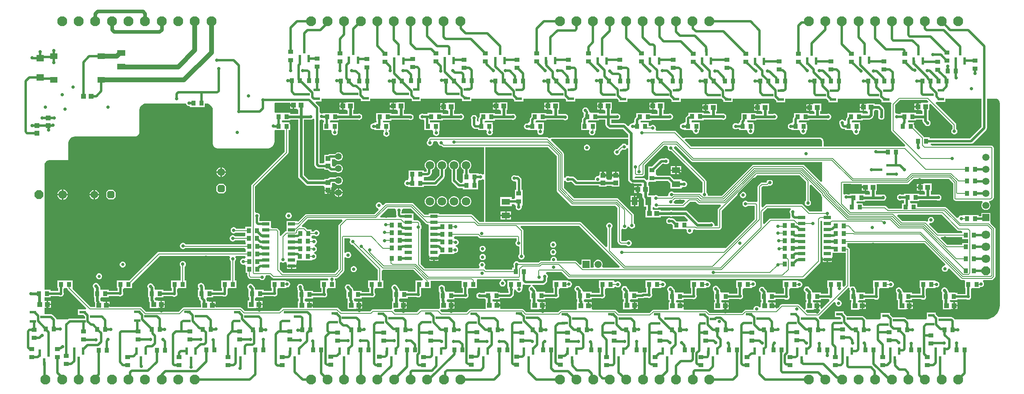
<source format=gbl>
G04*
G04 #@! TF.GenerationSoftware,Altium Limited,Altium Designer,21.6.4 (81)*
G04*
G04 Layer_Physical_Order=4*
G04 Layer_Color=16711680*
%FSLAX43Y43*%
%MOMM*%
G71*
G04*
G04 #@! TF.SameCoordinates,38FC9672-5BFE-4C4D-A481-017CD4E88717*
G04*
G04*
G04 #@! TF.FilePolarity,Positive*
G04*
G01*
G75*
%ADD13C,0.200*%
%ADD18C,0.500*%
%ADD58R,1.525X0.650*%
%ADD61R,0.900X1.000*%
%ADD62R,1.000X0.900*%
%ADD63R,1.000X1.000*%
%ADD64R,1.000X1.000*%
%ADD70R,1.321X0.559*%
%ADD71R,1.321X0.508*%
%ADD74R,0.600X1.500*%
%ADD75R,1.300X1.800*%
%ADD85C,1.000*%
%ADD86C,0.800*%
%ADD87C,0.600*%
%ADD88R,1.500X1.500*%
%ADD89C,1.500*%
%ADD90C,1.800*%
G04:AMPARAMS|DCode=91|XSize=1.8mm|YSize=1.8mm|CornerRadius=0mm|HoleSize=0mm|Usage=FLASHONLY|Rotation=90.000|XOffset=0mm|YOffset=0mm|HoleType=Round|Shape=Octagon|*
%AMOCTAGOND91*
4,1,8,0.450,0.900,-0.450,0.900,-0.900,0.450,-0.900,-0.450,-0.450,-0.900,0.450,-0.900,0.900,-0.450,0.900,0.450,0.450,0.900,0.0*
%
%ADD91OCTAGOND91*%

%ADD92R,1.500X1.500*%
%ADD93C,1.400*%
G04:AMPARAMS|DCode=94|XSize=1.6mm|YSize=1.6mm|CornerRadius=0mm|HoleSize=0mm|Usage=FLASHONLY|Rotation=90.000|XOffset=0mm|YOffset=0mm|HoleType=Round|Shape=Octagon|*
%AMOCTAGOND94*
4,1,8,0.400,0.800,-0.400,0.800,-0.800,0.400,-0.800,-0.400,-0.400,-0.800,0.400,-0.800,0.800,-0.400,0.800,0.400,0.400,0.800,0.0*
%
%ADD94OCTAGOND94*%

%ADD95C,1.600*%
G04:AMPARAMS|DCode=96|XSize=1.6mm|YSize=1.6mm|CornerRadius=0mm|HoleSize=0mm|Usage=FLASHONLY|Rotation=180.000|XOffset=0mm|YOffset=0mm|HoleType=Round|Shape=Octagon|*
%AMOCTAGOND96*
4,1,8,-0.800,0.400,-0.800,-0.400,-0.400,-0.800,0.400,-0.800,0.800,-0.400,0.800,0.400,0.400,0.800,-0.400,0.800,-0.800,0.400,0.0*
%
%ADD96OCTAGOND96*%

G04:AMPARAMS|DCode=97|XSize=1.8mm|YSize=1.8mm|CornerRadius=0mm|HoleSize=0mm|Usage=FLASHONLY|Rotation=0.000|XOffset=0mm|YOffset=0mm|HoleType=Round|Shape=Octagon|*
%AMOCTAGOND97*
4,1,8,0.900,-0.450,0.900,0.450,0.450,0.900,-0.450,0.900,-0.900,0.450,-0.900,-0.450,-0.450,-0.900,0.450,-0.900,0.900,-0.450,0.0*
%
%ADD97OCTAGOND97*%

%ADD98C,2.100*%
%ADD99C,0.650*%
%ADD100C,0.700*%
%ADD101R,1.500X1.200*%
%ADD102R,1.800X1.300*%
%ADD103R,1.640X1.400*%
G36*
X206792Y64962D02*
X206974Y64886D01*
X207137Y64777D01*
X207277Y64637D01*
X207386Y64474D01*
X207462Y64292D01*
X207465Y64276D01*
X207500Y64000D01*
Y64000D01*
X207500Y64000D01*
X207500Y64000D01*
X207500Y21500D01*
X207500Y21297D01*
X207447Y20894D01*
X207342Y20501D01*
X207186Y20126D01*
X206983Y19774D01*
X206736Y19452D01*
X206448Y19164D01*
X206126Y18917D01*
X205774Y18714D01*
X205399Y18558D01*
X205006Y18453D01*
X204695Y18412D01*
X204400Y18400D01*
X204400Y18400D01*
X203052D01*
X197970D01*
X197949Y18432D01*
X197656Y18725D01*
X197474Y18847D01*
X197259Y18890D01*
X195205D01*
X195171Y18883D01*
X194547D01*
X194478Y18986D01*
X193981Y19482D01*
Y19848D01*
X192061D01*
Y18689D01*
X192061D01*
X192034Y18400D01*
X187993D01*
X187727Y18666D01*
X187545Y18787D01*
X187331Y18830D01*
X185543D01*
X185509Y18823D01*
X184898D01*
X184856Y18886D01*
X184319Y19423D01*
Y19788D01*
X182398D01*
Y18630D01*
X182228Y18400D01*
X179321D01*
X179318Y18415D01*
X179197Y18597D01*
X178830Y18963D01*
X178648Y19085D01*
X178433Y19127D01*
X175819D01*
X175785Y19121D01*
X175160D01*
X175091Y19223D01*
X174595Y19720D01*
Y20086D01*
X172674D01*
Y18927D01*
X173610D01*
X173664Y18916D01*
X173812D01*
X174029Y18700D01*
X173904Y18400D01*
X171192D01*
X169582D01*
X169559Y18434D01*
X169332Y18661D01*
X169340Y18805D01*
X169415Y19002D01*
X169508Y19064D01*
X172551Y22107D01*
X172598Y22097D01*
X172850Y21886D01*
Y21714D01*
X172894Y21549D01*
X172980Y21401D01*
X173101Y21280D01*
X173249Y21194D01*
X173414Y21150D01*
X173586D01*
X173751Y21194D01*
X173899Y21280D01*
X174020Y21401D01*
X174106Y21549D01*
X174150Y21714D01*
Y21886D01*
X174106Y22051D01*
X174020Y22199D01*
X173899Y22320D01*
X173751Y22406D01*
X173586Y22450D01*
X173414D01*
X173203Y22702D01*
X173193Y22749D01*
X175594Y25150D01*
X175840Y24977D01*
X175796Y24811D01*
Y24640D01*
X175840Y24475D01*
X175901Y24370D01*
X175870Y24070D01*
X175870D01*
Y22470D01*
X176149D01*
Y22077D01*
X176107D01*
Y20477D01*
X177548D01*
X177707Y20477D01*
X177965Y20577D01*
X178357D01*
Y21277D01*
Y21977D01*
X177965D01*
X177707Y22077D01*
X177619D01*
X177577Y22170D01*
X177614Y22286D01*
X177773Y22470D01*
X179070D01*
Y22710D01*
X180971D01*
X181001Y22680D01*
X181149Y22594D01*
X181314Y22550D01*
X181486D01*
X181651Y22594D01*
X181799Y22680D01*
X181920Y22801D01*
X182006Y22949D01*
X182050Y23114D01*
Y23286D01*
X182006Y23451D01*
X181999Y23462D01*
Y24794D01*
X182211Y25006D01*
X182449Y25006D01*
X182549Y25006D01*
X183949D01*
Y25023D01*
X184249Y25195D01*
X184249Y25194D01*
X184414Y25150D01*
X184586D01*
X184751Y25194D01*
X184899Y25280D01*
X185020Y25401D01*
X185106Y25549D01*
X185150Y25714D01*
Y25886D01*
X185106Y26051D01*
X185020Y26199D01*
X184899Y26320D01*
X184751Y26406D01*
X184586Y26450D01*
X184414D01*
X184249Y26406D01*
X184249Y26405D01*
X183949Y26577D01*
Y26606D01*
X182549D01*
X182249Y26606D01*
X182149Y26606D01*
X180749D01*
Y25006D01*
X180877D01*
Y23831D01*
X179070D01*
Y24070D01*
X177670D01*
X177370Y24070D01*
X177234Y24206D01*
Y24522D01*
X177188Y24756D01*
X177059Y24948D01*
X177052Y24977D01*
X176966Y25125D01*
X176845Y25246D01*
X176697Y25331D01*
X176532Y25376D01*
X176361D01*
X176195Y25331D01*
X176047Y25246D01*
X175886Y25362D01*
X175820Y25443D01*
X175845Y25570D01*
Y33150D01*
X175845Y33150D01*
X175814Y33306D01*
X175726Y33438D01*
X175726Y33438D01*
X175609Y33555D01*
X175476Y33644D01*
X175320Y33675D01*
X175320Y33675D01*
Y34067D01*
X175320D01*
Y34077D01*
X175320D01*
Y34469D01*
X191558D01*
X195977Y30050D01*
X195853Y29750D01*
X195817D01*
X195652Y29706D01*
X195504Y29620D01*
X195383Y29499D01*
X195297Y29351D01*
X195253Y29185D01*
Y29014D01*
X195297Y28849D01*
X195383Y28701D01*
X195504Y28580D01*
X195652Y28494D01*
X195817Y28450D01*
X195989D01*
X196154Y28494D01*
X196302Y28580D01*
X196423Y28701D01*
X196509Y28849D01*
X196553Y29014D01*
Y29050D01*
X196853Y29174D01*
X199226Y26801D01*
X199226Y26801D01*
X199359Y26712D01*
X199515Y26681D01*
X199515Y26681D01*
X199840D01*
X200109Y26606D01*
X200109Y26381D01*
Y25006D01*
X200269D01*
Y23761D01*
X198525D01*
Y24070D01*
X197125D01*
X196825Y24070D01*
X196712Y24184D01*
Y24195D01*
X196665Y24429D01*
X196533Y24627D01*
X196421Y24739D01*
X196414Y24765D01*
X196328Y24913D01*
X196207Y25034D01*
X196059Y25120D01*
X195894Y25164D01*
X195722D01*
X195557Y25120D01*
X195409Y25034D01*
X195288Y24913D01*
X195202Y24765D01*
X195158Y24599D01*
Y24428D01*
X195189Y24314D01*
X195202Y24263D01*
X195202Y24263D01*
X195288Y24115D01*
X195301Y24100D01*
X195325Y24070D01*
X195325D01*
X195325Y24070D01*
Y22470D01*
X195488D01*
Y22125D01*
X195449D01*
Y20525D01*
X196891D01*
X197049Y20525D01*
X197308Y20625D01*
X197699D01*
Y21325D01*
Y22025D01*
X197308D01*
X197049Y22125D01*
X197003D01*
X196902Y22298D01*
X197003Y22470D01*
X197125Y22470D01*
X198525D01*
Y22639D01*
X200471D01*
X200549Y22594D01*
X200714Y22550D01*
X200886D01*
X201051Y22594D01*
X201199Y22680D01*
X201320Y22801D01*
X201406Y22949D01*
X201450Y23114D01*
Y23286D01*
X201406Y23451D01*
X201390Y23477D01*
Y24794D01*
X201602Y25006D01*
X201809D01*
X201909Y25006D01*
X203309D01*
Y25169D01*
X203414Y25250D01*
X203586D01*
X203751Y25294D01*
X203899Y25380D01*
X204020Y25501D01*
X204106Y25649D01*
X204150Y25814D01*
Y25986D01*
X204106Y26151D01*
X204020Y26299D01*
X203938Y26381D01*
X203967Y26540D01*
X204047Y26681D01*
X205743D01*
X205743Y26681D01*
X205899Y26712D01*
X206032Y26801D01*
X206419Y27188D01*
X206419Y27188D01*
X206507Y27320D01*
X206538Y27476D01*
Y37555D01*
X206507Y37711D01*
X206419Y37843D01*
X206419Y37843D01*
X205575Y38687D01*
X205496Y38954D01*
X205496Y38954D01*
X205496D01*
X205496Y38954D01*
Y40854D01*
X203596D01*
Y40215D01*
X202994D01*
Y40454D01*
X201494D01*
Y40454D01*
X201294D01*
Y40454D01*
X199794D01*
Y40454D01*
X199494Y40348D01*
X199486Y40350D01*
X199314D01*
X199149Y40306D01*
X199001Y40220D01*
X198880Y40099D01*
X198794Y39951D01*
X198784Y39912D01*
X198484Y39809D01*
X198461Y39811D01*
X196287Y41985D01*
X196155Y42073D01*
X195999Y42104D01*
X195999Y42104D01*
X190088D01*
Y42896D01*
X188724D01*
X188539Y43176D01*
X188610Y43353D01*
X189006Y43353D01*
X189106Y43353D01*
X190506D01*
Y43541D01*
X194227D01*
X194274Y43514D01*
X194439Y43470D01*
X194610D01*
X194776Y43514D01*
X194924Y43600D01*
X195045Y43721D01*
X195131Y43869D01*
X195175Y44034D01*
Y44206D01*
X195131Y44371D01*
X195045Y44519D01*
X194924Y44640D01*
X194776Y44726D01*
X194610Y44770D01*
X194439D01*
X194419Y44765D01*
X192919D01*
Y45484D01*
X193107D01*
Y47084D01*
X191665D01*
X191507Y47084D01*
X191248Y46984D01*
X190857D01*
Y46284D01*
X190707D01*
D01*
X190857D01*
Y45584D01*
X191248D01*
X191507Y45484D01*
X191695Y45296D01*
Y44765D01*
X190506D01*
Y44953D01*
X189106D01*
X188806Y44953D01*
X188706Y44953D01*
X187306D01*
Y44720D01*
X186792D01*
X186704Y44770D01*
X186538Y44815D01*
X186367D01*
X186202Y44770D01*
X186054Y44685D01*
X185933Y44564D01*
X185847Y44416D01*
X185803Y44250D01*
Y44079D01*
X185847Y43914D01*
X185933Y43766D01*
X186054Y43645D01*
X186202Y43559D01*
X186367Y43515D01*
X186538D01*
X186704Y43559D01*
X186771Y43598D01*
X187306D01*
Y43353D01*
X187317D01*
Y42896D01*
X186888D01*
Y41754D01*
X184023D01*
X183497Y42279D01*
X183365Y42368D01*
X183209Y42399D01*
X183209Y42399D01*
X178721D01*
Y42896D01*
X177375D01*
X177171Y43154D01*
X177370Y43302D01*
X177570D01*
Y43302D01*
X179070D01*
Y43498D01*
X182686D01*
X182799Y43468D01*
X182970D01*
X183135Y43512D01*
X183284Y43598D01*
X183405Y43719D01*
X183490Y43867D01*
X183535Y44032D01*
Y44204D01*
X183490Y44369D01*
X183405Y44517D01*
X183284Y44638D01*
X183135Y44724D01*
X182970Y44768D01*
X182799D01*
X182634Y44724D01*
X182630Y44722D01*
X181336D01*
Y45484D01*
X181524D01*
Y46942D01*
X188052D01*
X188052Y46942D01*
X188208Y46973D01*
X188340Y47062D01*
X189349Y48071D01*
X196728D01*
X197648Y47151D01*
Y43937D01*
X197648Y43937D01*
X197679Y43781D01*
X197767Y43649D01*
X197884Y43532D01*
X197884Y43532D01*
X198017Y43443D01*
X198173Y43412D01*
X198173Y43412D01*
X203746D01*
X203871Y43112D01*
X203786Y43028D01*
X203661Y42811D01*
X203596Y42569D01*
Y42319D01*
X203661Y42078D01*
X203786Y41861D01*
X203963Y41684D01*
X204179Y41559D01*
X204421Y41494D01*
X204671D01*
X204913Y41559D01*
X205129Y41684D01*
X205306Y41861D01*
X205431Y42078D01*
X205496Y42319D01*
Y42569D01*
X205431Y42811D01*
X205306Y43028D01*
X205221Y43112D01*
X205346Y43412D01*
X205520D01*
X205520Y43412D01*
X205676Y43443D01*
X205809Y43532D01*
X206088Y43812D01*
X206177Y43944D01*
X206208Y44100D01*
Y54583D01*
X206208Y54583D01*
X206177Y54739D01*
X206088Y54871D01*
X206088Y54871D01*
X205971Y54988D01*
X205839Y55077D01*
X205683Y55108D01*
X205683Y55108D01*
X193148D01*
X192900Y55378D01*
X192917Y55461D01*
X201422D01*
X201636Y55504D01*
X201818Y55625D01*
X204597Y58403D01*
X204718Y58585D01*
X204761Y58800D01*
Y65000D01*
X206500D01*
X206598Y65000D01*
X206792Y64962D01*
D02*
G37*
G36*
X192419Y64404D02*
X192295Y64104D01*
X191168D01*
X191010Y64104D01*
X190751Y64004D01*
X190360D01*
Y63304D01*
Y62604D01*
X190751D01*
X191010Y62504D01*
X191188Y62325D01*
Y61804D01*
X189838D01*
Y61992D01*
X188438D01*
X188138Y61992D01*
X188038Y61992D01*
X186638D01*
Y61753D01*
X186073D01*
X186012Y61788D01*
X185847Y61832D01*
X185676D01*
X185408Y62059D01*
Y63631D01*
X186469Y64692D01*
X192131D01*
X192419Y64404D01*
D02*
G37*
G36*
X40438Y63942D02*
X40711Y63829D01*
X40956Y63665D01*
X41165Y63456D01*
X41329Y63211D01*
X41442Y62938D01*
X41474Y62776D01*
X41500Y62500D01*
Y62500D01*
X41500Y62500D01*
X41500Y62500D01*
Y55500D01*
X41505Y55402D01*
X41543Y55210D01*
X41618Y55029D01*
X41727Y54866D01*
X41866Y54727D01*
X42029Y54618D01*
X42210Y54543D01*
X42402Y54505D01*
X42500Y54500D01*
X53000D01*
X53147Y54507D01*
X53435Y54565D01*
X53707Y54677D01*
X53952Y54840D01*
X54160Y55048D01*
X54323Y55293D01*
X54435Y55565D01*
X54493Y55853D01*
X54500Y56000D01*
Y58092D01*
X54590Y58355D01*
X56090D01*
Y58355D01*
X56290D01*
Y58355D01*
X56632D01*
Y57860D01*
X56632Y57860D01*
X56640Y57823D01*
Y53816D01*
X49712Y46888D01*
X49623Y46756D01*
X49592Y46600D01*
X49592Y46600D01*
Y37935D01*
X48376D01*
Y37543D01*
X46452D01*
X46420Y37599D01*
X46299Y37720D01*
X46151Y37806D01*
X45986Y37850D01*
X45814D01*
X45649Y37806D01*
X45501Y37720D01*
X45380Y37599D01*
X45294Y37451D01*
X45250Y37286D01*
Y37114D01*
X45294Y36949D01*
X45380Y36801D01*
X45501Y36680D01*
X45649Y36594D01*
X45814Y36550D01*
X45986D01*
X46151Y36594D01*
X46299Y36680D01*
X46347Y36728D01*
X48376D01*
Y36335D01*
X48376D01*
X48372Y36313D01*
X48372Y36313D01*
Y36128D01*
X48160Y35916D01*
X46204D01*
X46092Y36028D01*
X45944Y36114D01*
X45779Y36158D01*
X45608D01*
X45442Y36114D01*
X45294Y36028D01*
X45173Y35907D01*
X45087Y35759D01*
X45043Y35594D01*
Y35423D01*
X45087Y35257D01*
X45173Y35109D01*
X45294Y34988D01*
X45442Y34902D01*
X45608Y34858D01*
X45779D01*
X45944Y34902D01*
X46092Y34988D01*
X46204Y35100D01*
X48372D01*
Y34713D01*
X48372D01*
X48411Y34663D01*
Y34271D01*
X35736D01*
X35720Y34299D01*
X35599Y34420D01*
X35451Y34506D01*
X35286Y34550D01*
X35114D01*
X34949Y34506D01*
X34801Y34420D01*
X34680Y34299D01*
X34594Y34151D01*
X34550Y33986D01*
Y33814D01*
X34594Y33649D01*
X34680Y33501D01*
X34801Y33380D01*
X34949Y33294D01*
X35114Y33250D01*
X35286D01*
X35451Y33294D01*
X35599Y33380D01*
X35674Y33455D01*
X48199D01*
X48411Y33243D01*
Y33063D01*
X48411Y33063D01*
X48418Y33035D01*
X48418D01*
Y32643D01*
X30106D01*
X30106Y32643D01*
X29950Y32612D01*
X29818Y32524D01*
X23900Y26606D01*
X23027D01*
X22727Y26606D01*
X22627Y26606D01*
X21227D01*
Y25006D01*
X21416D01*
Y24446D01*
X19576D01*
Y24669D01*
X18176D01*
X17876Y24669D01*
X17738Y24807D01*
Y25139D01*
X17691Y25373D01*
X17559Y25572D01*
X17460Y25671D01*
X17453Y25696D01*
X17368Y25844D01*
X17247Y25965D01*
X17098Y26051D01*
X16933Y26095D01*
X16762D01*
X16597Y26051D01*
X16448Y25965D01*
X16327Y25844D01*
X16242Y25696D01*
X16198Y25530D01*
Y25359D01*
X16242Y25194D01*
X16327Y25046D01*
X16405Y24969D01*
X16376Y24669D01*
X16376D01*
Y23069D01*
X16514D01*
Y22274D01*
X16561Y22040D01*
X16644Y21915D01*
Y21599D01*
X16656Y21540D01*
Y21057D01*
X15717D01*
X11889Y24884D01*
X11940Y25006D01*
X11940D01*
Y26606D01*
X10440D01*
Y26606D01*
X10240D01*
Y26606D01*
X8740D01*
Y25006D01*
X8893D01*
Y24429D01*
X7272D01*
Y24669D01*
X6000D01*
Y51000D01*
Y51098D01*
X6038Y51292D01*
X6114Y51474D01*
X6223Y51637D01*
X6363Y51777D01*
X6526Y51886D01*
X6708Y51962D01*
X6901Y52000D01*
X7000D01*
X7000Y52000D01*
X11000Y52000D01*
Y55500D01*
Y55648D01*
X11058Y55938D01*
X11171Y56211D01*
X11335Y56456D01*
X11544Y56665D01*
X11789Y56829D01*
X12062Y56942D01*
X12352Y57000D01*
X12500D01*
X12500Y57000D01*
X25000D01*
X25098Y57005D01*
X25290Y57043D01*
X25471Y57118D01*
X25634Y57227D01*
X25773Y57366D01*
X25882Y57529D01*
X25957Y57710D01*
X25995Y57902D01*
X26000Y58000D01*
X26000Y58000D01*
Y62500D01*
Y62648D01*
X26058Y62938D01*
X26171Y63210D01*
X26335Y63456D01*
X26544Y63665D01*
X26789Y63829D01*
X27062Y63942D01*
X27352Y64000D01*
X27500D01*
X27500Y64000D01*
X35806Y64000D01*
Y63998D01*
X35850Y63832D01*
X35936Y63684D01*
X36057Y63563D01*
X36205Y63478D01*
X36370Y63433D01*
X36541D01*
X36623Y63370D01*
Y63227D01*
X38123D01*
Y63227D01*
X38323D01*
Y63227D01*
X39823D01*
Y64000D01*
X40000D01*
X40148Y64000D01*
X40438Y63942D01*
D02*
G37*
G36*
X57802Y63753D02*
X58502D01*
Y63603D01*
X58652D01*
Y62903D01*
X59043D01*
X59302Y62803D01*
X59490Y62581D01*
Y61805D01*
X57787D01*
Y61983D01*
X56287D01*
Y61983D01*
X56087D01*
Y61983D01*
X54587D01*
X54500Y62247D01*
Y63500D01*
X54500Y63648D01*
X54558Y63938D01*
X54640Y64137D01*
X57802D01*
Y63753D01*
D02*
G37*
G36*
X65099Y65000D02*
X72606D01*
X72744Y64862D01*
Y64496D01*
X74665D01*
Y65000D01*
X81873D01*
X83314D01*
X83451Y64863D01*
Y64497D01*
X85372D01*
Y65000D01*
X92864D01*
X93968Y65000D01*
X94096Y64871D01*
Y64506D01*
X96017D01*
Y65000D01*
X104815D01*
X105077Y64739D01*
Y64373D01*
X106998D01*
Y65000D01*
X115029D01*
X115786D01*
X116017Y64769D01*
Y64403D01*
X117937D01*
Y65000D01*
X118542D01*
X126757D01*
X127050Y64707D01*
Y64342D01*
X128971D01*
Y65000D01*
X137961D01*
X138266Y64696D01*
Y64330D01*
X140187D01*
Y65000D01*
X148829D01*
X149196Y64633D01*
Y64267D01*
X151117D01*
Y65000D01*
X159920D01*
X160319Y64601D01*
Y64235D01*
X162239D01*
Y65000D01*
X170951Y65000D01*
X171364Y64587D01*
Y64221D01*
X173285D01*
Y65000D01*
X182177D01*
X182554Y64622D01*
Y64257D01*
X184465D01*
X184680Y64042D01*
X184623Y63956D01*
X184592Y63800D01*
X184592Y63800D01*
Y58300D01*
X184592Y58300D01*
X184623Y58144D01*
X184712Y58012D01*
X187540Y55184D01*
X187412Y54925D01*
X187394Y54905D01*
X170306D01*
Y56000D01*
X170298Y56038D01*
X170296Y56077D01*
X170226Y56346D01*
X170217Y56365D01*
X170212Y56386D01*
X170206Y56400D01*
X170206Y56400D01*
X170206Y56400D01*
X170181Y56438D01*
X170174Y56453D01*
X170167Y56459D01*
X170140Y56500D01*
X170140Y56500D01*
X170140Y56500D01*
X170000Y56640D01*
X169900Y56706D01*
X169717Y56783D01*
X169599Y56806D01*
X169500D01*
X141177Y56806D01*
X141060Y56783D01*
X140960Y56716D01*
X140701Y56662D01*
X140621Y56664D01*
X139184Y58100D01*
X139052Y58189D01*
X138896Y58220D01*
X138896Y58220D01*
X135045D01*
X135036Y58227D01*
X134889Y58520D01*
X134906Y58549D01*
X134950Y58714D01*
Y58886D01*
X134906Y59051D01*
X134820Y59199D01*
X134699Y59320D01*
X134551Y59406D01*
X134386Y59450D01*
X134214D01*
X134049Y59406D01*
X133901Y59320D01*
X133789Y59208D01*
X133408D01*
Y59955D01*
X132008D01*
X131908Y59955D01*
Y59955D01*
X131819D01*
X131757Y60000D01*
X131736Y60284D01*
X131795Y60346D01*
X132516Y60346D01*
X132616Y60346D01*
X134016D01*
Y60534D01*
X137819D01*
X137898Y60550D01*
X137986D01*
X138151Y60594D01*
X138299Y60680D01*
X138420Y60801D01*
X138506Y60949D01*
X138550Y61114D01*
Y61286D01*
X138506Y61451D01*
X138420Y61599D01*
X138299Y61720D01*
X138151Y61806D01*
X137986Y61850D01*
X137814D01*
X137649Y61806D01*
X137566Y61758D01*
X136525D01*
Y62617D01*
X136713D01*
Y64217D01*
X135271D01*
X135113Y64217D01*
X134854Y64117D01*
X134463D01*
Y63417D01*
Y62717D01*
X134854D01*
X135113Y62617D01*
X135301Y62429D01*
Y61758D01*
X134016D01*
Y61946D01*
X132616D01*
X132316Y61946D01*
X132216Y61946D01*
X130816D01*
Y61139D01*
X130561Y60884D01*
X130440Y60702D01*
X130397Y60488D01*
Y59982D01*
X130365Y59955D01*
X130208D01*
Y59900D01*
X130090Y59809D01*
X129919D01*
X129753Y59765D01*
X129605Y59679D01*
X129484Y59558D01*
X129399Y59410D01*
X129375Y59321D01*
X129168Y59227D01*
X129054Y59217D01*
X128638Y59633D01*
X128440Y59765D01*
X128206Y59812D01*
X125512D01*
Y60592D01*
X126558D01*
X126714Y60550D01*
X126886D01*
X127051Y60594D01*
X127199Y60680D01*
X127320Y60801D01*
X127406Y60949D01*
X127450Y61114D01*
Y61286D01*
X127406Y61451D01*
X127320Y61599D01*
X127199Y61720D01*
X127051Y61806D01*
X126886Y61850D01*
X126714D01*
X126586Y61816D01*
X125471D01*
Y62617D01*
X125659D01*
Y64217D01*
X124218D01*
X124059Y64217D01*
X123801Y64117D01*
X123409D01*
Y63417D01*
Y62717D01*
X123801D01*
X124059Y62617D01*
X124247Y62429D01*
Y61816D01*
X122912D01*
Y62008D01*
X121512D01*
X121212Y62008D01*
X120912Y62184D01*
X120869Y62398D01*
X120748Y62580D01*
X120737Y62591D01*
X120694Y62751D01*
X120609Y62900D01*
X120488Y63021D01*
X120339Y63106D01*
X120174Y63150D01*
X120003D01*
X119838Y63106D01*
X119689Y63021D01*
X119568Y62900D01*
X119483Y62751D01*
X119439Y62586D01*
Y62415D01*
X119483Y62250D01*
X119568Y62101D01*
X119689Y61980D01*
X119712Y61967D01*
Y61201D01*
X119519Y61008D01*
X119397Y60826D01*
X119355Y60611D01*
Y59955D01*
X119166D01*
Y58355D01*
X120566D01*
X120866Y58355D01*
X120869Y58055D01*
X120850Y57986D01*
Y57814D01*
X120894Y57649D01*
X120980Y57501D01*
X121101Y57380D01*
X121249Y57294D01*
X121414Y57250D01*
X121586D01*
X121751Y57294D01*
X121899Y57380D01*
X122020Y57501D01*
X122106Y57649D01*
X122150Y57814D01*
Y57986D01*
X122131Y58055D01*
X122263Y58291D01*
X122334Y58355D01*
X122366D01*
Y59955D01*
X120736Y59955D01*
X120650Y60074D01*
Y60293D01*
X120764Y60408D01*
X121412Y60408D01*
X121512Y60408D01*
X122912D01*
Y60592D01*
X124288D01*
Y59551D01*
X124335Y59317D01*
X124467Y59119D01*
X124819Y58767D01*
X125017Y58635D01*
X125251Y58588D01*
X127952D01*
X129101Y57439D01*
Y56806D01*
X121131D01*
X112939Y56806D01*
X112822Y56783D01*
X112722Y56716D01*
X112463Y56662D01*
X112383Y56664D01*
X112320Y56726D01*
X112188Y56815D01*
X112032Y56846D01*
X112032Y56846D01*
X87407D01*
X87407Y56846D01*
X87251Y56815D01*
X87118Y56726D01*
X87118Y56726D01*
X87001Y56609D01*
X86913Y56477D01*
X86882Y56321D01*
X86882Y56321D01*
Y56167D01*
X86769Y56055D01*
X86684Y55907D01*
X86639Y55742D01*
Y55570D01*
X86684Y55405D01*
X86769Y55257D01*
X86890Y55136D01*
X87039Y55050D01*
X87204Y55006D01*
X87375D01*
X87540Y55050D01*
X87689Y55136D01*
X87810Y55257D01*
X87895Y55405D01*
X87939Y55570D01*
Y55742D01*
X88150Y56030D01*
X88761D01*
X88998Y55777D01*
Y55605D01*
X89042Y55440D01*
X89128Y55292D01*
X89249Y55171D01*
X89397Y55085D01*
X89563Y55041D01*
X89721D01*
X89891Y54871D01*
X89891Y54871D01*
X90023Y54783D01*
X90179Y54752D01*
X98694D01*
Y49065D01*
X98394Y48947D01*
X98357Y48984D01*
X98209Y49070D01*
X98043Y49114D01*
X97872D01*
X97742Y49079D01*
X97635Y49116D01*
X97442Y49242D01*
Y49260D01*
X96042D01*
X95742Y49260D01*
X95523Y49510D01*
Y49991D01*
X95608Y50039D01*
X95813Y50244D01*
X95957Y50495D01*
X96032Y50775D01*
Y51064D01*
X95957Y51344D01*
X95813Y51595D01*
X95608Y51800D01*
X95357Y51945D01*
X95077Y52020D01*
X94787D01*
X94508Y51945D01*
X94257Y51800D01*
X94052Y51595D01*
X93907Y51344D01*
X93832Y51064D01*
Y50775D01*
X93907Y50495D01*
X94052Y50244D01*
X94257Y50039D01*
X94402Y49956D01*
Y49260D01*
X94242D01*
Y47750D01*
X94242Y47660D01*
X94249Y47517D01*
X94021Y47217D01*
X93676D01*
X92953Y47940D01*
Y49973D01*
X93068Y50039D01*
X93273Y50244D01*
X93417Y50495D01*
X93492Y50775D01*
Y51064D01*
X93417Y51344D01*
X93273Y51595D01*
X93068Y51800D01*
X92817Y51945D01*
X92537Y52020D01*
X92247D01*
X91968Y51945D01*
X91717Y51800D01*
X91512Y51595D01*
X91367Y51344D01*
X91292Y51064D01*
Y50775D01*
X91367Y50495D01*
X91512Y50244D01*
X91717Y50039D01*
X91832Y49973D01*
Y47708D01*
X91874Y47493D01*
X91996Y47311D01*
X93047Y46260D01*
X93229Y46138D01*
X93444Y46096D01*
X94257D01*
Y45856D01*
X95657D01*
X95957Y45856D01*
X96057Y45856D01*
X97457D01*
Y47366D01*
X97457Y47456D01*
X97457D01*
X97442Y47660D01*
X97674Y47825D01*
X97742Y47849D01*
X97872Y47814D01*
X98043D01*
X98209Y47858D01*
X98357Y47944D01*
X98394Y47981D01*
X98694Y47863D01*
Y38963D01*
X97792D01*
X96289Y40466D01*
X96156Y40554D01*
X96000Y40585D01*
X96000Y40585D01*
X89195D01*
Y40802D01*
X87070D01*
Y40508D01*
X86165D01*
X83814Y42859D01*
X83681Y42947D01*
X83525Y42978D01*
X83525Y42978D01*
X78070D01*
X77914Y42947D01*
X77782Y42859D01*
X77782Y42859D01*
X77476Y42552D01*
X77389Y42554D01*
X77150Y42651D01*
X77131Y42722D01*
X77046Y42870D01*
X76925Y42991D01*
X76777Y43077D01*
X76611Y43121D01*
X76440D01*
X76275Y43077D01*
X76127Y42991D01*
X76005Y42870D01*
X75920Y42722D01*
X75876Y42557D01*
Y42385D01*
X75920Y42220D01*
X76005Y42072D01*
X76127Y41951D01*
X76275Y41865D01*
X76345Y41846D01*
X76443Y41607D01*
X76444Y41521D01*
X75563Y40639D01*
X61226D01*
X61070Y40608D01*
X60937Y40520D01*
X60937Y40520D01*
X59476Y39059D01*
X59176Y39158D01*
Y39158D01*
X57051D01*
Y37908D01*
X57051Y37908D01*
Y37888D01*
X57051D01*
X57051Y37608D01*
Y37057D01*
X57049D01*
X56893Y37026D01*
X56760Y36937D01*
X56760Y36937D01*
X55997Y36173D01*
X55908Y36041D01*
X55903Y36015D01*
X55608Y36069D01*
Y37000D01*
X55577Y37156D01*
X55488Y37288D01*
X55488Y37288D01*
X55225Y37552D01*
X55093Y37640D01*
X54937Y37671D01*
X54937Y37671D01*
X53904D01*
X53752Y37908D01*
Y39158D01*
X51627D01*
Y39158D01*
X51331Y39168D01*
Y39915D01*
X51376Y39993D01*
X51421Y40158D01*
Y40329D01*
X51376Y40494D01*
X51291Y40643D01*
X51170Y40764D01*
X51022Y40849D01*
X50856Y40894D01*
X50685D01*
X50408Y41113D01*
Y46431D01*
X57336Y53359D01*
X57424Y53491D01*
X57455Y53647D01*
X57455Y53647D01*
Y57852D01*
X57455Y57852D01*
X57448Y57889D01*
Y58355D01*
X57790D01*
Y59955D01*
X56290D01*
Y59955D01*
X56199D01*
X56084Y60040D01*
X56055Y60287D01*
X56125Y60383D01*
X56287D01*
Y60383D01*
X57787D01*
Y60581D01*
X59488D01*
Y48600D01*
X59535Y48366D01*
X59667Y48167D01*
X61013Y46822D01*
X61211Y46689D01*
X61446Y46643D01*
X64806D01*
X64994Y46454D01*
X65094Y46196D01*
Y45804D01*
X66494D01*
Y46196D01*
X66594Y46454D01*
X66594Y46613D01*
Y47189D01*
X66600Y47196D01*
X67253D01*
X67288Y47135D01*
X67455Y46968D01*
X67660Y46849D01*
X67889Y46788D01*
X68126D01*
X68355Y46849D01*
X68560Y46968D01*
X68728Y47135D01*
X68846Y47341D01*
X68908Y47570D01*
Y47807D01*
X68846Y48035D01*
X68728Y48241D01*
X68560Y48408D01*
X68355Y48527D01*
X68126Y48588D01*
X67889D01*
X67660Y48527D01*
X67474Y48419D01*
X66347D01*
X66113Y48373D01*
X65915Y48240D01*
X65729Y48054D01*
X64994D01*
Y47866D01*
X61699D01*
X60712Y48853D01*
Y60581D01*
X61923D01*
X62028Y60553D01*
X62199D01*
X62365Y60597D01*
X62513Y60683D01*
X62589Y60759D01*
X62772Y60721D01*
X62889Y60650D01*
Y51112D01*
X62932Y50898D01*
X63053Y50716D01*
X63396Y50373D01*
X63578Y50251D01*
X63793Y50209D01*
X64994D01*
Y49969D01*
X65801D01*
X66094Y49676D01*
X66276Y49555D01*
X66491Y49512D01*
X67451D01*
X67455Y49508D01*
X67660Y49389D01*
X67889Y49328D01*
X68126D01*
X68355Y49389D01*
X68560Y49508D01*
X68728Y49675D01*
X68846Y49881D01*
X68908Y50110D01*
Y50347D01*
X68846Y50575D01*
X68728Y50781D01*
X68560Y50948D01*
X68355Y51067D01*
X68126Y51128D01*
X67889D01*
X67660Y51067D01*
X67455Y50948D01*
X67288Y50781D01*
X67203Y50634D01*
X66841D01*
X66594Y50880D01*
X66594Y51569D01*
X66594Y51869D01*
Y52207D01*
X67296D01*
X67455Y52048D01*
X67660Y51929D01*
X67889Y51868D01*
X68126D01*
X68355Y51929D01*
X68560Y52048D01*
X68728Y52215D01*
X68846Y52421D01*
X68908Y52650D01*
Y52887D01*
X68846Y53115D01*
X68728Y53321D01*
X68560Y53488D01*
X68355Y53607D01*
X68126Y53668D01*
X67889D01*
X67660Y53607D01*
X67455Y53488D01*
X67296Y53329D01*
X66193D01*
X65978Y53286D01*
X65803Y53169D01*
X64994D01*
Y51869D01*
X64994Y51569D01*
X64847Y51330D01*
X64025D01*
X64011Y51345D01*
Y60389D01*
X64311Y60589D01*
X64314Y60588D01*
X64485D01*
X64528Y60600D01*
X64792Y60441D01*
X64828Y60392D01*
Y60375D01*
X64969D01*
Y59955D01*
X64731D01*
Y58355D01*
X66131D01*
X66431Y58355D01*
X66569Y58055D01*
X66550Y57986D01*
Y57814D01*
X66594Y57649D01*
X66680Y57501D01*
X66801Y57380D01*
X66949Y57294D01*
X67114Y57250D01*
X67286D01*
X67451Y57294D01*
X67599Y57380D01*
X67720Y57501D01*
X67806Y57649D01*
X67850Y57814D01*
Y57986D01*
X67831Y58055D01*
X67931Y58355D01*
X67931D01*
Y59955D01*
X66531D01*
X66307Y59955D01*
X66238Y60071D01*
X66255Y60327D01*
X66302Y60375D01*
X66528Y60375D01*
X66628Y60375D01*
X68028D01*
Y60568D01*
X72131D01*
X72256Y60534D01*
X72427D01*
X72592Y60579D01*
X72741Y60664D01*
X72862Y60785D01*
X72947Y60933D01*
X72991Y61099D01*
Y61270D01*
X72947Y61435D01*
X72862Y61583D01*
X72741Y61704D01*
X72592Y61790D01*
X72427Y61834D01*
X72256D01*
X72095Y61791D01*
X71119D01*
Y62617D01*
X71308D01*
Y64217D01*
X69866D01*
X69708Y64217D01*
X69449Y64117D01*
X69058D01*
Y63417D01*
Y62717D01*
X69449D01*
X69708Y62617D01*
X69896Y62429D01*
Y61791D01*
X68028D01*
Y61975D01*
X66628D01*
X66328Y61975D01*
X66228Y61975D01*
X64828D01*
X64828Y61975D01*
X64528Y61877D01*
X64485Y61888D01*
X64314D01*
X64311Y61887D01*
X64011Y62087D01*
Y63050D01*
X63968Y63265D01*
X63847Y63447D01*
X63180Y64113D01*
X63295Y64390D01*
X64408D01*
Y65000D01*
X65099D01*
D02*
G37*
G36*
X203639Y65000D02*
Y59032D01*
X201190Y56583D01*
X192718D01*
Y56822D01*
X191529D01*
X191527Y56834D01*
X191438Y56967D01*
X191438Y56967D01*
X189473Y58932D01*
Y59955D01*
X188233Y59955D01*
X188082Y60255D01*
X188184Y60392D01*
X188338D01*
X188438Y60392D01*
X189838D01*
Y60581D01*
X191188D01*
Y60294D01*
X191235Y60060D01*
X191367Y59862D01*
X191641Y59588D01*
X191715Y59460D01*
X191836Y59339D01*
X191984Y59253D01*
X192149Y59209D01*
X192321D01*
X192486Y59253D01*
X192634Y59339D01*
X192755Y59460D01*
X192841Y59608D01*
X192885Y59774D01*
Y59945D01*
X192841Y60110D01*
X192755Y60258D01*
X192634Y60379D01*
X192506Y60453D01*
X192412Y60548D01*
Y61192D01*
Y62504D01*
X192610D01*
Y63789D01*
X192910Y63914D01*
X197492Y59331D01*
Y58611D01*
X197380Y58499D01*
X197294Y58351D01*
X197250Y58186D01*
Y58014D01*
X197294Y57849D01*
X197380Y57701D01*
X197501Y57580D01*
X197649Y57494D01*
X197814Y57450D01*
X197986D01*
X198151Y57494D01*
X198299Y57580D01*
X198420Y57701D01*
X198506Y57849D01*
X198550Y58014D01*
Y58186D01*
X198506Y58351D01*
X198420Y58499D01*
X198308Y58611D01*
Y59500D01*
X198308Y59500D01*
X198277Y59656D01*
X198188Y59788D01*
X198188Y59788D01*
X193886Y64090D01*
X194098Y64303D01*
X196017D01*
Y65000D01*
X203639D01*
D02*
G37*
G36*
X121131Y56500D02*
X129101D01*
Y55236D01*
X128801Y55177D01*
X128752Y55262D01*
X128631Y55383D01*
X128483Y55469D01*
X128318Y55513D01*
X128146D01*
X127981Y55469D01*
X127833Y55383D01*
X127712Y55262D01*
X127645Y55146D01*
X127636Y55144D01*
X127504Y55056D01*
X127504Y55056D01*
X126798Y54350D01*
X126639D01*
X126474Y54306D01*
X126326Y54220D01*
X126204Y54099D01*
X126119Y53951D01*
X126075Y53786D01*
Y53614D01*
X126119Y53449D01*
X126204Y53301D01*
X126326Y53180D01*
X126474Y53094D01*
X126639Y53050D01*
X126810D01*
X126976Y53094D01*
X127124Y53180D01*
X127245Y53301D01*
X127330Y53449D01*
X127375Y53614D01*
Y53773D01*
X127904Y54302D01*
X127981Y54257D01*
X128146Y54213D01*
X128318D01*
X128483Y54257D01*
X128631Y54343D01*
X128752Y54464D01*
X128801Y54549D01*
X129101Y54491D01*
Y47983D01*
X129148Y47749D01*
X129280Y47550D01*
X129632Y47199D01*
X129830Y47066D01*
X130064Y47020D01*
X131934D01*
X132024Y46720D01*
X131919Y46614D01*
X131660Y46514D01*
X131269D01*
Y45814D01*
Y45114D01*
X131660D01*
X131919Y45014D01*
X132107Y44826D01*
Y44283D01*
X132153Y44049D01*
X132286Y43850D01*
X132424Y43712D01*
Y42177D01*
X132929D01*
Y41559D01*
X132754D01*
Y39959D01*
X134054D01*
X134354Y39959D01*
Y39959D01*
X134354D01*
Y39959D01*
X135954D01*
Y40151D01*
X137983D01*
X138110Y40117D01*
X138282D01*
X138424Y40155D01*
X140939D01*
X141698Y39396D01*
X141574Y39096D01*
X140328D01*
X140028Y39097D01*
X139928Y39096D01*
X139321D01*
X138858Y39560D01*
X138676Y39682D01*
X138461Y39724D01*
X138126D01*
X138019Y39786D01*
X137853Y39831D01*
X137682D01*
X137517Y39786D01*
X137369Y39701D01*
X137248Y39580D01*
X137162Y39432D01*
X137118Y39266D01*
Y39095D01*
X137162Y38930D01*
X137248Y38782D01*
X137369Y38661D01*
X137517Y38575D01*
X137682Y38531D01*
X137853D01*
X138019Y38575D01*
X138067Y38603D01*
X138229D01*
X138528Y38303D01*
Y37496D01*
X139928D01*
X140228Y37496D01*
X140328Y37496D01*
X141234D01*
X141284Y37469D01*
X141357Y37393D01*
X141384Y37352D01*
X141451Y37189D01*
X141450Y37186D01*
Y37014D01*
X141494Y36849D01*
X141580Y36701D01*
X141701Y36580D01*
X141849Y36494D01*
X142014Y36450D01*
X142186D01*
X142351Y36494D01*
X142499Y36580D01*
X142620Y36701D01*
X142706Y36849D01*
X142750Y37014D01*
Y37186D01*
X142953Y37378D01*
X143156Y37406D01*
X143214Y37398D01*
X143326Y37323D01*
X143482Y37292D01*
X148283D01*
X148283Y37292D01*
X148439Y37323D01*
X148571Y37412D01*
X148688Y37529D01*
X148688Y37529D01*
X148777Y37661D01*
X148808Y37817D01*
X148808Y37817D01*
Y41335D01*
X152424Y44952D01*
X152693Y44796D01*
X152682Y44754D01*
Y44583D01*
X152726Y44417D01*
X152812Y44269D01*
X152933Y44148D01*
X153081Y44063D01*
X153246Y44018D01*
X153417D01*
X153583Y44063D01*
X153731Y44148D01*
X153852Y44269D01*
X153937Y44417D01*
X153982Y44583D01*
Y44754D01*
X153937Y44919D01*
X153852Y45067D01*
X153731Y45188D01*
X153583Y45274D01*
X153417Y45318D01*
X153246D01*
X153204Y45307D01*
X153048Y45576D01*
X156303Y48831D01*
X165200D01*
X166592Y47439D01*
Y43511D01*
X166480Y43399D01*
X166394Y43251D01*
X166350Y43086D01*
Y42914D01*
X166394Y42749D01*
X166480Y42601D01*
X166601Y42480D01*
X166749Y42394D01*
X166914Y42350D01*
X167086D01*
X167251Y42394D01*
X167399Y42480D01*
X167520Y42601D01*
X167606Y42749D01*
X167650Y42914D01*
Y43086D01*
X167606Y43251D01*
X167520Y43399D01*
X167408Y43511D01*
Y46726D01*
X167685Y46841D01*
X169802Y44724D01*
Y44644D01*
X169802Y44643D01*
X169833Y44487D01*
X169922Y44355D01*
X170000Y44277D01*
Y41182D01*
X167395D01*
X165988Y42588D01*
X165856Y42677D01*
X165700Y42708D01*
X165700Y42708D01*
X158300D01*
X158300Y42708D01*
X158144Y42677D01*
X158012Y42588D01*
X157492Y42069D01*
X157215Y42184D01*
Y46239D01*
X157469Y46492D01*
X158441D01*
X158441Y46492D01*
X158597Y46523D01*
X158730Y46612D01*
X158776Y46658D01*
X158873Y46632D01*
X159044D01*
X159209Y46676D01*
X159357Y46762D01*
X159478Y46883D01*
X159564Y47031D01*
X159608Y47196D01*
Y47367D01*
X159564Y47533D01*
X159478Y47681D01*
X159357Y47802D01*
X159209Y47887D01*
X159044Y47932D01*
X158873D01*
X158707Y47887D01*
X158559Y47802D01*
X158438Y47681D01*
X158352Y47533D01*
X158308Y47367D01*
Y47344D01*
X158272Y47308D01*
X157300D01*
X157144Y47277D01*
X157012Y47188D01*
X157012Y47188D01*
X156519Y46696D01*
X156431Y46564D01*
X156400Y46408D01*
X156400Y46407D01*
Y43358D01*
X156260Y43247D01*
X156151Y43181D01*
X156100Y43173D01*
X155998Y43193D01*
X155998Y43193D01*
X154376D01*
X154263Y43305D01*
X154115Y43391D01*
X153950Y43435D01*
X153779D01*
X153613Y43391D01*
X153465Y43305D01*
X153344Y43184D01*
X153259Y43036D01*
X153214Y42871D01*
Y42700D01*
X153259Y42534D01*
X153344Y42386D01*
X153465Y42265D01*
X153613Y42179D01*
X153779Y42135D01*
X153950D01*
X154115Y42179D01*
X154263Y42265D01*
X154376Y42377D01*
X155792D01*
Y39573D01*
X149719Y33500D01*
X142227D01*
X125547Y33500D01*
Y37639D01*
X125659Y37751D01*
X125745Y37899D01*
X125789Y38065D01*
Y38236D01*
X125745Y38401D01*
X125659Y38549D01*
X125538Y38670D01*
X125390Y38756D01*
X125225Y38800D01*
X125053D01*
X124888Y38756D01*
X124740Y38670D01*
X124619Y38549D01*
X124533Y38401D01*
X124489Y38236D01*
Y38065D01*
X124533Y37899D01*
X124619Y37751D01*
X124731Y37639D01*
Y33794D01*
X124431Y33670D01*
X119258Y38843D01*
X119125Y38932D01*
X118969Y38963D01*
X118969Y38963D01*
X99000D01*
Y54752D01*
X112151D01*
X114017Y52887D01*
Y45660D01*
X114017Y45660D01*
X114048Y45504D01*
X114136Y45371D01*
X117032Y42475D01*
X117165Y42387D01*
X117321Y42356D01*
X117321Y42356D01*
X126404D01*
X126841Y41919D01*
Y34810D01*
X126841Y34810D01*
X126872Y34654D01*
X126960Y34521D01*
X127270Y34212D01*
X127402Y34123D01*
X127558Y34092D01*
X127558Y34092D01*
X128689D01*
X128801Y33980D01*
X128949Y33894D01*
X129114Y33850D01*
X129286D01*
X129451Y33894D01*
X129599Y33980D01*
X129720Y34101D01*
X129806Y34249D01*
X129850Y34414D01*
Y34586D01*
X129806Y34751D01*
X129720Y34899D01*
X129599Y35020D01*
X129451Y35106D01*
X129286Y35150D01*
X129114D01*
X128949Y35106D01*
X128801Y35020D01*
X128689Y34908D01*
X127727D01*
X127656Y34979D01*
Y37415D01*
X127844Y37519D01*
X127956Y37551D01*
X128077Y37481D01*
X128243Y37437D01*
X128414D01*
X128579Y37481D01*
X128727Y37567D01*
X128848Y37688D01*
X128934Y37836D01*
X128978Y38001D01*
X129278Y38009D01*
X129294Y37949D01*
X129380Y37801D01*
X129501Y37680D01*
X129649Y37594D01*
X129814Y37550D01*
X129986D01*
X130151Y37594D01*
X130299Y37680D01*
X130420Y37801D01*
X130506Y37949D01*
X130550Y38114D01*
Y38286D01*
X130506Y38451D01*
X130420Y38599D01*
X130308Y38711D01*
Y40427D01*
X130308Y40427D01*
X130277Y40583D01*
X130188Y40715D01*
X130188Y40715D01*
X127015Y43888D01*
X126883Y43977D01*
X126727Y44008D01*
X126727Y44008D01*
X117678D01*
X115534Y46151D01*
Y47601D01*
X115834Y47680D01*
X115880Y47601D01*
X116001Y47480D01*
X116149Y47394D01*
X116314Y47350D01*
X116486D01*
X116651Y47394D01*
X116729Y47439D01*
X117168D01*
X117770Y46837D01*
X117952Y46715D01*
X118167Y46672D01*
X122963D01*
Y46433D01*
X124563D01*
Y46621D01*
X125664D01*
Y46433D01*
X127264D01*
Y47875D01*
X127264Y48033D01*
X127164Y48292D01*
Y48683D01*
X125764D01*
Y48292D01*
X125664Y48033D01*
X125476Y47845D01*
X124785D01*
X124563Y48033D01*
X124463Y48302D01*
Y48683D01*
X123763D01*
Y48833D01*
X123613D01*
Y49533D01*
X123063D01*
Y48869D01*
X122786Y48650D01*
X122614D01*
X122449Y48606D01*
X122301Y48520D01*
X122180Y48399D01*
X122094Y48251D01*
X122050Y48086D01*
Y47914D01*
X121957Y47794D01*
X118399D01*
X117797Y48397D01*
X117615Y48518D01*
X117400Y48561D01*
X116729D01*
X116651Y48606D01*
X116486Y48650D01*
X116314D01*
X116149Y48606D01*
X116001Y48520D01*
X115880Y48399D01*
X115834Y48320D01*
X115534Y48399D01*
Y53343D01*
X115534Y53343D01*
X115503Y53499D01*
X115415Y53632D01*
X115415Y53632D01*
X112824Y56223D01*
X112939Y56500D01*
X121131Y56500D01*
D02*
G37*
G36*
X169500Y56500D02*
X169599D01*
X169783Y56424D01*
X169924Y56283D01*
X169930Y56269D01*
X170000Y56000D01*
Y56000D01*
X170000Y56000D01*
X170000Y56000D01*
Y54905D01*
X142380D01*
X141062Y56223D01*
X141177Y56500D01*
X169500Y56500D01*
D02*
G37*
G36*
X137318Y54991D02*
X137464Y54739D01*
X137450Y54686D01*
Y54514D01*
X137494Y54349D01*
X137580Y54201D01*
X137701Y54080D01*
X137849Y53994D01*
X138014Y53950D01*
X138173D01*
X144792Y47331D01*
Y45353D01*
X144537Y45128D01*
X144350Y45134D01*
X144194Y45165D01*
X144194Y45165D01*
X138749D01*
X138637Y45277D01*
X138489Y45363D01*
X138323Y45407D01*
X138152D01*
X137987Y45363D01*
X137839Y45277D01*
X137718Y45156D01*
X137632Y45008D01*
X137588Y44843D01*
Y44672D01*
X137378Y44382D01*
X135452D01*
X135339Y44494D01*
X135191Y44580D01*
X135026Y44624D01*
X134855D01*
X134689Y44580D01*
X134624Y44542D01*
X134324Y44577D01*
X134324Y44577D01*
X133330D01*
Y45014D01*
X133519D01*
Y46614D01*
X133312D01*
Y47147D01*
X133325Y47287D01*
X133587Y47436D01*
X134938D01*
Y47625D01*
X137517D01*
X138007Y47136D01*
Y46029D01*
X140407D01*
Y46150D01*
X140515Y46246D01*
X140707Y46343D01*
X140808Y46316D01*
X140979D01*
X141144Y46360D01*
X141292Y46446D01*
X141413Y46567D01*
X141499Y46715D01*
X141543Y46880D01*
Y47052D01*
X141499Y47217D01*
X141413Y47365D01*
X141292Y47486D01*
X141144Y47572D01*
X140979Y47616D01*
X140808D01*
X140707Y47589D01*
X140475Y47706D01*
X140407Y47760D01*
Y47929D01*
X138800D01*
X138146Y48582D01*
X137964Y48704D01*
X137750Y48747D01*
X135201D01*
X134938Y49047D01*
Y49136D01*
X134938Y49236D01*
Y49843D01*
X136335Y51239D01*
X136771D01*
X136849Y51194D01*
X137014Y51150D01*
X137186D01*
X137351Y51194D01*
X137499Y51280D01*
X137620Y51401D01*
X137706Y51549D01*
X137750Y51714D01*
Y51886D01*
X137706Y52051D01*
X137620Y52199D01*
X137499Y52320D01*
X137351Y52406D01*
X137186Y52450D01*
X137014D01*
X136849Y52406D01*
X136771Y52361D01*
X136102D01*
X135888Y52318D01*
X135706Y52197D01*
X134145Y50636D01*
X133338D01*
Y49236D01*
X133338Y48936D01*
X133338Y48836D01*
Y47931D01*
X133038Y47807D01*
X132781Y48064D01*
X132583Y48197D01*
X132349Y48243D01*
X130493D01*
X130465Y48346D01*
X130549Y48499D01*
X130705Y48611D01*
X130800Y48592D01*
X130800Y48592D01*
X132096D01*
X132096Y48592D01*
X132252Y48623D01*
X132385Y48712D01*
X132502Y48829D01*
X132502Y48829D01*
X132590Y48961D01*
X132621Y49117D01*
X132621Y49117D01*
Y50903D01*
X136757Y55039D01*
X137257D01*
X137318Y54991D01*
D02*
G37*
G36*
X142366Y51757D02*
X142498Y51669D01*
X142655Y51638D01*
X142655Y51638D01*
X170000D01*
X170000Y47556D01*
X169723Y47441D01*
X166236Y50928D01*
X166104Y51016D01*
X165948Y51047D01*
X165948Y51047D01*
X155555D01*
X155399Y51016D01*
X155267Y50928D01*
X155267Y50928D01*
X148871Y44531D01*
X145932D01*
X145850Y44638D01*
Y44809D01*
X145806Y44974D01*
X145720Y45123D01*
X145608Y45235D01*
Y47500D01*
X145608Y47500D01*
X145577Y47656D01*
X145488Y47788D01*
X145488Y47788D01*
X138750Y54527D01*
Y54686D01*
X138939Y54929D01*
X139158Y54965D01*
X142366Y51757D01*
D02*
G37*
G36*
X176099Y46973D02*
X176255Y46942D01*
X178424D01*
Y46434D01*
X179124D01*
Y46284D01*
X179274D01*
Y45584D01*
X179665D01*
X179924Y45484D01*
X180112Y45262D01*
Y44722D01*
X179070D01*
Y44902D01*
X177570D01*
Y44902D01*
X177370D01*
Y44902D01*
X175870D01*
Y44761D01*
X175429D01*
X175351Y44806D01*
X175186Y44850D01*
X175014D01*
X174849Y44806D01*
X174782Y44767D01*
X174549Y44863D01*
X174482Y44926D01*
Y46992D01*
X176071D01*
X176099Y46973D01*
D02*
G37*
G36*
X141061Y43338D02*
X140551Y42828D01*
X138908D01*
X138698Y43118D01*
Y43245D01*
X139069Y43615D01*
X140947D01*
X141061Y43338D01*
D02*
G37*
G36*
X143786Y42785D02*
X143786Y42785D01*
X143919Y42697D01*
X144075Y42666D01*
X148593D01*
X148708Y42389D01*
X148112Y41793D01*
X148023Y41660D01*
X147992Y41504D01*
X147992Y41504D01*
Y38108D01*
X147388D01*
X147303Y38218D01*
Y38390D01*
X147258Y38555D01*
X147173Y38703D01*
X147052Y38824D01*
X146904Y38910D01*
X146738Y38954D01*
X146567D01*
X146424Y38916D01*
X143909D01*
X141625Y41200D01*
X141427Y41332D01*
X141193Y41379D01*
X138424D01*
X138282Y41417D01*
X138110D01*
X137952Y41375D01*
X135954D01*
Y41559D01*
X134354D01*
X134242Y41679D01*
X134286Y42020D01*
X134453Y42109D01*
X134570Y42046D01*
X134624Y41992D01*
X134772Y41906D01*
X134938Y41862D01*
X135109D01*
X135274Y41906D01*
X135422Y41992D01*
X135443Y42013D01*
X140720D01*
X140720Y42013D01*
X140877Y42044D01*
X141009Y42132D01*
X142142Y43265D01*
X143306D01*
X143786Y42785D01*
D02*
G37*
G36*
X80088Y41513D02*
X80087Y41509D01*
Y41337D01*
X80131Y41172D01*
X80176Y41094D01*
Y40470D01*
X80219Y40256D01*
X80251Y40208D01*
X80090Y39908D01*
X76872D01*
X76757Y40185D01*
X78384Y41813D01*
X79888D01*
X80088Y41513D01*
D02*
G37*
G36*
X198512Y37212D02*
X198512Y37212D01*
X198644Y37123D01*
X198800Y37092D01*
X199270D01*
X199527Y36989D01*
Y36597D01*
X194500D01*
X192643Y38454D01*
X192725Y38758D01*
X192749Y38772D01*
X192887Y38735D01*
X193058D01*
X193223Y38780D01*
X193371Y38865D01*
X193492Y38986D01*
X193578Y39134D01*
X193622Y39300D01*
Y39471D01*
X193578Y39636D01*
X193492Y39784D01*
X193371Y39905D01*
X193223Y39991D01*
X193058Y40035D01*
X192887D01*
X192721Y39991D01*
X192573Y39905D01*
X192452Y39784D01*
X192367Y39636D01*
X192322Y39471D01*
Y39300D01*
X192357Y39170D01*
X192084Y39065D01*
X192040Y39055D01*
X191912Y39141D01*
X191756Y39172D01*
X191756Y39172D01*
X186912D01*
X185855Y40229D01*
X185969Y40507D01*
X195217D01*
X198512Y37212D01*
D02*
G37*
G36*
X163400Y41677D02*
X163407Y41592D01*
X163305Y41490D01*
X163220Y41342D01*
X163175Y41177D01*
Y41005D01*
X163220Y40840D01*
X163303Y40696D01*
Y40236D01*
X163345Y40022D01*
X163355Y40008D01*
X163194Y39708D01*
X159143D01*
X158987Y39677D01*
X158855Y39588D01*
X158855Y39588D01*
X157842Y38576D01*
X157565Y38691D01*
Y40989D01*
X158469Y41892D01*
X163313D01*
X163400Y41677D01*
D02*
G37*
G36*
X68820Y39197D02*
X68112Y38488D01*
X68023Y38356D01*
X67992Y38200D01*
X67992Y38200D01*
Y29069D01*
X67181Y28258D01*
X56319D01*
X55608Y28969D01*
Y30385D01*
X55908Y30509D01*
X55921Y30496D01*
X56069Y30410D01*
X56235Y30366D01*
X56406D01*
X56571Y30410D01*
X56719Y30496D01*
X56751Y30528D01*
X57051Y30404D01*
X57051Y30288D01*
X57151Y30030D01*
Y29793D01*
X58114D01*
X59076D01*
Y30030D01*
X59176Y30288D01*
X59176Y30427D01*
Y30899D01*
X60537D01*
X60837Y30899D01*
X60937Y30899D01*
X62337D01*
Y30899D01*
X62614Y31050D01*
X62786D01*
X62951Y31094D01*
X63099Y31180D01*
X63220Y31301D01*
X63306Y31449D01*
X63350Y31614D01*
Y31786D01*
X63306Y31951D01*
X63220Y32099D01*
X63099Y32220D01*
X62951Y32306D01*
X62894Y32321D01*
X62891Y32345D01*
X62924Y32624D01*
X63024Y32650D01*
X63172Y32736D01*
X63293Y32857D01*
X63378Y33005D01*
X63423Y33170D01*
Y33341D01*
X63378Y33507D01*
X63293Y33655D01*
X63172Y33776D01*
X63024Y33862D01*
X63003Y33867D01*
Y34178D01*
X63068Y34195D01*
X63217Y34281D01*
X63338Y34402D01*
X63423Y34550D01*
X63467Y34716D01*
Y34887D01*
X63423Y35052D01*
X63338Y35200D01*
X63217Y35321D01*
X63068Y35407D01*
X62903Y35451D01*
X62732D01*
X62632Y35424D01*
X62438Y35523D01*
X62341Y35611D01*
X62347Y35741D01*
Y35921D01*
X62559Y36133D01*
X62899D01*
X62926Y36106D01*
X63074Y36021D01*
X63239Y35976D01*
X63410D01*
X63576Y36021D01*
X63724Y36106D01*
X63845Y36227D01*
X63930Y36376D01*
X63975Y36541D01*
Y36712D01*
X63930Y36877D01*
X63845Y37026D01*
X63724Y37147D01*
X63576Y37232D01*
X63410Y37276D01*
X63239D01*
X63074Y37232D01*
X62926Y37147D01*
X62805Y37026D01*
X62760Y36949D01*
X62347D01*
Y37341D01*
X61424D01*
X60955Y37810D01*
X60823Y37899D01*
X60667Y37930D01*
X60667Y37930D01*
X60387D01*
X60273Y38207D01*
X61540Y39474D01*
X68705D01*
X68820Y39197D01*
D02*
G37*
G36*
X199527Y35389D02*
X200792D01*
Y34519D01*
X199527D01*
Y34126D01*
X196388D01*
X195010Y35504D01*
X195125Y35781D01*
X199527D01*
Y35389D01*
D02*
G37*
G36*
X70480Y35199D02*
X70394Y35051D01*
X70350Y34886D01*
Y34714D01*
X70394Y34549D01*
X70480Y34401D01*
X70601Y34280D01*
X70749Y34194D01*
X70914Y34150D01*
X71028D01*
X76292Y28886D01*
Y26606D01*
X75749Y26606D01*
X75649Y26606D01*
X74249D01*
Y25006D01*
X74501D01*
Y24213D01*
X72897D01*
Y24453D01*
X71497D01*
X71397Y24453D01*
X71112Y24487D01*
Y24665D01*
X71065Y24899D01*
X70933Y25098D01*
X70635Y25395D01*
X70629Y25420D01*
X70543Y25568D01*
X70422Y25689D01*
X70274Y25775D01*
X70108Y25819D01*
X69937D01*
X69772Y25775D01*
X69624Y25689D01*
X69503Y25568D01*
X69417Y25420D01*
X69373Y25255D01*
Y25084D01*
X69417Y24918D01*
X69503Y24770D01*
X69572Y24701D01*
X69697Y24453D01*
Y22853D01*
X69888D01*
Y22500D01*
X69890Y22492D01*
X69906Y22199D01*
X69906Y22199D01*
X69906Y22199D01*
Y20599D01*
X71347D01*
X71506Y20599D01*
X71765Y20699D01*
X72156D01*
Y21399D01*
Y22099D01*
X71765D01*
X71506Y22199D01*
X71413D01*
X71312Y22300D01*
X71265Y22534D01*
X71241Y22571D01*
X71232Y22628D01*
X71436Y22853D01*
X71497Y22853D01*
X72897D01*
Y23092D01*
X74858D01*
X75014Y23050D01*
X75186D01*
X75351Y23094D01*
X75499Y23180D01*
X75620Y23301D01*
X75706Y23449D01*
X75750Y23614D01*
Y23786D01*
X75706Y23951D01*
X75623Y24095D01*
Y24794D01*
X75835Y25006D01*
X75949D01*
X76049Y25006D01*
X77449D01*
Y26606D01*
X77107D01*
Y28629D01*
X77343Y28878D01*
X83829D01*
X85839Y26869D01*
X85847Y26845D01*
X85677Y26606D01*
X85628Y26606D01*
X84228D01*
Y25006D01*
X84277D01*
Y24261D01*
X82626D01*
Y24453D01*
X81226D01*
X80926Y24453D01*
X80812Y24567D01*
Y24704D01*
X80765Y24938D01*
X80633Y25137D01*
X80437Y25333D01*
X80430Y25358D01*
X80344Y25506D01*
X80223Y25627D01*
X80075Y25713D01*
X79910Y25757D01*
X79739D01*
X79573Y25713D01*
X79425Y25627D01*
X79304Y25506D01*
X79219Y25358D01*
X79174Y25193D01*
Y25021D01*
X79219Y24856D01*
X79304Y24708D01*
X79308Y24704D01*
X79426Y24453D01*
Y22853D01*
X79520D01*
Y22186D01*
X79287D01*
Y20827D01*
X79255Y20580D01*
X79007Y20537D01*
X75269D01*
X75113Y20506D01*
X74981Y20418D01*
X74981Y20418D01*
X74641Y20078D01*
X68655D01*
X67954Y20778D01*
X67821Y20867D01*
X67665Y20898D01*
X67665Y20898D01*
X62556D01*
Y21249D01*
X61856D01*
Y21399D01*
X61706D01*
Y22099D01*
X61315D01*
X61056Y22199D01*
X60891Y22361D01*
X60890Y22688D01*
X61055Y22853D01*
X61156D01*
X61256Y22853D01*
X62656D01*
Y23092D01*
X64758D01*
X64914Y23050D01*
X65086D01*
X65251Y23094D01*
X65399Y23180D01*
X65520Y23301D01*
X65606Y23449D01*
X65650Y23614D01*
Y23786D01*
X65606Y23951D01*
X65533Y24077D01*
Y24794D01*
X65745Y25006D01*
X65894D01*
X65994Y25006D01*
X67394D01*
Y26606D01*
X67394D01*
X67250Y26814D01*
Y26986D01*
X67332Y27092D01*
X67600D01*
X67600Y27092D01*
X67756Y27123D01*
X67888Y27212D01*
X69093Y28416D01*
X69093Y28416D01*
X69182Y28549D01*
X69213Y28705D01*
Y31464D01*
X69374Y31547D01*
X69513Y31568D01*
X69601Y31480D01*
X69749Y31394D01*
X69914Y31350D01*
X70086D01*
X70251Y31394D01*
X70399Y31480D01*
X70520Y31601D01*
X70606Y31749D01*
X70650Y31914D01*
Y32086D01*
X70606Y32251D01*
X70520Y32399D01*
X70399Y32520D01*
X70251Y32606D01*
X70086Y32650D01*
X69914D01*
X69749Y32606D01*
X69601Y32520D01*
X69513Y32432D01*
X69374Y32453D01*
X69213Y32536D01*
Y35492D01*
X70349D01*
X70480Y35199D01*
D02*
G37*
G36*
X48418Y31615D02*
Y31435D01*
X48418D01*
X48422Y31420D01*
X48192Y31252D01*
X48122Y31218D01*
X48013Y31247D01*
X47842D01*
X47677Y31203D01*
X47528Y31118D01*
X47407Y30997D01*
X47322Y30848D01*
X47278Y30683D01*
Y30512D01*
X47322Y30347D01*
X47407Y30198D01*
X47528Y30077D01*
X47677Y29992D01*
X47842Y29947D01*
X48013D01*
X48122Y29977D01*
X48376Y29852D01*
X48379Y29850D01*
X48434Y29793D01*
Y28208D01*
X48776D01*
Y27616D01*
X48776Y27616D01*
X48807Y27460D01*
X48896Y27328D01*
X49165Y27058D01*
X49165Y27058D01*
X49298Y26970D01*
X49454Y26939D01*
X49454Y26939D01*
X51385D01*
X51498Y26826D01*
X51646Y26741D01*
X51811Y26696D01*
X51982D01*
X52148Y26741D01*
X52296Y26826D01*
X52417Y26947D01*
X52502Y27095D01*
X52547Y27261D01*
Y27432D01*
X52779Y27692D01*
X53531D01*
X54012Y27212D01*
X54012Y27212D01*
X54144Y27123D01*
X54300Y27092D01*
X54300Y27092D01*
X65757D01*
X65885Y26799D01*
X65736Y26606D01*
X65594Y26606D01*
X64194D01*
Y25006D01*
X64411D01*
Y24213D01*
X62656D01*
Y24453D01*
X61256D01*
X60956Y24453D01*
X60859Y24453D01*
X60812Y24500D01*
X60765Y24734D01*
X60633Y24933D01*
X60576Y24989D01*
Y25086D01*
X60595Y25158D01*
Y25329D01*
X60551Y25494D01*
X60465Y25642D01*
X60344Y25763D01*
X60196Y25849D01*
X60030Y25893D01*
X59859D01*
X59694Y25849D01*
X59546Y25763D01*
X59425Y25642D01*
X59339Y25494D01*
X59295Y25329D01*
Y25158D01*
X59339Y24992D01*
X59352Y24970D01*
Y24736D01*
X59399Y24502D01*
X59456Y24416D01*
Y22853D01*
X59619D01*
Y22199D01*
X59456D01*
Y20898D01*
X56343D01*
X56187Y20867D01*
X56055Y20778D01*
X55484Y20208D01*
X48220D01*
X47612Y20816D01*
X47480Y20904D01*
X47323Y20935D01*
X47323Y20935D01*
X42082D01*
Y21249D01*
X41382D01*
Y21399D01*
X41232D01*
Y22099D01*
X40840D01*
X40582Y22199D01*
Y22199D01*
X40582Y22199D01*
X40193D01*
Y22500D01*
X40147Y22735D01*
X40124Y22769D01*
X40285Y23069D01*
X41558D01*
Y23308D01*
X43613D01*
X43702Y23256D01*
X43867Y23212D01*
X44038D01*
X44204Y23256D01*
X44352Y23342D01*
X44473Y23463D01*
X44558Y23611D01*
X44603Y23777D01*
Y23948D01*
X44584Y24018D01*
Y24794D01*
X44796Y25006D01*
X44973D01*
X45073Y25006D01*
X46473D01*
Y26606D01*
X46131D01*
Y30712D01*
X46220Y30801D01*
X46306Y30949D01*
X46350Y31114D01*
Y31286D01*
X46306Y31451D01*
X46261Y31528D01*
X46346Y31746D01*
X46416Y31828D01*
X48206D01*
X48418Y31615D01*
D02*
G37*
G36*
X86405Y38619D02*
X86537Y38531D01*
X86693Y38500D01*
X86693Y38500D01*
X86919D01*
X87070Y38262D01*
Y37012D01*
X87070D01*
Y36992D01*
X87070D01*
Y35742D01*
X87070D01*
Y35722D01*
X87070D01*
Y34472D01*
X87070D01*
Y34452D01*
X87070D01*
Y33482D01*
X87070Y33202D01*
X87070D01*
Y33182D01*
X87070D01*
Y32071D01*
X87070Y31932D01*
X87170Y31674D01*
Y31437D01*
X88133D01*
X89095D01*
Y31674D01*
X89195Y31932D01*
Y31955D01*
X89419Y32255D01*
X90551D01*
X90851Y32255D01*
X90951Y32255D01*
X92351D01*
Y32325D01*
X92514Y32450D01*
X92686D01*
X92851Y32494D01*
X92999Y32580D01*
X93120Y32701D01*
X93206Y32849D01*
X93250Y33014D01*
Y33186D01*
X93206Y33351D01*
X93120Y33499D01*
X92999Y33620D01*
X92851Y33706D01*
X92790Y33722D01*
X92729Y33881D01*
X92786Y34050D01*
X92951Y34094D01*
X93099Y34180D01*
X93220Y34301D01*
X93306Y34449D01*
X93350Y34614D01*
Y34786D01*
X93306Y34951D01*
X93220Y35099D01*
X93099Y35220D01*
X92951Y35306D01*
X92786Y35350D01*
X92614D01*
X92524Y35408D01*
X92365Y35590D01*
X92365Y35756D01*
X92577Y35968D01*
X97343D01*
X97698Y35613D01*
X97698Y35613D01*
X97830Y35524D01*
X97986Y35493D01*
X105592D01*
Y35025D01*
X105480Y34912D01*
X105394Y34764D01*
X105350Y34599D01*
Y34428D01*
X105394Y34262D01*
X105480Y34114D01*
X105601Y33993D01*
X105749Y33908D01*
X105914Y33863D01*
X106086D01*
X106192Y33781D01*
Y32211D01*
X106080Y32099D01*
X105994Y31951D01*
X105950Y31786D01*
Y31614D01*
X105994Y31449D01*
X106080Y31301D01*
X106201Y31180D01*
X106349Y31094D01*
X106514Y31050D01*
X106686D01*
X106851Y31094D01*
X106999Y31180D01*
X107120Y31301D01*
X107206Y31449D01*
X107250Y31614D01*
Y31786D01*
X107206Y31951D01*
X107120Y32099D01*
X107008Y32211D01*
Y37100D01*
X106977Y37256D01*
X106888Y37388D01*
X106888Y37388D01*
X106407Y37870D01*
X106522Y38147D01*
X118800D01*
X127362Y29585D01*
X127248Y29308D01*
X123739D01*
X123576Y29608D01*
X123623Y29689D01*
X123688Y29931D01*
Y30181D01*
X123623Y30423D01*
X123498Y30639D01*
X123321Y30816D01*
X123104Y30941D01*
X122863Y31006D01*
X122613D01*
X122371Y30941D01*
X122154Y30816D01*
X121978Y30639D01*
X121853Y30423D01*
X121788Y30181D01*
Y29931D01*
X121853Y29689D01*
X121900Y29608D01*
X121737Y29308D01*
X121148D01*
Y31006D01*
X119248D01*
Y30050D01*
X118971Y29936D01*
X118268Y30638D01*
X118135Y30727D01*
X117979Y30758D01*
X117979Y30758D01*
X114170D01*
X114050Y30914D01*
Y31086D01*
X114006Y31251D01*
X113920Y31399D01*
X113799Y31520D01*
X113651Y31606D01*
X113486Y31650D01*
X113314D01*
X113149Y31606D01*
X113001Y31520D01*
X112880Y31399D01*
X112794Y31251D01*
X112750Y31086D01*
Y30914D01*
X112630Y30758D01*
X110655D01*
X110499Y30727D01*
X110367Y30638D01*
X110367Y30638D01*
X110186Y30458D01*
X106060D01*
X105952Y30565D01*
X105804Y30651D01*
X105639Y30695D01*
X105467D01*
X105302Y30651D01*
X105154Y30565D01*
X105033Y30444D01*
X104947Y30296D01*
X104903Y30131D01*
Y29960D01*
X104947Y29794D01*
X104950Y29790D01*
Y29311D01*
X104654D01*
Y28919D01*
X99106D01*
X98937Y29088D01*
X98863Y29138D01*
X98851Y29155D01*
X98796Y29404D01*
X98802Y29483D01*
X98820Y29501D01*
X98906Y29649D01*
X98950Y29814D01*
Y29986D01*
X98906Y30151D01*
X98820Y30299D01*
X98699Y30420D01*
X98551Y30506D01*
X98386Y30550D01*
X98214D01*
X98049Y30506D01*
X97901Y30420D01*
X97780Y30299D01*
X97694Y30151D01*
X97650Y29986D01*
Y29814D01*
X97694Y29649D01*
X97780Y29501D01*
X97649Y29208D01*
X86204D01*
X85308Y30104D01*
Y37424D01*
X85385Y37501D01*
X85471Y37649D01*
X85515Y37814D01*
Y37986D01*
X85471Y38151D01*
X85385Y38299D01*
X85308Y38376D01*
Y38700D01*
X85308Y38700D01*
X85277Y38856D01*
X85188Y38988D01*
X85188Y38988D01*
X84981Y39196D01*
X84849Y39284D01*
X84693Y39315D01*
X84693Y39315D01*
X83923D01*
X83771Y39552D01*
Y40802D01*
X81646D01*
Y40738D01*
X81297D01*
Y41094D01*
X81342Y41172D01*
X81387Y41337D01*
Y41509D01*
X81386Y41513D01*
X81585Y41813D01*
X83211D01*
X86405Y38619D01*
D02*
G37*
G36*
X170044Y39137D02*
Y38009D01*
X170044Y38009D01*
Y37989D01*
X170044D01*
X170044Y37709D01*
Y36739D01*
X170044D01*
Y36719D01*
X170044D01*
Y35469D01*
X170044D01*
Y35449D01*
X170044D01*
Y34199D01*
X170044D01*
Y34179D01*
X170044D01*
Y33209D01*
X170044Y32929D01*
X170044D01*
Y32909D01*
X170044D01*
Y31798D01*
X170044Y31659D01*
X170144Y31400D01*
Y31164D01*
X171106D01*
X172069D01*
Y31400D01*
X172169Y31659D01*
X172169Y31798D01*
Y32467D01*
X173620D01*
Y32467D01*
X173820D01*
Y32467D01*
X175030D01*
Y25739D01*
X174585Y25295D01*
X174308Y25410D01*
Y26606D01*
X172808D01*
Y26606D01*
X172608D01*
Y26606D01*
X171108D01*
Y25006D01*
X171268D01*
Y23831D01*
X169744D01*
Y24070D01*
X168344D01*
X168077Y24070D01*
X167880Y24267D01*
X167833Y24501D01*
X167701Y24700D01*
X167345Y25055D01*
X167308Y25119D01*
X167187Y25240D01*
X167039Y25326D01*
X166874Y25370D01*
X166703D01*
X166537Y25326D01*
X166389Y25240D01*
X166268Y25119D01*
X166183Y24971D01*
X166138Y24806D01*
Y24634D01*
X166183Y24469D01*
X166268Y24321D01*
X166389Y24200D01*
X166544Y24070D01*
Y22470D01*
X166705D01*
Y22075D01*
X166540D01*
Y20610D01*
X166240Y20486D01*
X165237Y21488D01*
X165105Y21577D01*
X164949Y21608D01*
X164949Y21608D01*
X161515D01*
X161515Y21608D01*
X161359Y21577D01*
X161227Y21488D01*
X160456Y20717D01*
X160156Y20841D01*
Y21144D01*
X159456D01*
Y21294D01*
X159306D01*
Y21994D01*
X158914D01*
X158656Y22094D01*
X158631D01*
X158568Y22157D01*
X158681Y22468D01*
X158708Y22470D01*
X158808Y22470D01*
X160208D01*
Y22710D01*
X162071D01*
X162101Y22680D01*
X162249Y22594D01*
X162414Y22550D01*
X162586D01*
X162751Y22594D01*
X162899Y22680D01*
X163020Y22801D01*
X163106Y22949D01*
X163150Y23114D01*
Y23286D01*
X163106Y23451D01*
X163061Y23529D01*
Y24794D01*
X163273Y25006D01*
X163439D01*
X163539Y25006D01*
X164939D01*
Y25006D01*
X165114Y25150D01*
X165286D01*
X165451Y25194D01*
X165599Y25280D01*
X165720Y25401D01*
X165806Y25549D01*
X165850Y25714D01*
Y25886D01*
X165806Y26051D01*
X165720Y26199D01*
X165599Y26320D01*
X165451Y26406D01*
X165286Y26450D01*
X165114D01*
X164939Y26606D01*
Y26606D01*
X163539D01*
X163239Y26606D01*
X163139Y26606D01*
X161739D01*
Y25006D01*
X161939D01*
Y23831D01*
X160208D01*
Y24070D01*
X158808D01*
X158519Y24070D01*
X158333Y24257D01*
X158286Y24491D01*
X158154Y24689D01*
X157922Y24921D01*
X157843Y25057D01*
X157722Y25178D01*
X157574Y25264D01*
X157409Y25308D01*
X157238D01*
X157072Y25264D01*
X156924Y25178D01*
X156803Y25057D01*
X156717Y24909D01*
X156673Y24744D01*
Y24573D01*
X156717Y24407D01*
X156803Y24259D01*
X156924Y24138D01*
X156952Y24122D01*
X157008Y24070D01*
Y22470D01*
X157195D01*
Y22094D01*
X157056D01*
Y21018D01*
X156756Y20938D01*
X156720Y20999D01*
X156599Y21120D01*
X156451Y21206D01*
X156286Y21250D01*
X156114D01*
X155949Y21206D01*
X155801Y21120D01*
X155680Y20999D01*
X155594Y20851D01*
X155550Y20686D01*
Y20514D01*
X155486Y20432D01*
X153850D01*
X153850Y20432D01*
X153694Y20401D01*
X153562Y20312D01*
X153562Y20312D01*
X153058Y19808D01*
X146295D01*
X145797Y20306D01*
X145665Y20394D01*
X145509Y20425D01*
X145509Y20425D01*
X140988D01*
X140759Y20597D01*
X140759Y20725D01*
Y21147D01*
X140059D01*
Y21297D01*
X139909D01*
Y21997D01*
X139517D01*
X139259Y22097D01*
X139232D01*
X139174Y22154D01*
X139284Y22468D01*
X139307Y22470D01*
X139407Y22470D01*
X140807D01*
Y22710D01*
X142623D01*
X142649Y22694D01*
X142814Y22650D01*
X142986D01*
X143151Y22694D01*
X143299Y22780D01*
X143420Y22901D01*
X143506Y23049D01*
X143550Y23214D01*
Y23386D01*
X143506Y23551D01*
X143499Y23562D01*
Y24794D01*
X143711Y25006D01*
X143961Y25006D01*
X144061Y25006D01*
X145461D01*
Y25006D01*
X145714Y25150D01*
X145886D01*
X146051Y25194D01*
X146199Y25280D01*
X146320Y25401D01*
X146406Y25549D01*
X146450Y25714D01*
Y25886D01*
X146406Y26051D01*
X146320Y26199D01*
X146199Y26320D01*
X146051Y26406D01*
X145886Y26450D01*
X145714D01*
X145461Y26606D01*
Y26606D01*
X144061D01*
X143761Y26606D01*
X143661Y26606D01*
X142261D01*
Y25006D01*
X142378D01*
Y23831D01*
X140807D01*
Y24070D01*
X139407D01*
X139107Y24070D01*
X138968Y24209D01*
Y24443D01*
X138922Y24677D01*
X138789Y24876D01*
X138614Y24993D01*
X138602Y25038D01*
X138516Y25186D01*
X138395Y25307D01*
X138247Y25392D01*
X138082Y25437D01*
X137911D01*
X137745Y25392D01*
X137597Y25307D01*
X137476Y25186D01*
X137391Y25038D01*
X137346Y24872D01*
Y24701D01*
X137391Y24536D01*
X137476Y24388D01*
X137527Y24337D01*
X137607Y24070D01*
X137607Y24070D01*
X137607D01*
X137607Y24070D01*
Y22470D01*
X137796D01*
Y22097D01*
X137659D01*
Y20725D01*
X137659Y20497D01*
X137388Y20425D01*
X134419D01*
X134419Y20425D01*
X134263Y20394D01*
X134130Y20306D01*
X133554Y19729D01*
X127198D01*
X126610Y20318D01*
X126477Y20406D01*
X126321Y20437D01*
X126321Y20437D01*
X121630D01*
X121406Y20622D01*
X121406Y20737D01*
Y21171D01*
X120706D01*
Y21322D01*
X120556D01*
Y22021D01*
X120165D01*
X119906Y22122D01*
X119884D01*
X119741Y22338D01*
X119853Y22638D01*
X120011Y22638D01*
X121411D01*
Y22877D01*
X123414D01*
X123514Y22850D01*
X123686D01*
X123851Y22894D01*
X123999Y22980D01*
X124120Y23101D01*
X124206Y23249D01*
X124250Y23414D01*
Y23586D01*
X124206Y23751D01*
X124199Y23762D01*
Y24794D01*
X124411Y25006D01*
X124663Y25006D01*
X124763Y25006D01*
X126163D01*
Y25213D01*
X126463Y25318D01*
X126501Y25280D01*
X126649Y25194D01*
X126814Y25150D01*
X126985D01*
X127151Y25194D01*
X127299Y25280D01*
X127420Y25401D01*
X127505Y25549D01*
X127550Y25714D01*
Y25886D01*
X127505Y26051D01*
X127420Y26199D01*
X127299Y26320D01*
X127151Y26406D01*
X126985Y26450D01*
X126814D01*
X126649Y26406D01*
X126501Y26320D01*
X126463Y26282D01*
X126163Y26387D01*
Y26606D01*
X124763D01*
X124463Y26606D01*
X124363Y26606D01*
X122963D01*
Y25006D01*
X123077D01*
Y23998D01*
X121411D01*
Y24238D01*
X120011D01*
X119711Y24238D01*
X119422Y24460D01*
Y24493D01*
X119376Y24727D01*
X119243Y24925D01*
X119061Y25047D01*
X119052Y25081D01*
X118966Y25229D01*
X118845Y25350D01*
X118697Y25436D01*
X118532Y25480D01*
X118361D01*
X118195Y25436D01*
X118047Y25350D01*
X117926Y25229D01*
X117841Y25081D01*
X117796Y24916D01*
Y24744D01*
X117841Y24579D01*
X117926Y24431D01*
X118047Y24310D01*
X118195Y24224D01*
X118199Y24223D01*
Y23588D01*
X118211Y23529D01*
Y22638D01*
X118349D01*
Y22339D01*
X118375Y22206D01*
X118306Y22122D01*
X118306D01*
Y20737D01*
X118306Y20522D01*
X118041Y20437D01*
X115011D01*
X114854Y20406D01*
X114722Y20318D01*
X114326Y19922D01*
X107644D01*
X107093Y20472D01*
X106961Y20560D01*
X106805Y20591D01*
X106805Y20591D01*
X102392D01*
X102137Y20701D01*
X102137Y20891D01*
Y21250D01*
X101437D01*
Y21400D01*
X101287D01*
Y22100D01*
X100895D01*
X100637Y22201D01*
X100524D01*
X100482Y22242D01*
X100526Y22623D01*
X100550Y22638D01*
X100650Y22638D01*
X102050D01*
Y22877D01*
X104138D01*
X104352Y22920D01*
X104534Y23041D01*
X104827Y23334D01*
X104949Y23516D01*
X104991Y23731D01*
Y24334D01*
X105045Y24426D01*
X105089Y24591D01*
Y24669D01*
X105261Y24747D01*
X105437Y24612D01*
X105464Y24513D01*
X105550Y24364D01*
X105671Y24243D01*
X105819Y24158D01*
X105984Y24113D01*
X106155D01*
X106321Y24158D01*
X106469Y24243D01*
X106590Y24364D01*
X106675Y24513D01*
X106720Y24678D01*
Y24849D01*
X106714Y24870D01*
X106819Y25006D01*
X106819D01*
Y25676D01*
X107119Y25824D01*
X107182Y25782D01*
X107397Y25739D01*
X108532D01*
X108571Y25439D01*
X108487Y25417D01*
X108339Y25331D01*
X108218Y25210D01*
X108132Y25062D01*
X108088Y24897D01*
Y24725D01*
X108132Y24560D01*
X108218Y24412D01*
X108339Y24291D01*
X108400Y24238D01*
Y22638D01*
X108579D01*
Y22155D01*
X108566D01*
Y20555D01*
X110008D01*
X110166Y20555D01*
X110425Y20655D01*
X110816D01*
Y21355D01*
Y22055D01*
X110425D01*
X110166Y22155D01*
X110102D01*
X109855Y22332D01*
X109893Y22633D01*
X110100Y22638D01*
X110200Y22638D01*
X111600D01*
Y22877D01*
X113714D01*
X113814Y22850D01*
X113986D01*
X114151Y22894D01*
X114299Y22980D01*
X114420Y23101D01*
X114506Y23249D01*
X114550Y23414D01*
Y23586D01*
X114506Y23751D01*
X114472Y23809D01*
Y24794D01*
X114684Y25006D01*
X114873D01*
X114973Y25006D01*
X116373D01*
Y25083D01*
X116507Y25186D01*
X116678D01*
X116843Y25231D01*
X116992Y25316D01*
X117113Y25437D01*
X117198Y25586D01*
X117242Y25751D01*
Y25922D01*
X117198Y26087D01*
X117113Y26236D01*
X116992Y26357D01*
X116843Y26442D01*
X116678Y26486D01*
X116507D01*
X116373Y26589D01*
Y26606D01*
X114973D01*
X114673Y26606D01*
X114573Y26606D01*
X113173D01*
Y25006D01*
X113351D01*
Y23998D01*
X111600D01*
Y24238D01*
X110200D01*
X109896Y24238D01*
X109710Y24423D01*
X109664Y24657D01*
X109531Y24856D01*
X109350Y25037D01*
X109343Y25062D01*
X109258Y25210D01*
X109137Y25331D01*
X108989Y25417D01*
X108904Y25439D01*
X108944Y25739D01*
X111169D01*
X111383Y25782D01*
X111565Y25903D01*
X111858Y26196D01*
X111980Y26378D01*
X112023Y26593D01*
Y27105D01*
X112106Y27249D01*
X112150Y27414D01*
Y27586D01*
X112106Y27751D01*
X112020Y27899D01*
X111899Y28020D01*
X111774Y28092D01*
X111767Y28119D01*
X111921Y28392D01*
X115036D01*
X116367Y27062D01*
X116367Y27062D01*
X116499Y26973D01*
X116655Y26942D01*
X165950D01*
X165950Y26942D01*
X166106Y26973D01*
X166238Y27062D01*
X169547Y30370D01*
X169547Y30370D01*
X169635Y30502D01*
X169666Y30658D01*
X169666Y30658D01*
Y39153D01*
X169778Y39250D01*
X169790Y39251D01*
X170044Y39137D01*
D02*
G37*
G36*
X45054Y31746D02*
X45139Y31528D01*
X45094Y31451D01*
X45050Y31286D01*
Y31114D01*
X45094Y30949D01*
X45180Y30801D01*
X45301Y30680D01*
X45315Y30672D01*
Y26606D01*
X44773Y26606D01*
X44673Y26606D01*
X43273D01*
Y25006D01*
X43462D01*
Y24429D01*
X41558D01*
Y24669D01*
X40158D01*
X40058Y24669D01*
X39760Y24675D01*
Y25286D01*
X39714Y25520D01*
X39606Y25681D01*
X39594Y25723D01*
X39509Y25872D01*
X39388Y25993D01*
X39240Y26078D01*
X39074Y26122D01*
X38903D01*
X38738Y26078D01*
X38590Y25993D01*
X38469Y25872D01*
X38383Y25723D01*
X38339Y25558D01*
Y25387D01*
X38383Y25222D01*
X38469Y25073D01*
X38537Y25005D01*
Y24669D01*
X38358D01*
Y23069D01*
X38560D01*
Y22910D01*
X38607Y22676D01*
X38739Y22478D01*
X38970Y22247D01*
Y21599D01*
X38982Y21540D01*
Y20935D01*
X35369D01*
X35369Y20935D01*
X35213Y20904D01*
X35081Y20816D01*
X35081Y20816D01*
X34282Y20017D01*
X27415D01*
X26495Y20937D01*
X26363Y21026D01*
X26206Y21057D01*
X26206Y21057D01*
X19756D01*
Y21249D01*
X19056D01*
Y21399D01*
X18906D01*
Y22099D01*
X18356D01*
X18256Y22199D01*
Y22199D01*
X17857D01*
X17821Y22378D01*
X17738Y22503D01*
Y22856D01*
X17950Y23069D01*
X18076D01*
X18176Y23069D01*
X19576D01*
Y23324D01*
X21654D01*
X21704Y23296D01*
X21869Y23251D01*
X22040D01*
X22206Y23296D01*
X22354Y23381D01*
X22475Y23502D01*
X22560Y23651D01*
X22605Y23816D01*
Y23987D01*
X22560Y24152D01*
X22538Y24191D01*
Y24794D01*
X22750Y25006D01*
X22927D01*
X23027Y25006D01*
X24427D01*
Y25980D01*
X30275Y31828D01*
X44984D01*
X45054Y31746D01*
D02*
G37*
G36*
X106169Y26785D02*
X106262Y26645D01*
X106252Y26606D01*
X105419D01*
X105119Y26606D01*
X105019Y26606D01*
X103619D01*
Y25006D01*
X103619D01*
X103789Y24763D01*
Y24591D01*
X103833Y24426D01*
X103870Y24363D01*
Y23998D01*
X102050D01*
Y24238D01*
X100650D01*
X100350Y24238D01*
X100250Y24238D01*
X98850D01*
Y24046D01*
X97960D01*
X97830Y24081D01*
X97658D01*
X97493Y24037D01*
X97345Y23951D01*
X97224Y23830D01*
X97138Y23682D01*
X97094Y23517D01*
Y23346D01*
X97138Y23180D01*
X97224Y23032D01*
X97345Y22911D01*
X97493Y22826D01*
X97658Y22781D01*
X97830D01*
X97984Y22823D01*
X98850D01*
Y22638D01*
X99088D01*
Y22200D01*
X99037D01*
Y20891D01*
X99037Y20601D01*
X98741Y20591D01*
X95808D01*
X95808Y20591D01*
X95652Y20560D01*
X95520Y20472D01*
X95520Y20472D01*
X94955Y19908D01*
X89837D01*
X89483Y20261D01*
X89608Y20561D01*
X90807D01*
X90965Y20561D01*
X91224Y20661D01*
X91615D01*
Y21361D01*
Y22061D01*
X91224D01*
X90965Y22161D01*
X90918D01*
X90811Y22338D01*
X90965Y22638D01*
X91082Y22638D01*
X92482D01*
Y22877D01*
X94614D01*
X94714Y22850D01*
X94886D01*
X95051Y22894D01*
X95199Y22980D01*
X95320Y23101D01*
X95406Y23249D01*
X95450Y23414D01*
Y23586D01*
X95406Y23751D01*
X95323Y23895D01*
Y24767D01*
X95470Y25006D01*
X95670D01*
Y25006D01*
X97170D01*
Y26606D01*
X97170D01*
X97165Y26615D01*
X97316Y26915D01*
X102345D01*
X102384Y26615D01*
X102349Y26606D01*
X102201Y26520D01*
X102080Y26399D01*
X101994Y26251D01*
X101950Y26086D01*
Y25914D01*
X101994Y25749D01*
X102080Y25601D01*
X102201Y25480D01*
X102349Y25394D01*
X102514Y25350D01*
X102686D01*
X102851Y25394D01*
X102999Y25480D01*
X103120Y25601D01*
X103206Y25749D01*
X103250Y25914D01*
Y26086D01*
X103206Y26251D01*
X103120Y26399D01*
X102999Y26520D01*
X102851Y26606D01*
X102816Y26615D01*
X102855Y26915D01*
X106019D01*
X106169Y26785D01*
D02*
G37*
G36*
X10782Y25006D02*
X10813Y24850D01*
X10902Y24718D01*
X14829Y20791D01*
X14705Y20491D01*
X13062D01*
Y19332D01*
X14190D01*
X14522Y19000D01*
Y18611D01*
X13062D01*
Y18593D01*
X11332D01*
X11117Y18550D01*
X10935Y18428D01*
X10907Y18400D01*
X10234D01*
X8516D01*
X8487Y18546D01*
X8365Y18728D01*
X7735Y19358D01*
X7554Y19479D01*
X7339Y19522D01*
X6000D01*
Y20883D01*
X6467D01*
Y21583D01*
Y22283D01*
X6000D01*
Y23069D01*
X7272D01*
Y23308D01*
X9078D01*
X9166Y23257D01*
X9331Y23213D01*
X9502D01*
X9667Y23257D01*
X9816Y23343D01*
X9937Y23464D01*
X10022Y23612D01*
X10066Y23777D01*
Y23948D01*
X10022Y24114D01*
X10014Y24128D01*
Y24828D01*
X10240Y25006D01*
X10440D01*
Y25006D01*
X10782D01*
X10782Y25006D01*
D02*
G37*
G36*
X93970Y25006D02*
X94201D01*
Y23998D01*
X92482D01*
Y24238D01*
X91082D01*
X90882Y24238D01*
X90604Y24238D01*
X90565Y24434D01*
X90433Y24633D01*
X90403Y24662D01*
Y24868D01*
X90422Y24939D01*
Y25111D01*
X90378Y25276D01*
X90292Y25424D01*
X90171Y25545D01*
X90023Y25631D01*
X89857Y25675D01*
X89686D01*
X89521Y25631D01*
X89373Y25545D01*
X89252Y25424D01*
X89166Y25276D01*
X89122Y25111D01*
Y24939D01*
X89166Y24774D01*
X89179Y24751D01*
Y24409D01*
X89226Y24175D01*
X89282Y24091D01*
Y22638D01*
X89420D01*
Y22368D01*
X89442Y22255D01*
X89365Y22161D01*
X89365D01*
Y20778D01*
X89224Y20666D01*
X89112Y20600D01*
X89065Y20593D01*
X88962Y20614D01*
X88962Y20614D01*
X85402D01*
X85402Y20614D01*
X85246Y20583D01*
X85113Y20494D01*
X85113Y20494D01*
X84578Y19959D01*
X79996D01*
X79669Y20286D01*
X79793Y20586D01*
X80887Y20586D01*
X81146Y20686D01*
X81537D01*
Y21386D01*
Y22086D01*
X81146D01*
X80887Y22186D01*
X80743Y22459D01*
Y22641D01*
X80956Y22853D01*
X81126D01*
X81226Y22853D01*
X82626D01*
Y23139D01*
X84471D01*
X84549Y23094D01*
X84714Y23050D01*
X84886D01*
X85051Y23094D01*
X85199Y23180D01*
X85320Y23301D01*
X85406Y23449D01*
X85450Y23614D01*
Y23786D01*
X85406Y23951D01*
X85399Y23962D01*
Y25006D01*
X85928Y25006D01*
X86028Y25006D01*
X87428D01*
Y26565D01*
X93970D01*
Y25006D01*
D02*
G37*
G36*
X171401Y22680D02*
X171493Y22627D01*
X171560Y22426D01*
X171569Y22278D01*
X169940Y20649D01*
X169640Y20773D01*
Y21125D01*
X169090D01*
Y20575D01*
X169441D01*
X169565Y20275D01*
X169051Y19761D01*
X166965D01*
X166551Y20175D01*
X166675Y20475D01*
X167981D01*
X168140Y20475D01*
X168398Y20575D01*
X168790D01*
Y21275D01*
Y21975D01*
X168398D01*
X168161Y22066D01*
X168092Y22203D01*
X168092Y22380D01*
X168168Y22470D01*
X168244D01*
X168344Y22470D01*
X169744D01*
Y22710D01*
X171371D01*
X171401Y22680D01*
D02*
G37*
%LPC*%
G36*
X190557Y46984D02*
X190007D01*
Y46434D01*
X190557D01*
Y46984D01*
D02*
G37*
G36*
Y46134D02*
X190007D01*
Y45584D01*
X190557D01*
Y46134D01*
D02*
G37*
G36*
X192076Y26606D02*
X191976Y26606D01*
X190576D01*
Y25006D01*
X190752D01*
Y23831D01*
X188935D01*
Y24070D01*
X187535D01*
X187235Y24070D01*
X187022Y24262D01*
X186976Y24497D01*
X186843Y24695D01*
X186812Y24726D01*
X186806Y24751D01*
X186720Y24899D01*
X186599Y25020D01*
X186451Y25106D01*
X186286Y25150D01*
X186114D01*
X185949Y25106D01*
X185801Y25020D01*
X185680Y24899D01*
X185594Y24751D01*
X185550Y24586D01*
Y24414D01*
X185594Y24249D01*
X185680Y24101D01*
X185735Y24046D01*
Y22470D01*
X186017D01*
Y22113D01*
X186016D01*
Y20513D01*
X187457D01*
X187616Y20513D01*
X187874Y20613D01*
X188266D01*
Y21313D01*
Y22013D01*
X187874D01*
X187616Y22113D01*
X187541D01*
X187510Y22128D01*
X187480Y22170D01*
X187508Y22307D01*
X187522Y22335D01*
X187679Y22470D01*
X188935D01*
Y22710D01*
X190871D01*
X190901Y22680D01*
X191049Y22594D01*
X191214Y22550D01*
X191386D01*
X191551Y22594D01*
X191699Y22680D01*
X191820Y22801D01*
X191906Y22949D01*
X191950Y23114D01*
Y23286D01*
X191906Y23451D01*
X191874Y23506D01*
Y24794D01*
X192086Y25006D01*
X192276D01*
X192376Y25006D01*
X193776D01*
Y25006D01*
X194014Y25150D01*
X194185D01*
X194350Y25195D01*
X194499Y25280D01*
X194620Y25401D01*
X194705Y25549D01*
X194749Y25715D01*
Y25886D01*
X194705Y26051D01*
X194620Y26199D01*
X194499Y26320D01*
X194350Y26406D01*
X194185Y26450D01*
X194014D01*
X193776Y26606D01*
Y26606D01*
X192376D01*
X192076Y26606D01*
D02*
G37*
G36*
X197999Y22025D02*
Y21475D01*
X198549D01*
Y22025D01*
X197999D01*
D02*
G37*
G36*
X188566Y22013D02*
Y21463D01*
X189116D01*
Y22013D01*
X188566D01*
D02*
G37*
G36*
X178657Y21977D02*
Y21427D01*
X179207D01*
Y21977D01*
X178657D01*
D02*
G37*
G36*
X198549Y21175D02*
X197999D01*
Y20625D01*
X198549D01*
Y21175D01*
D02*
G37*
G36*
X189116Y21163D02*
X188566D01*
Y20613D01*
X189116D01*
Y21163D01*
D02*
G37*
G36*
X179207Y21127D02*
X178657D01*
Y20577D01*
X179207D01*
Y21127D01*
D02*
G37*
G36*
X190060Y64004D02*
X189510D01*
Y63454D01*
X190060D01*
Y64004D01*
D02*
G37*
G36*
Y63154D02*
X189510D01*
Y62604D01*
X190060D01*
Y63154D01*
D02*
G37*
G36*
X43388Y50489D02*
Y49644D01*
X44233D01*
X44170Y49880D01*
X44038Y50108D01*
X43852Y50294D01*
X43624Y50426D01*
X43388Y50489D01*
D02*
G37*
G36*
X43088Y50489D02*
X42852Y50426D01*
X42624Y50294D01*
X42438Y50108D01*
X42306Y49880D01*
X42243Y49644D01*
X43088D01*
Y50489D01*
D02*
G37*
G36*
X44233Y49344D02*
X43388D01*
Y48499D01*
X43624Y48562D01*
X43852Y48694D01*
X44038Y48880D01*
X44170Y49108D01*
X44233Y49344D01*
D02*
G37*
G36*
X43088D02*
X42243D01*
X42306Y49108D01*
X42438Y48880D01*
X42624Y48694D01*
X42852Y48562D01*
X43088Y48499D01*
Y49344D01*
D02*
G37*
G36*
X43738Y46994D02*
X42738D01*
X42238Y46494D01*
Y45494D01*
X42738Y44994D01*
X43738D01*
X44238Y45494D01*
Y46494D01*
X43738Y46994D01*
D02*
G37*
G36*
X9958Y45823D02*
Y44875D01*
X10906D01*
X10833Y45149D01*
X10688Y45400D01*
X10483Y45605D01*
X10232Y45750D01*
X9958Y45823D01*
D02*
G37*
G36*
X9658D02*
X9383Y45750D01*
X9132Y45605D01*
X8927Y45400D01*
X8783Y45149D01*
X8709Y44875D01*
X9658D01*
Y45823D01*
D02*
G37*
G36*
X16656Y45720D02*
Y44875D01*
X17501D01*
X17438Y45111D01*
X17306Y45339D01*
X17120Y45525D01*
X16892Y45657D01*
X16656Y45720D01*
D02*
G37*
G36*
X16356D02*
X16120Y45657D01*
X15892Y45525D01*
X15706Y45339D01*
X15574Y45111D01*
X15511Y44875D01*
X16356D01*
Y45720D01*
D02*
G37*
G36*
X17501Y44575D02*
X16656D01*
Y43730D01*
X16892Y43793D01*
X17120Y43925D01*
X17306Y44111D01*
X17438Y44339D01*
X17501Y44575D01*
D02*
G37*
G36*
X16356D02*
X15511D01*
X15574Y44339D01*
X15706Y44111D01*
X15892Y43925D01*
X16120Y43793D01*
X16356Y43730D01*
Y44575D01*
D02*
G37*
G36*
X20506Y45725D02*
X19506D01*
X19006Y45225D01*
Y44225D01*
X19506Y43725D01*
X20506D01*
X21006Y44225D01*
Y45225D01*
X20506Y45725D01*
D02*
G37*
G36*
X10906Y44575D02*
X9958D01*
Y43626D01*
X10232Y43700D01*
X10483Y43845D01*
X10688Y44049D01*
X10833Y44300D01*
X10906Y44575D01*
D02*
G37*
G36*
X9658D02*
X8709D01*
X8783Y44300D01*
X8927Y44049D01*
X9132Y43845D01*
X9383Y43700D01*
X9658Y43626D01*
Y44575D01*
D02*
G37*
G36*
X22624Y30625D02*
X22376D01*
X22146Y30530D01*
X21970Y30354D01*
X21875Y30124D01*
Y29876D01*
X21970Y29646D01*
X22146Y29470D01*
X22376Y29375D01*
X22624D01*
X22854Y29470D01*
X23030Y29646D01*
X23125Y29876D01*
Y30124D01*
X23030Y30354D01*
X22854Y30530D01*
X22624Y30625D01*
D02*
G37*
G36*
X17624Y28125D02*
X17376D01*
X17146Y28030D01*
X16970Y27854D01*
X16875Y27624D01*
Y27376D01*
X16970Y27146D01*
X17146Y26970D01*
X17376Y26875D01*
X17624D01*
X17854Y26970D01*
X18030Y27146D01*
X18125Y27376D01*
Y27624D01*
X18030Y27854D01*
X17854Y28030D01*
X17624Y28125D01*
D02*
G37*
G36*
X58352Y63453D02*
X57802D01*
Y62903D01*
X58352D01*
Y63453D01*
D02*
G37*
G36*
X112001Y64117D02*
X111451D01*
Y63567D01*
X112001D01*
Y64117D01*
D02*
G37*
G36*
X101114D02*
X100564D01*
Y63567D01*
X101114D01*
Y64117D01*
D02*
G37*
G36*
X68758D02*
X68208D01*
Y63567D01*
X68758D01*
Y64117D01*
D02*
G37*
G36*
X134163D02*
X133613D01*
Y63567D01*
X134163D01*
Y64117D01*
D02*
G37*
G36*
X123109D02*
X122559D01*
Y63567D01*
X123109D01*
Y64117D01*
D02*
G37*
G36*
X79401D02*
X78851D01*
Y63567D01*
X79401D01*
Y64117D01*
D02*
G37*
G36*
X90006Y64015D02*
X89456D01*
Y63465D01*
X90006D01*
Y64015D01*
D02*
G37*
G36*
X178545Y63880D02*
X177995D01*
Y63330D01*
X178545D01*
Y63880D01*
D02*
G37*
G36*
X167248Y63837D02*
X166698D01*
Y63287D01*
X167248D01*
Y63837D01*
D02*
G37*
G36*
X156256Y63828D02*
X155706D01*
Y63278D01*
X156256D01*
Y63828D01*
D02*
G37*
G36*
X145289Y63802D02*
X144739D01*
Y63252D01*
X145289D01*
Y63802D01*
D02*
G37*
G36*
X112001Y63267D02*
X111451D01*
Y62717D01*
X112001D01*
Y63267D01*
D02*
G37*
G36*
X101114D02*
X100564D01*
Y62717D01*
X101114D01*
Y63267D01*
D02*
G37*
G36*
X68758D02*
X68208D01*
Y62717D01*
X68758D01*
Y63267D01*
D02*
G37*
G36*
X134163Y63267D02*
X133613D01*
Y62717D01*
X134163D01*
Y63267D01*
D02*
G37*
G36*
X79401D02*
X78851D01*
Y62717D01*
X79401D01*
Y63267D01*
D02*
G37*
G36*
X123109D02*
X122559D01*
Y62717D01*
X123109D01*
Y63267D01*
D02*
G37*
G36*
X90006Y63165D02*
X89456D01*
Y62615D01*
X90006D01*
Y63165D01*
D02*
G37*
G36*
X178545Y63030D02*
X177995D01*
Y62480D01*
X178545D01*
Y63030D01*
D02*
G37*
G36*
X167248Y62987D02*
X166698D01*
Y62437D01*
X167248D01*
Y62987D01*
D02*
G37*
G36*
X156256Y62978D02*
X155706D01*
Y62428D01*
X156256D01*
Y62978D01*
D02*
G37*
G36*
X145289Y62952D02*
X144739D01*
Y62402D01*
X145289D01*
Y62952D01*
D02*
G37*
G36*
X146239Y63902D02*
X145980Y63802D01*
X145589D01*
Y63102D01*
X145439D01*
D01*
X145589D01*
Y62402D01*
X145980D01*
X146239Y62302D01*
X146405Y62136D01*
X146374Y61836D01*
X145000D01*
Y62024D01*
X143600D01*
X143300Y62024D01*
X143200Y62024D01*
X141800D01*
Y61509D01*
X141717Y61492D01*
X141536Y61371D01*
X141368Y61204D01*
X141247Y61022D01*
X141204Y60807D01*
Y60177D01*
X141015Y59955D01*
X140760Y59788D01*
X140589D01*
X140424Y59744D01*
X140276Y59658D01*
X140155Y59537D01*
X140069Y59389D01*
X140025Y59224D01*
Y59052D01*
X140069Y58887D01*
X140155Y58739D01*
X140276Y58618D01*
X140424Y58532D01*
X140589Y58488D01*
X140760D01*
X141015Y58355D01*
Y58355D01*
X142461Y58355D01*
X142545Y58335D01*
X142750Y58198D01*
Y58114D01*
X142794Y57949D01*
X142880Y57801D01*
X143001Y57680D01*
X143149Y57594D01*
X143314Y57550D01*
X143486D01*
X143651Y57594D01*
X143799Y57680D01*
X143920Y57801D01*
X144006Y57949D01*
X144050Y58114D01*
Y58286D01*
X144103Y58355D01*
X144215D01*
Y59955D01*
X142815D01*
X142550Y59955D01*
X142486Y60025D01*
X142493Y60308D01*
X142621Y60424D01*
X143200D01*
X143500Y60424D01*
X143600Y60424D01*
X145000D01*
Y60612D01*
X148799D01*
X148890Y60560D01*
X149055Y60516D01*
X149226D01*
X149391Y60560D01*
X149540Y60646D01*
X149661Y60767D01*
X149746Y60915D01*
X149791Y61080D01*
Y61251D01*
X149746Y61417D01*
X149661Y61565D01*
X149540Y61686D01*
X149391Y61772D01*
X149226Y61816D01*
X149156D01*
X149055Y61836D01*
X147651D01*
Y62302D01*
X147839D01*
Y63902D01*
X146275Y63902D01*
X146239D01*
D02*
G37*
G36*
X90956Y64115D02*
X90697Y64015D01*
X90306D01*
Y63315D01*
Y62615D01*
X90697D01*
X90956Y62515D01*
X91144Y62327D01*
Y61806D01*
X89951D01*
Y61994D01*
X88551D01*
X88251Y61994D01*
X88151Y61994D01*
X86751D01*
Y61755D01*
X86027D01*
X86020Y61756D01*
X85976D01*
X85895Y61803D01*
X85730Y61847D01*
X85559D01*
X85393Y61803D01*
X85245Y61717D01*
X85124Y61596D01*
X85039Y61448D01*
X84994Y61283D01*
Y61112D01*
X85039Y60946D01*
X85124Y60798D01*
X85245Y60677D01*
X85393Y60591D01*
X85559Y60547D01*
X85730D01*
X85826Y60573D01*
X86032Y60467D01*
X86126Y60382D01*
Y59347D01*
X86129Y59332D01*
Y58355D01*
X87529D01*
X87829Y58355D01*
X87997Y58055D01*
X87994Y58051D01*
X87950Y57886D01*
Y57714D01*
X87994Y57549D01*
X88080Y57401D01*
X88201Y57280D01*
X88349Y57194D01*
X88514Y57150D01*
X88686D01*
X88851Y57194D01*
X88999Y57280D01*
X89120Y57401D01*
X89206Y57549D01*
X89250Y57714D01*
Y57886D01*
X89206Y58051D01*
X89203Y58055D01*
X89329Y58355D01*
X89329D01*
Y59955D01*
X87929D01*
X87629Y59955D01*
X87548Y59955D01*
X87248Y60000D01*
Y60394D01*
X88151D01*
X88451Y60394D01*
X88551Y60394D01*
X89951D01*
Y60582D01*
X93523D01*
X93574Y60553D01*
X93739Y60509D01*
X93910D01*
X94075Y60553D01*
X94224Y60639D01*
X94345Y60760D01*
X94430Y60908D01*
X94474Y61073D01*
Y61245D01*
X94430Y61410D01*
X94345Y61558D01*
X94224Y61679D01*
X94075Y61765D01*
X93910Y61809D01*
X93739D01*
X93727Y61806D01*
X92368D01*
Y62515D01*
X92556D01*
Y64115D01*
X90992Y64115D01*
X90956D01*
D02*
G37*
G36*
X157206Y63928D02*
X156948Y63828D01*
X156556D01*
Y63128D01*
Y62428D01*
X156948D01*
X157206Y62328D01*
X157395Y62140D01*
Y61795D01*
X156154D01*
Y61969D01*
X154754D01*
X154454Y61969D01*
X154354Y61969D01*
X152954D01*
Y61023D01*
X152943Y60969D01*
Y60636D01*
X152862Y60556D01*
X152741Y60374D01*
X152698Y60159D01*
Y59955D01*
X152509D01*
Y59725D01*
X152108D01*
X152015Y59779D01*
X151850Y59823D01*
X151679D01*
X151513Y59779D01*
X151365Y59693D01*
X151244Y59572D01*
X151159Y59424D01*
X151114Y59259D01*
Y59087D01*
X151159Y58922D01*
X151244Y58774D01*
X151365Y58653D01*
X151513Y58567D01*
X151679Y58523D01*
X151850D01*
X152015Y58567D01*
X152077Y58603D01*
X152509D01*
Y58355D01*
X153909D01*
X153992Y58355D01*
X153998Y58354D01*
X154269Y58229D01*
Y58058D01*
X154313Y57893D01*
X154399Y57745D01*
X154520Y57624D01*
X154668Y57538D01*
X154834Y57494D01*
X155005D01*
X155170Y57538D01*
X155318Y57624D01*
X155439Y57745D01*
X155525Y57893D01*
X155569Y58058D01*
Y58229D01*
X155666Y58355D01*
X155709D01*
Y59955D01*
X154388D01*
X154232Y60125D01*
X154183Y60234D01*
X154239Y60369D01*
X154654Y60369D01*
X154754Y60369D01*
X156154D01*
Y60571D01*
X159774D01*
X159864Y60548D01*
X160035D01*
X160200Y60592D01*
X160349Y60677D01*
X160470Y60798D01*
X160555Y60947D01*
X160599Y61112D01*
Y61283D01*
X160555Y61448D01*
X160470Y61597D01*
X160349Y61718D01*
X160200Y61803D01*
X160035Y61847D01*
X159864D01*
X159699Y61803D01*
X159684Y61795D01*
X158618D01*
Y62328D01*
X158806D01*
Y63928D01*
X157243Y63928D01*
X157206D01*
D02*
G37*
G36*
X112951Y64217D02*
X112693Y64117D01*
X112301D01*
Y63417D01*
Y62717D01*
X112693D01*
X112951Y62617D01*
X113139Y62429D01*
Y61785D01*
X111867D01*
Y61974D01*
X110467D01*
X110167Y61974D01*
X110067Y61974D01*
X108667D01*
Y61167D01*
X108503Y61003D01*
X108381Y60821D01*
X108339Y60606D01*
Y60177D01*
X108150Y59955D01*
X107850Y59770D01*
X107844Y59771D01*
X107673D01*
X107508Y59727D01*
X107360Y59641D01*
X107239Y59520D01*
X107153Y59372D01*
X107109Y59207D01*
Y59035D01*
X107153Y58870D01*
X107239Y58722D01*
X107360Y58601D01*
X107508Y58515D01*
X107673Y58471D01*
X107844D01*
X107850Y58472D01*
X108150Y58355D01*
Y58355D01*
X109550D01*
X109850Y58355D01*
X109950Y58086D01*
Y57914D01*
X109994Y57749D01*
X110080Y57601D01*
X110201Y57480D01*
X110349Y57394D01*
X110514Y57350D01*
X110686D01*
X110851Y57394D01*
X110999Y57480D01*
X111120Y57601D01*
X111206Y57749D01*
X111250Y57914D01*
Y58086D01*
X111350Y58355D01*
X111350D01*
Y59955D01*
X109950D01*
X109672Y59955D01*
X109554Y60074D01*
X109678Y60374D01*
X110367Y60374D01*
X110467Y60374D01*
X111867D01*
Y60562D01*
X115432D01*
X115549Y60494D01*
X115714Y60450D01*
X115886D01*
X116051Y60494D01*
X116199Y60580D01*
X116320Y60701D01*
X116406Y60849D01*
X116450Y61014D01*
Y61186D01*
X116406Y61351D01*
X116320Y61499D01*
X116199Y61620D01*
X116051Y61706D01*
X115938Y61736D01*
X115933Y61739D01*
X115909Y61744D01*
X115886Y61750D01*
X115878D01*
X115699Y61785D01*
X114363D01*
Y62617D01*
X114551D01*
Y64217D01*
X112987Y64217D01*
X112951D01*
D02*
G37*
G36*
X168198Y63937D02*
X167940Y63837D01*
X167548D01*
Y63137D01*
Y62437D01*
X167940D01*
X168198Y62337D01*
X168386Y62148D01*
Y61782D01*
X167285D01*
Y61976D01*
X165885D01*
X165585Y61976D01*
X165485Y61976D01*
X164085D01*
Y61169D01*
X164006Y61090D01*
X163885Y60908D01*
X163842Y60693D01*
Y59976D01*
X163817Y59955D01*
X163653D01*
Y59904D01*
X163525Y59806D01*
X163353D01*
X163188Y59762D01*
X163040Y59676D01*
X162919Y59555D01*
X162833Y59407D01*
X162789Y59242D01*
Y59070D01*
X162833Y58905D01*
X162919Y58757D01*
X163040Y58636D01*
X163188Y58550D01*
X163353Y58506D01*
X163525D01*
X163653Y58408D01*
Y58355D01*
X165116Y58355D01*
X165338Y58221D01*
X165383Y58188D01*
Y58022D01*
X165428Y57857D01*
X165513Y57709D01*
X165634Y57588D01*
X165782Y57502D01*
X165948Y57458D01*
X166119D01*
X166284Y57502D01*
X166432Y57588D01*
X166553Y57709D01*
X166639Y57857D01*
X166683Y58022D01*
Y58193D01*
X166807Y58355D01*
X166853D01*
Y59955D01*
X165453D01*
X165176Y59955D01*
X165055Y60076D01*
X165179Y60376D01*
X165785Y60376D01*
X165885Y60376D01*
X167285D01*
Y60558D01*
X171042D01*
X171042Y60558D01*
X171208Y60514D01*
X171379D01*
X171544Y60558D01*
X171692Y60644D01*
X171814Y60765D01*
X171899Y60913D01*
X171943Y61078D01*
Y61249D01*
X171899Y61415D01*
X171814Y61563D01*
X171692Y61684D01*
X171544Y61769D01*
X171379Y61814D01*
X171208D01*
X171088Y61782D01*
X169610D01*
Y62337D01*
X169798D01*
Y63937D01*
X168235Y63937D01*
X168198D01*
D02*
G37*
G36*
X80351Y64217D02*
X80092Y64117D01*
X79701D01*
Y63417D01*
Y62717D01*
X80092D01*
X80351Y62617D01*
X80539Y62429D01*
Y61768D01*
X79180D01*
Y61957D01*
X77780D01*
X77480Y61957D01*
X77380Y61957D01*
X75980D01*
Y60357D01*
X76038D01*
Y59955D01*
X75639D01*
Y59931D01*
X75481Y59810D01*
X75309D01*
X75144Y59766D01*
X74996Y59680D01*
X74875Y59559D01*
X74789Y59411D01*
X74745Y59245D01*
Y59074D01*
X74789Y58909D01*
X74875Y58761D01*
X74996Y58640D01*
X75144Y58554D01*
X75309Y58510D01*
X75481D01*
X75639Y58388D01*
Y58355D01*
X77039D01*
X77339Y58355D01*
X77439Y58355D01*
X77572D01*
X77636Y58055D01*
X77580Y57999D01*
X77494Y57851D01*
X77450Y57686D01*
Y57514D01*
X77494Y57349D01*
X77580Y57201D01*
X77701Y57080D01*
X77849Y56994D01*
X78014Y56950D01*
X78186D01*
X78351Y56994D01*
X78499Y57080D01*
X78620Y57201D01*
X78706Y57349D01*
X78750Y57514D01*
Y57686D01*
X78706Y57851D01*
X78620Y57999D01*
X78564Y58055D01*
X78647Y58326D01*
X78668Y58355D01*
X78839D01*
Y59955D01*
X77542D01*
X77403Y60114D01*
X77354Y60255D01*
X77403Y60357D01*
X77680Y60357D01*
X77780Y60357D01*
X79180D01*
Y60545D01*
X82868D01*
X82927Y60510D01*
X83093Y60466D01*
X83264D01*
X83429Y60510D01*
X83577Y60596D01*
X83699Y60717D01*
X83784Y60865D01*
X83828Y61030D01*
Y61202D01*
X83784Y61367D01*
X83699Y61515D01*
X83577Y61636D01*
X83429Y61722D01*
X83264Y61766D01*
X83122D01*
X83111Y61768D01*
X81763D01*
Y62617D01*
X81951D01*
Y64217D01*
X80387Y64217D01*
X80351D01*
D02*
G37*
G36*
X102064D02*
X101805Y64117D01*
X101414D01*
Y63417D01*
Y62717D01*
X101805D01*
X102064Y62617D01*
X102252Y62429D01*
Y61765D01*
X101018D01*
Y61959D01*
X99618D01*
X99318Y61959D01*
X99218Y61959D01*
X97818D01*
Y61152D01*
X97728Y61061D01*
X97606Y60879D01*
X97563Y60665D01*
Y60201D01*
X97461Y60144D01*
X97161Y60320D01*
Y60571D01*
X97206Y60649D01*
X97250Y60814D01*
Y60986D01*
X97206Y61151D01*
X97120Y61299D01*
X96999Y61420D01*
X96851Y61506D01*
X96686Y61550D01*
X96514D01*
X96349Y61506D01*
X96201Y61420D01*
X96080Y61299D01*
X95994Y61151D01*
X95950Y60986D01*
Y60814D01*
X95994Y60649D01*
X96039Y60571D01*
Y59448D01*
X96082Y59233D01*
X96203Y59051D01*
X96496Y58759D01*
X96678Y58637D01*
X96893Y58594D01*
X97405D01*
Y58355D01*
X98805D01*
X99105Y58355D01*
X99269Y58055D01*
X99250Y57986D01*
Y57814D01*
X99294Y57649D01*
X99380Y57501D01*
X99501Y57380D01*
X99649Y57294D01*
X99814Y57250D01*
X99986D01*
X100151Y57294D01*
X100299Y57380D01*
X100420Y57501D01*
X100506Y57649D01*
X100550Y57814D01*
Y57986D01*
X100531Y58055D01*
X100605Y58355D01*
X100605D01*
Y59955D01*
X99205D01*
X98905Y59955D01*
X98814Y60059D01*
X98950Y60359D01*
X99518Y60359D01*
X99618Y60359D01*
X101018D01*
Y60542D01*
X104564D01*
X104725Y60499D01*
X104896D01*
X105062Y60543D01*
X105210Y60629D01*
X105331Y60750D01*
X105417Y60898D01*
X105461Y61063D01*
Y61234D01*
X105417Y61400D01*
X105331Y61548D01*
X105210Y61669D01*
X105062Y61755D01*
X104896Y61799D01*
X104725D01*
X104601Y61765D01*
X103476D01*
Y62617D01*
X103664D01*
Y64217D01*
X102100Y64217D01*
X102064D01*
D02*
G37*
G36*
X179495Y63980D02*
X179237Y63880D01*
X178845D01*
Y63180D01*
X178695D01*
D01*
X178845D01*
Y62480D01*
X179237D01*
X179495Y62380D01*
X179688Y62187D01*
Y61808D01*
X178575D01*
Y61997D01*
X177175D01*
X176875Y61997D01*
X176775Y61997D01*
X175375D01*
Y61190D01*
X175216Y61030D01*
X175094Y60848D01*
X175052Y60634D01*
Y60448D01*
X174870Y60363D01*
X174752Y60348D01*
X174658Y60442D01*
X174510Y60527D01*
X174344Y60572D01*
X174173D01*
X174008Y60527D01*
X173860Y60442D01*
X173739Y60321D01*
X173653Y60173D01*
X173609Y60007D01*
Y59836D01*
X173653Y59671D01*
X173736Y59527D01*
Y59410D01*
X173779Y59195D01*
X173901Y59013D01*
X174155Y58759D01*
X174337Y58637D01*
X174552Y58594D01*
X174862D01*
Y58355D01*
X176288D01*
X176536Y58129D01*
X176534Y58116D01*
Y57944D01*
X176578Y57779D01*
X176664Y57631D01*
X176785Y57510D01*
X176933Y57424D01*
X177098Y57380D01*
X177270D01*
X177435Y57424D01*
X177583Y57510D01*
X177704Y57631D01*
X177790Y57779D01*
X177834Y57944D01*
Y58116D01*
X178062Y58355D01*
X178062D01*
Y59955D01*
X176662D01*
X176385Y59955D01*
X176244Y60097D01*
X176343Y60397D01*
X177075Y60397D01*
X177175Y60397D01*
X178575D01*
Y60585D01*
X179949D01*
X180183Y60632D01*
X180381Y60764D01*
X180733Y61116D01*
X180865Y61314D01*
X180912Y61548D01*
Y62380D01*
X181095D01*
Y62588D01*
X181695D01*
X181888Y62395D01*
Y61428D01*
X181850Y61286D01*
Y61114D01*
X181894Y60949D01*
X181980Y60801D01*
X182101Y60680D01*
X182249Y60594D01*
X182414Y60550D01*
X182586D01*
X182751Y60594D01*
X182899Y60680D01*
X183020Y60801D01*
X183106Y60949D01*
X183150Y61114D01*
Y61286D01*
X183112Y61428D01*
Y62649D01*
X183065Y62883D01*
X182933Y63081D01*
X182381Y63633D01*
X182183Y63765D01*
X181949Y63812D01*
X181095D01*
Y63980D01*
X179532Y63980D01*
X179495D01*
D02*
G37*
G36*
X89997Y52020D02*
X89707D01*
X89428Y51945D01*
X89177Y51800D01*
X88972Y51595D01*
X88827Y51344D01*
X88752Y51064D01*
Y50775D01*
X88827Y50495D01*
X88972Y50244D01*
X89177Y50039D01*
X89292Y49973D01*
Y48835D01*
X88175Y47718D01*
X86017D01*
Y47957D01*
X86017D01*
X86031Y48252D01*
X86130Y48448D01*
X86159Y48490D01*
X86851D01*
X87066Y48533D01*
X87248Y48655D01*
X87541Y48947D01*
X87662Y49129D01*
X87705Y49344D01*
Y49886D01*
X87737Y49895D01*
X87988Y50039D01*
X88193Y50244D01*
X88337Y50495D01*
X88412Y50775D01*
Y51064D01*
X88337Y51344D01*
X88193Y51595D01*
X87988Y51800D01*
X87737Y51945D01*
X87457Y52020D01*
X87167D01*
X86888Y51945D01*
X86637Y51800D01*
X86432Y51595D01*
X86287Y51344D01*
X86212Y51064D01*
Y50775D01*
X86287Y50495D01*
X86432Y50244D01*
X86583Y50093D01*
Y49612D01*
X85997D01*
Y49851D01*
X84597D01*
X84297Y49851D01*
X84197Y49851D01*
X82797D01*
Y48251D01*
X82797D01*
X82750Y47970D01*
X82582Y47806D01*
X82463D01*
X82298Y47762D01*
X82149Y47677D01*
X82028Y47556D01*
X81943Y47407D01*
X81898Y47242D01*
Y47071D01*
X81943Y46906D01*
X82028Y46757D01*
X82149Y46636D01*
X82298Y46551D01*
X82463Y46506D01*
X82634D01*
X82817Y46357D01*
Y46357D01*
X84217D01*
X84517Y46357D01*
X84617Y46357D01*
X86017D01*
Y46597D01*
X88407D01*
X88622Y46639D01*
X88804Y46761D01*
X90249Y48206D01*
X90370Y48388D01*
X90413Y48602D01*
Y49973D01*
X90528Y50039D01*
X90733Y50244D01*
X90877Y50495D01*
X90952Y50775D01*
Y51064D01*
X90877Y51344D01*
X90733Y51595D01*
X90528Y51800D01*
X90277Y51945D01*
X89997Y52020D01*
D02*
G37*
G36*
X68158Y46040D02*
Y45298D01*
X68899D01*
X68846Y45495D01*
X68728Y45701D01*
X68560Y45868D01*
X68355Y45987D01*
X68158Y46040D01*
D02*
G37*
G36*
X67858D02*
X67660Y45987D01*
X67455Y45868D01*
X67288Y45701D01*
X67169Y45495D01*
X67116Y45298D01*
X67858D01*
Y46040D01*
D02*
G37*
G36*
X66494Y45504D02*
X65944D01*
Y44954D01*
X66494D01*
Y45504D01*
D02*
G37*
G36*
X65644D02*
X65094D01*
Y44954D01*
X65644D01*
Y45504D01*
D02*
G37*
G36*
X68899Y44998D02*
X68158D01*
Y44256D01*
X68355Y44309D01*
X68560Y44428D01*
X68728Y44595D01*
X68846Y44801D01*
X68899Y44998D01*
D02*
G37*
G36*
X67858D02*
X67116D01*
X67169Y44801D01*
X67288Y44595D01*
X67455Y44428D01*
X67660Y44309D01*
X67858Y44256D01*
Y44998D01*
D02*
G37*
G36*
X95077Y44400D02*
X94787D01*
X94508Y44325D01*
X94257Y44180D01*
X94052Y43975D01*
X93907Y43724D01*
X93832Y43444D01*
Y43155D01*
X93907Y42875D01*
X94052Y42624D01*
X94257Y42419D01*
X94508Y42275D01*
X94787Y42200D01*
X95077D01*
X95357Y42275D01*
X95608Y42419D01*
X95813Y42624D01*
X95957Y42875D01*
X96032Y43155D01*
Y43444D01*
X95957Y43724D01*
X95813Y43975D01*
X95608Y44180D01*
X95357Y44325D01*
X95077Y44400D01*
D02*
G37*
G36*
X92537D02*
X92247D01*
X91968Y44325D01*
X91717Y44180D01*
X91512Y43975D01*
X91367Y43724D01*
X91292Y43444D01*
Y43155D01*
X91367Y42875D01*
X91512Y42624D01*
X91717Y42419D01*
X91968Y42275D01*
X92247Y42200D01*
X92537D01*
X92817Y42275D01*
X93068Y42419D01*
X93273Y42624D01*
X93417Y42875D01*
X93492Y43155D01*
Y43444D01*
X93417Y43724D01*
X93273Y43975D01*
X93068Y44180D01*
X92817Y44325D01*
X92537Y44400D01*
D02*
G37*
G36*
X89997D02*
X89707D01*
X89428Y44325D01*
X89177Y44180D01*
X88972Y43975D01*
X88827Y43724D01*
X88752Y43444D01*
Y43155D01*
X88827Y42875D01*
X88972Y42624D01*
X89177Y42419D01*
X89428Y42275D01*
X89707Y42200D01*
X89997D01*
X90277Y42275D01*
X90528Y42419D01*
X90733Y42624D01*
X90877Y42875D01*
X90952Y43155D01*
Y43444D01*
X90877Y43724D01*
X90733Y43975D01*
X90528Y44180D01*
X90277Y44325D01*
X89997Y44400D01*
D02*
G37*
G36*
X87457D02*
X87167D01*
X86888Y44325D01*
X86637Y44180D01*
X86432Y43975D01*
X86287Y43724D01*
X86212Y43444D01*
Y43155D01*
X86287Y42875D01*
X86432Y42624D01*
X86637Y42419D01*
X86888Y42275D01*
X87167Y42200D01*
X87457D01*
X87737Y42275D01*
X87988Y42419D01*
X88193Y42624D01*
X88337Y42875D01*
X88412Y43155D01*
Y43444D01*
X88337Y43724D01*
X88193Y43975D01*
X87988Y44180D01*
X87737Y44325D01*
X87457Y44400D01*
D02*
G37*
G36*
X57559Y40947D02*
X57388D01*
X57223Y40902D01*
X57075Y40817D01*
X56954Y40696D01*
X56868Y40547D01*
X56824Y40382D01*
Y40211D01*
X56868Y40046D01*
X56954Y39897D01*
X57075Y39776D01*
X57223Y39691D01*
X57388Y39647D01*
X57559D01*
X57725Y39691D01*
X57873Y39776D01*
X57994Y39897D01*
X58080Y40046D01*
X58124Y40211D01*
Y40382D01*
X58080Y40547D01*
X57994Y40696D01*
X57873Y40817D01*
X57725Y40902D01*
X57559Y40947D01*
D02*
G37*
G36*
X120502Y55328D02*
X120331D01*
X120165Y55284D01*
X120017Y55198D01*
X119896Y55077D01*
X119810Y54929D01*
X119766Y54764D01*
Y54592D01*
X119810Y54427D01*
X119896Y54279D01*
X120017Y54158D01*
X120165Y54072D01*
X120331Y54028D01*
X120502D01*
X120667Y54072D01*
X120815Y54158D01*
X120936Y54279D01*
X121022Y54427D01*
X121066Y54592D01*
Y54764D01*
X121022Y54929D01*
X120936Y55077D01*
X120815Y55198D01*
X120667Y55284D01*
X120502Y55328D01*
D02*
G37*
G36*
X127164Y49533D02*
X126614D01*
Y48983D01*
X127164D01*
Y49533D01*
D02*
G37*
G36*
X126314D02*
X125764D01*
Y48983D01*
X126314D01*
Y49533D01*
D02*
G37*
G36*
X124463D02*
X123913D01*
Y48983D01*
X124463D01*
Y49533D01*
D02*
G37*
G36*
X130969Y46514D02*
X130419D01*
Y45964D01*
X130969D01*
Y46514D01*
D02*
G37*
G36*
Y45664D02*
X130419D01*
Y45114D01*
X130969D01*
Y45664D01*
D02*
G37*
G36*
X105186Y48850D02*
X105014D01*
X104849Y48806D01*
X104701Y48720D01*
X104580Y48599D01*
X104494Y48451D01*
X104450Y48286D01*
Y48114D01*
X104494Y47949D01*
X104580Y47801D01*
X104701Y47680D01*
X104849Y47594D01*
X105014Y47550D01*
X105186D01*
X105192Y47552D01*
X105475Y47365D01*
X105492Y47333D01*
Y45777D01*
X105219D01*
Y44377D01*
X105219Y44077D01*
X104970Y43853D01*
X104514D01*
Y44207D01*
X102114D01*
Y42307D01*
X104514D01*
Y42731D01*
X104983D01*
X105219Y42577D01*
X105376Y42277D01*
X105360Y42219D01*
Y42048D01*
X105405Y41883D01*
X105490Y41735D01*
X105611Y41614D01*
X105760Y41528D01*
X105925Y41484D01*
X106096D01*
X106261Y41528D01*
X106410Y41614D01*
X106531Y41735D01*
X106616Y41883D01*
X106660Y42048D01*
Y42219D01*
X106645Y42277D01*
X106678Y42334D01*
X106819Y42577D01*
X106819Y42577D01*
X106819Y42577D01*
Y43977D01*
X106819Y44277D01*
X106819Y44377D01*
Y45777D01*
X106614D01*
Y47907D01*
X106571Y48122D01*
X106450Y48304D01*
X106157Y48597D01*
X105975Y48718D01*
X105760Y48761D01*
X105429D01*
X105351Y48806D01*
X105186Y48850D01*
D02*
G37*
G36*
X131324Y44477D02*
X130624D01*
Y43527D01*
X131324D01*
Y44477D01*
D02*
G37*
G36*
X130324D02*
X129624D01*
Y43527D01*
X130324D01*
Y44477D01*
D02*
G37*
G36*
X131324Y43227D02*
X130624D01*
Y42277D01*
X131324D01*
Y43227D01*
D02*
G37*
G36*
X130324D02*
X129624D01*
Y42277D01*
X130324D01*
Y43227D01*
D02*
G37*
G36*
X104414Y41207D02*
X103464D01*
Y40507D01*
X104414D01*
Y41207D01*
D02*
G37*
G36*
X103164D02*
X102214D01*
Y40507D01*
X103164D01*
Y41207D01*
D02*
G37*
G36*
X104414Y40207D02*
X103464D01*
Y39507D01*
X104414D01*
Y40207D01*
D02*
G37*
G36*
X103164D02*
X102214D01*
Y39507D01*
X103164D01*
Y40207D01*
D02*
G37*
G36*
X140307Y50729D02*
X139357D01*
Y50029D01*
X140307D01*
Y50729D01*
D02*
G37*
G36*
X139057D02*
X138107D01*
Y50029D01*
X139057D01*
Y50729D01*
D02*
G37*
G36*
X140307Y49729D02*
X139357D01*
Y49029D01*
X140307D01*
Y49729D01*
D02*
G37*
G36*
X139057D02*
X138107D01*
Y49029D01*
X139057D01*
Y49729D01*
D02*
G37*
G36*
X178974Y46134D02*
X178424D01*
Y45584D01*
X178974D01*
Y46134D01*
D02*
G37*
G36*
X59076Y29493D02*
X58264D01*
Y29118D01*
X59076D01*
Y29493D01*
D02*
G37*
G36*
X57964D02*
X57151D01*
Y29118D01*
X57964D01*
Y29493D01*
D02*
G37*
G36*
X71303Y29675D02*
X71132D01*
X70967Y29631D01*
X70818Y29545D01*
X70697Y29424D01*
X70612Y29276D01*
X70567Y29111D01*
Y28940D01*
X70612Y28774D01*
X70697Y28626D01*
X70818Y28505D01*
X70967Y28419D01*
X71132Y28375D01*
X71303D01*
X71468Y28419D01*
X71617Y28505D01*
X71738Y28626D01*
X71823Y28774D01*
X71867Y28940D01*
Y29111D01*
X71823Y29276D01*
X71738Y29424D01*
X71617Y29545D01*
X71468Y29631D01*
X71303Y29675D01*
D02*
G37*
G36*
X72456Y22099D02*
Y21549D01*
X73006D01*
Y22099D01*
X72456D01*
D02*
G37*
G36*
X62006D02*
Y21549D01*
X62556D01*
Y22099D01*
X62006D01*
D02*
G37*
G36*
X73006Y21249D02*
X72456D01*
Y20699D01*
X73006D01*
Y21249D01*
D02*
G37*
G36*
X55270Y26606D02*
X55170Y26606D01*
X53770D01*
Y25006D01*
X53949D01*
Y24429D01*
X52229D01*
Y24669D01*
X50829D01*
X50529Y24669D01*
X50388Y24810D01*
Y24898D01*
X50341Y25132D01*
X50209Y25331D01*
X50024Y25516D01*
X50017Y25541D01*
X49932Y25689D01*
X49811Y25810D01*
X49662Y25896D01*
X49497Y25940D01*
X49326D01*
X49161Y25896D01*
X49012Y25810D01*
X48891Y25689D01*
X48806Y25541D01*
X48761Y25376D01*
Y25204D01*
X48806Y25039D01*
X48891Y24891D01*
X49029Y24669D01*
Y23069D01*
X49150D01*
Y22383D01*
X48842D01*
Y20783D01*
X50284D01*
X50442Y20783D01*
X50701Y20883D01*
X51092D01*
Y21583D01*
Y22283D01*
X50701D01*
X50480Y22369D01*
X50374Y22514D01*
Y22856D01*
X50586Y23069D01*
X50729D01*
X50829Y23069D01*
X52229D01*
Y23308D01*
X54226D01*
X54249Y23294D01*
X54414Y23250D01*
X54586D01*
X54751Y23294D01*
X54899Y23380D01*
X55020Y23501D01*
X55106Y23649D01*
X55150Y23814D01*
Y23986D01*
X55106Y24151D01*
X55071Y24211D01*
Y24794D01*
X55283Y25006D01*
X55470D01*
X55570Y25006D01*
X56970D01*
Y25108D01*
X57064Y25180D01*
X57236D01*
X57401Y25224D01*
X57549Y25310D01*
X57670Y25431D01*
X57756Y25579D01*
X57800Y25744D01*
Y25916D01*
X57756Y26081D01*
X57670Y26229D01*
X57549Y26350D01*
X57401Y26436D01*
X57236Y26480D01*
X57064D01*
X56970Y26552D01*
Y26606D01*
X55570D01*
X55270Y26606D01*
D02*
G37*
G36*
X51392Y22283D02*
Y21733D01*
X51942D01*
Y22283D01*
X51392D01*
D02*
G37*
G36*
X41532Y22099D02*
Y21549D01*
X42082D01*
Y22099D01*
X41532D01*
D02*
G37*
G36*
X51942Y21433D02*
X51392D01*
Y20883D01*
X51942D01*
Y21433D01*
D02*
G37*
G36*
X113386Y34850D02*
X113214D01*
X113049Y34806D01*
X112901Y34720D01*
X112780Y34599D01*
X112694Y34451D01*
X112650Y34286D01*
Y34114D01*
X112694Y33949D01*
X112780Y33801D01*
X112901Y33680D01*
X113049Y33594D01*
X113214Y33550D01*
X113386D01*
X113551Y33594D01*
X113699Y33680D01*
X113820Y33801D01*
X113906Y33949D01*
X113950Y34114D01*
Y34286D01*
X113906Y34451D01*
X113820Y34599D01*
X113699Y34720D01*
X113551Y34806D01*
X113386Y34850D01*
D02*
G37*
G36*
X98486Y33950D02*
X98314D01*
X98149Y33906D01*
X98001Y33820D01*
X97880Y33699D01*
X97794Y33551D01*
X97750Y33386D01*
Y33214D01*
X97794Y33049D01*
X97880Y32901D01*
X98001Y32780D01*
X98149Y32694D01*
X98314Y32650D01*
X98486D01*
X98651Y32694D01*
X98799Y32780D01*
X98920Y32901D01*
X99006Y33049D01*
X99050Y33214D01*
Y33386D01*
X99006Y33551D01*
X98920Y33699D01*
X98799Y33820D01*
X98651Y33906D01*
X98486Y33950D01*
D02*
G37*
G36*
X113386Y33250D02*
X113214D01*
X113049Y33206D01*
X112901Y33120D01*
X112780Y32999D01*
X112694Y32851D01*
X112650Y32686D01*
Y32514D01*
X112694Y32349D01*
X112780Y32201D01*
X112901Y32080D01*
X113049Y31994D01*
X113214Y31950D01*
X113386D01*
X113551Y31994D01*
X113699Y32080D01*
X113820Y32201D01*
X113906Y32349D01*
X113950Y32514D01*
Y32686D01*
X113906Y32851D01*
X113820Y32999D01*
X113699Y33120D01*
X113551Y33206D01*
X113386Y33250D01*
D02*
G37*
G36*
X98492Y32226D02*
X98321D01*
X98156Y32182D01*
X98007Y32096D01*
X97886Y31975D01*
X97801Y31827D01*
X97757Y31662D01*
Y31490D01*
X97801Y31325D01*
X97886Y31177D01*
X98007Y31056D01*
X98156Y30970D01*
X98321Y30926D01*
X98492D01*
X98657Y30970D01*
X98806Y31056D01*
X98927Y31177D01*
X99012Y31325D01*
X99057Y31490D01*
Y31662D01*
X99012Y31827D01*
X98927Y31975D01*
X98806Y32096D01*
X98657Y32182D01*
X98492Y32226D01*
D02*
G37*
G36*
X89095Y31137D02*
X88283D01*
Y30762D01*
X89095D01*
Y31137D01*
D02*
G37*
G36*
X87983D02*
X87170D01*
Y30762D01*
X87983D01*
Y31137D01*
D02*
G37*
G36*
X172069Y30864D02*
X171256D01*
Y30489D01*
X172069D01*
Y30864D01*
D02*
G37*
G36*
X170956D02*
X170144D01*
Y30489D01*
X170956D01*
Y30864D01*
D02*
G37*
G36*
X134254Y26606D02*
X134154Y26606D01*
X132754D01*
Y25006D01*
X132941D01*
Y24118D01*
X132269D01*
X132055Y24075D01*
X131940Y23998D01*
X131115D01*
Y24238D01*
X129715D01*
X129415Y24238D01*
X129312Y24341D01*
Y24420D01*
X129265Y24655D01*
X129133Y24853D01*
X128958Y25028D01*
X128951Y25053D01*
X128866Y25201D01*
X128745Y25322D01*
X128596Y25408D01*
X128431Y25452D01*
X128260D01*
X128095Y25408D01*
X127946Y25322D01*
X127825Y25201D01*
X127740Y25053D01*
X127695Y24888D01*
Y24717D01*
X127740Y24551D01*
X127780Y24482D01*
X127915Y24238D01*
Y22638D01*
X128188D01*
Y22155D01*
X128041D01*
Y20555D01*
X129482D01*
X129641Y20555D01*
X129899Y20655D01*
X130291D01*
Y21355D01*
Y22055D01*
X129899D01*
X129641Y22155D01*
X129624D01*
X129468Y22312D01*
X129452Y22406D01*
X129656Y22638D01*
X129715Y22638D01*
X131115D01*
Y22877D01*
X132150D01*
X132365Y22920D01*
X132479Y22996D01*
X133171D01*
X133249Y22951D01*
X133414Y22907D01*
X133586D01*
X133751Y22951D01*
X133899Y23037D01*
X134020Y23158D01*
X134106Y23306D01*
X134150Y23471D01*
Y23643D01*
X134106Y23808D01*
X134063Y23882D01*
Y24794D01*
X134275Y25006D01*
X134454D01*
X134554Y25006D01*
X135954D01*
X135954Y25006D01*
X136254Y25169D01*
X136297Y25158D01*
X136468D01*
X136633Y25202D01*
X136781Y25288D01*
X136902Y25409D01*
X136988Y25557D01*
X137032Y25722D01*
Y25894D01*
X136988Y26059D01*
X136902Y26207D01*
X136781Y26328D01*
X136633Y26414D01*
X136468Y26458D01*
X136297D01*
X136254Y26447D01*
X135954Y26606D01*
Y26606D01*
X134554D01*
X134254Y26606D01*
D02*
G37*
G36*
X153418D02*
X153318Y26606D01*
X151918D01*
Y25006D01*
X152123D01*
Y23831D01*
X150396D01*
Y24070D01*
X148996D01*
X148724Y24070D01*
X148512Y24283D01*
Y24541D01*
X148465Y24775D01*
X148333Y24973D01*
X148217Y25050D01*
X148197Y25128D01*
X148111Y25276D01*
X147990Y25397D01*
X147842Y25483D01*
X147676Y25527D01*
X147505D01*
X147340Y25483D01*
X147192Y25397D01*
X147071Y25276D01*
X146985Y25128D01*
X146941Y24963D01*
Y24792D01*
X146985Y24626D01*
X147071Y24478D01*
X147183Y24365D01*
X147196Y24070D01*
X147196Y24070D01*
X147196Y24070D01*
Y22470D01*
X147358D01*
Y22059D01*
X147194D01*
Y20459D01*
X148635D01*
X148794Y20459D01*
X149053Y20559D01*
X149444D01*
Y21259D01*
Y21959D01*
X149053D01*
X148794Y22059D01*
X148738Y22124D01*
Y22395D01*
X148807Y22470D01*
X148896D01*
X148996Y22470D01*
X150396D01*
Y22710D01*
X152423D01*
X152449Y22694D01*
X152614Y22650D01*
X152786D01*
X152951Y22694D01*
X153099Y22780D01*
X153220Y22901D01*
X153306Y23049D01*
X153350Y23214D01*
Y23386D01*
X153306Y23551D01*
X153245Y23656D01*
Y24794D01*
X153457Y25006D01*
X153618D01*
X153718Y25006D01*
X155118D01*
Y25006D01*
X155314Y25250D01*
X155486D01*
X155651Y25294D01*
X155799Y25380D01*
X155920Y25501D01*
X156006Y25649D01*
X156050Y25814D01*
Y25986D01*
X156006Y26151D01*
X155920Y26299D01*
X155799Y26420D01*
X155651Y26506D01*
X155486Y26550D01*
X155395D01*
X155118Y26606D01*
Y26606D01*
X153718D01*
X153418Y26606D01*
D02*
G37*
G36*
X101587Y22100D02*
Y21551D01*
X102137D01*
Y22100D01*
X101587D01*
D02*
G37*
G36*
X130591Y22055D02*
Y21505D01*
X131141D01*
Y22055D01*
X130591D01*
D02*
G37*
G36*
X111116Y22055D02*
Y21505D01*
X111666D01*
Y22055D01*
X111116D01*
D02*
G37*
G36*
X120856Y22021D02*
Y21472D01*
X121406D01*
Y22021D01*
X120856D01*
D02*
G37*
G36*
X140209Y21997D02*
Y21447D01*
X140759D01*
Y21997D01*
X140209D01*
D02*
G37*
G36*
X159606Y21994D02*
Y21444D01*
X160156D01*
Y21994D01*
X159606D01*
D02*
G37*
G36*
X149744Y21959D02*
Y21409D01*
X150294D01*
Y21959D01*
X149744D01*
D02*
G37*
G36*
X131141Y21205D02*
X130591D01*
Y20655D01*
X131141D01*
Y21205D01*
D02*
G37*
G36*
X111666Y21205D02*
X111116D01*
Y20655D01*
X111666D01*
Y21205D01*
D02*
G37*
G36*
X150294Y21109D02*
X149744D01*
Y20559D01*
X150294D01*
Y21109D01*
D02*
G37*
G36*
X35248Y30714D02*
X35077D01*
X34911Y30670D01*
X34763Y30584D01*
X34642Y30463D01*
X34557Y30315D01*
X34512Y30150D01*
Y29979D01*
X34557Y29813D01*
X34642Y29665D01*
X34713Y29594D01*
Y26606D01*
X34171Y26606D01*
X34071Y26606D01*
X32671D01*
Y25006D01*
X32860D01*
Y24418D01*
X31068D01*
Y24669D01*
X29668D01*
X29368Y24669D01*
X29230Y24807D01*
Y25103D01*
X29184Y25337D01*
X29051Y25535D01*
X28980Y25607D01*
X28973Y25632D01*
X28887Y25780D01*
X28766Y25901D01*
X28618Y25987D01*
X28453Y26031D01*
X28281D01*
X28116Y25987D01*
X27968Y25901D01*
X27847Y25780D01*
X27761Y25632D01*
X27717Y25467D01*
Y25295D01*
X27761Y25130D01*
X27847Y24982D01*
X27863Y24966D01*
X27868Y24669D01*
X27868D01*
Y23069D01*
X28007D01*
Y22482D01*
X28053Y22248D01*
X28186Y22049D01*
X28198Y22037D01*
Y21783D01*
X28209Y21724D01*
Y20783D01*
X29651D01*
X29809Y20783D01*
X30068Y20883D01*
X30459D01*
Y21583D01*
Y22283D01*
X30068D01*
X29809Y22383D01*
X29651Y22383D01*
X29403D01*
X29375Y22525D01*
X29242Y22723D01*
X29356Y22983D01*
X29442Y23069D01*
X29568D01*
X29668Y23069D01*
X31068D01*
Y23297D01*
X33042D01*
X33139Y23241D01*
X33304Y23196D01*
X33475D01*
X33641Y23241D01*
X33789Y23326D01*
X33910Y23447D01*
X33995Y23595D01*
X34040Y23761D01*
Y23932D01*
X33995Y24097D01*
X33982Y24121D01*
Y24794D01*
X34194Y25006D01*
X34371D01*
X34471Y25006D01*
X35871D01*
Y26606D01*
X35529D01*
Y29526D01*
X35561Y29544D01*
X35682Y29665D01*
X35768Y29813D01*
X35812Y29979D01*
Y30150D01*
X35768Y30315D01*
X35682Y30463D01*
X35561Y30584D01*
X35413Y30670D01*
X35248Y30714D01*
D02*
G37*
G36*
X30759Y22283D02*
Y21733D01*
X31309D01*
Y22283D01*
X30759D01*
D02*
G37*
G36*
X19206Y22099D02*
Y21549D01*
X19756D01*
Y22099D01*
X19206D01*
D02*
G37*
G36*
X31309Y21433D02*
X30759D01*
Y20883D01*
X31309D01*
Y21433D01*
D02*
G37*
G36*
X91915Y22061D02*
Y21511D01*
X92465D01*
Y22061D01*
X91915D01*
D02*
G37*
G36*
X92465Y21211D02*
X91915D01*
Y20661D01*
X92465D01*
Y21211D01*
D02*
G37*
G36*
X7317Y22283D02*
X6767D01*
Y21733D01*
X7317D01*
Y22283D01*
D02*
G37*
G36*
Y21433D02*
X6767D01*
Y20883D01*
X7317D01*
Y21433D01*
D02*
G37*
G36*
X81837Y22086D02*
Y21536D01*
X82387D01*
Y22086D01*
X81837D01*
D02*
G37*
G36*
X82387Y21236D02*
X81837D01*
Y20686D01*
X82387D01*
Y21236D01*
D02*
G37*
G36*
X169090Y21975D02*
Y21425D01*
X169640D01*
Y21975D01*
X169090D01*
D02*
G37*
%LPD*%
D13*
X135023Y42512D02*
X135115Y42420D01*
X140720D01*
X188052Y47350D02*
X189180Y48478D01*
X189023Y48828D02*
X197042D01*
X197187Y49178D02*
X198781Y47584D01*
X188878Y49178D02*
X197187D01*
X196897Y48478D02*
X198055Y47320D01*
X187895Y47700D02*
X189023Y48828D01*
X197042D02*
X198405Y47465D01*
X189180Y48478D02*
X196897D01*
X187750Y48050D02*
X188878Y49178D01*
X158441Y46900D02*
X158823Y47282D01*
X158958D01*
X156807Y46408D02*
X157300Y46900D01*
X158441D01*
X125419Y25800D02*
X126900D01*
X125413Y25806D02*
X125419Y25800D01*
X173558Y25806D02*
X173606Y25759D01*
Y24900D02*
Y25759D01*
X161515Y21200D02*
X164949D01*
X166796Y19353D01*
X160315Y20000D02*
X161515Y21200D01*
X166796Y19353D02*
X169220D01*
X153227Y19400D02*
X153850Y20024D01*
X155928D01*
X155951Y20000D02*
X160315D01*
X155928Y20024D02*
X155951Y20000D01*
X164189Y25806D02*
X165194D01*
X165200Y25800D01*
X144711Y25806D02*
X145794D01*
X145800Y25800D01*
X155306Y25806D02*
X155400Y25900D01*
X154368Y25806D02*
X155306D01*
X125139Y32880D02*
Y38150D01*
X148283Y37700D02*
X148400Y37817D01*
Y41504D01*
X143286Y37896D02*
X143482Y37700D01*
X141328Y37896D02*
X143286D01*
X143482Y37700D02*
X148283D01*
X110204Y27396D02*
Y27659D01*
Y27396D02*
X110300Y27300D01*
X135204Y25806D02*
X136381D01*
X136382Y25808D01*
X84275Y30000D02*
X86952Y27323D01*
X116562Y25806D02*
X116592Y25836D01*
X98649Y28800D02*
X98937Y28511D01*
X86952Y27323D02*
X106083D01*
X98937Y28511D02*
X105404D01*
X86035Y28800D02*
X98649D01*
X106200Y27440D02*
Y29100D01*
X106083Y27323D02*
X106200Y27440D01*
X84900Y29935D02*
X86035Y28800D01*
X115623Y25806D02*
X116562D01*
X114500Y30000D02*
X116800Y27700D01*
X106800Y29700D02*
X110500D01*
X110314Y28800D02*
X115205D01*
X110197Y28683D02*
X110314Y28800D01*
X110197Y27667D02*
Y28683D01*
X105558Y30050D02*
X110355D01*
X115205Y28800D02*
X116655Y27350D01*
X110500Y29700D02*
X110800Y30000D01*
X117979Y30350D02*
X119429Y28900D01*
X110655Y30350D02*
X117979D01*
X110355Y30050D02*
X110655Y30350D01*
X110800Y30000D02*
X114500D01*
X106069Y25806D02*
X106070Y25806D01*
Y24763D02*
Y25806D01*
X105883Y35901D02*
X106000Y35784D01*
X97986Y35901D02*
X105883D01*
X91651Y36376D02*
X97512D01*
X97986Y35901D01*
X106000Y34513D02*
Y35784D01*
X183199Y25806D02*
X184494D01*
X184500Y25800D01*
X193032Y25800D02*
X194099D01*
X193026Y25806D02*
X193032Y25800D01*
X202559Y25806D02*
X203406D01*
X203500Y25900D01*
X128419Y29600D02*
X146891D01*
X156807Y39516D02*
Y46408D01*
X127724Y32571D02*
X149367D01*
X156200Y39404D02*
Y42583D01*
X146891Y29600D02*
X156807Y39516D01*
X149367Y32571D02*
X156200Y39404D01*
X128274Y29250D02*
X148599D01*
X157158Y37809D02*
Y41158D01*
X119429Y28900D02*
X148743D01*
X148599Y29250D02*
X157158Y37809D01*
X159143Y39300D02*
X164100D01*
X148743Y28900D02*
X159143Y39300D01*
X200498Y39700D02*
X200544Y39654D01*
X199400Y39700D02*
X200498D01*
X192300Y65100D02*
X197900Y59500D01*
Y58100D02*
Y59500D01*
X186300Y65100D02*
X192300D01*
X185000Y63800D02*
X186300Y65100D01*
X185000Y58300D02*
X190900Y52400D01*
X185000Y58300D02*
Y63800D01*
X190900Y52400D02*
X197400D01*
X56285Y31051D02*
X56320Y31016D01*
X56285Y31051D02*
Y35885D01*
X56220Y25806D02*
X56244Y25830D01*
X57150D01*
X174565Y36502D02*
X176703D01*
X176731Y36474D01*
X190625D02*
X199660Y27439D01*
X190770Y36824D02*
X199724Y27870D01*
X175564Y38136D02*
X176876Y36824D01*
X190770D01*
X176731Y36474D02*
X190625D01*
X160700Y38049D02*
X161950D01*
X162114Y38213D01*
X159013Y28300D02*
X160683Y29970D01*
X160703Y36597D02*
X162130D01*
X160900Y35000D02*
X160914Y34986D01*
X160700Y36600D02*
X160703Y36597D01*
X160914Y34986D02*
X162126D01*
X160990Y33372D02*
X162122D01*
X160923Y33305D02*
X160990Y33372D01*
X160683Y29970D02*
X160775Y30062D01*
X162149D01*
X177312Y58159D02*
Y59155D01*
X177184Y58030D02*
X177312Y58159D01*
X166033Y58108D02*
X166103Y58177D01*
Y59155D01*
X154919Y58144D02*
Y59115D01*
X154959Y59155D01*
X143400Y58200D02*
X143465Y58265D01*
Y59155D01*
X171544Y38634D02*
X172051Y39142D01*
X170910Y44933D02*
X175629Y40214D01*
X170210Y44643D02*
X175339Y39514D01*
X184943Y40564D02*
X186743Y38764D01*
X184536Y39864D02*
X186336Y38064D01*
X170560Y44788D02*
X175484Y39864D01*
X182623Y39142D02*
X182965Y38800D01*
X183100D01*
X175484Y39864D02*
X184536D01*
X175774Y40564D02*
X184943D01*
X184386Y39514D02*
X186186Y37714D01*
X174074Y42759D02*
X175919Y40914D01*
X195386D01*
X171260Y45078D02*
X175774Y40564D01*
X175339Y39514D02*
X184386D01*
X195386Y40914D02*
X198800Y37500D01*
X172051Y39142D02*
X182623D01*
X175629Y40214D02*
X184786D01*
X186586Y38414D01*
X195854Y41346D02*
X199003Y38197D01*
X195999Y41696D02*
X199115Y38580D01*
X189338Y42046D02*
X189688Y41696D01*
X195999D01*
X189338Y42046D02*
Y42096D01*
X183854Y41346D02*
X195854D01*
X183209Y41991D02*
X183854Y41346D01*
X165948Y50640D02*
X171260Y45327D01*
X170910Y44933D02*
Y45182D01*
X170560Y44788D02*
Y45037D01*
X165658Y49940D02*
X170560Y45037D01*
X165513Y49590D02*
X170210Y44893D01*
X174074Y42759D02*
Y47283D01*
X170210Y44643D02*
Y44893D01*
X155990Y49590D02*
X165513D01*
X155700Y50290D02*
X165803D01*
X155555Y50640D02*
X165948D01*
X155845Y49940D02*
X165658D01*
X171260Y45078D02*
Y45327D01*
X165803Y50290D02*
X170910Y45182D01*
X174191Y47400D02*
X176205D01*
X174074Y47283D02*
X174191Y47400D01*
X176400Y47700D02*
X187895D01*
X176255Y47350D02*
X188052D01*
X198055Y43937D02*
X198173Y43820D01*
X205520D02*
X205800Y44100D01*
X198055Y43937D02*
Y47320D01*
X198173Y43820D02*
X205520D01*
X198405Y45127D02*
X198523Y45010D01*
X200544D01*
X198405Y45127D02*
Y47465D01*
X198781Y47584D02*
X200544D01*
X188723Y59105D02*
X191150Y56678D01*
Y55150D02*
Y56678D01*
X188723Y59105D02*
Y59155D01*
X191600Y54700D02*
X205683D01*
X191150Y55150D02*
X191600Y54700D01*
X205800Y44100D02*
Y54583D01*
X205683Y54700D02*
X205800Y54583D01*
X176205Y47400D02*
X176255Y47350D01*
X178076Y41991D02*
X183209D01*
X186743Y38764D02*
X191756D01*
X198800Y37500D02*
X200800D01*
X201200Y28200D02*
Y37100D01*
X200800Y37500D02*
X201200Y37100D01*
X199660Y27439D02*
X205598D01*
X200870Y27870D02*
X201200Y28200D01*
X199724Y27870D02*
X200870D01*
X199515Y27089D02*
X205743D01*
X174570Y34877D02*
X191727D01*
X199515Y27089D01*
X186186Y37714D02*
X191233D01*
X186586Y38414D02*
X191523D01*
X186336Y38064D02*
X191378D01*
X174575Y38136D02*
X175564D01*
X205780Y27621D02*
Y37410D01*
X206130Y27476D02*
Y37555D01*
X205743Y27089D02*
X206130Y27476D01*
X205598Y27439D02*
X205780Y27621D01*
X205105Y38580D02*
X206130Y37555D01*
X204993Y38197D02*
X205780Y37410D01*
X199003Y38197D02*
X204993D01*
X199115Y38580D02*
X205105D01*
X177971Y42096D02*
X178076Y41991D01*
X61582Y34923D02*
X61704Y34801D01*
X62818D01*
X91615Y36339D02*
X91651Y36376D01*
X79160Y38402D02*
X79223Y38339D01*
X77964Y38402D02*
X79160D01*
X92654Y37954D02*
X92700Y38000D01*
X91607Y37954D02*
X92654D01*
X91605Y34717D02*
X92683D01*
X92700Y34700D01*
X91601Y33055D02*
X92555D01*
X92600Y33100D01*
X47928Y30597D02*
X49150D01*
X49172Y30620D01*
X77343Y29286D02*
X83998D01*
X68922Y35900D02*
X74900D01*
X74600Y32555D02*
Y33100D01*
Y32555D02*
X77518Y29636D01*
X77400Y33400D02*
X79181D01*
X74900Y35900D02*
X77400Y33400D01*
X72765Y33865D02*
X77343Y29286D01*
X68805Y28705D02*
Y35783D01*
X68922Y35900D01*
X67600Y27500D02*
X68805Y28705D01*
X68400Y38200D02*
X69700Y39500D01*
X68400Y28900D02*
Y38200D01*
X67350Y27850D02*
X68400Y28900D01*
X50117Y28100D02*
X53700D01*
X50000Y28217D02*
X50117Y28100D01*
X50000Y28217D02*
Y46600D01*
X53700Y28100D02*
X54300Y27500D01*
X50000Y46600D02*
X57047Y53647D01*
Y57852D01*
X54300Y27500D02*
X67600D01*
X52690Y37263D02*
X54937D01*
X55200Y37000D01*
Y28800D02*
Y37000D01*
X56285Y35885D02*
X57049Y36649D01*
X55200Y28800D02*
X56150Y27850D01*
X84865Y37900D02*
X84900Y37935D01*
Y38700D01*
X56150Y27850D02*
X67350D01*
X77790Y35090D02*
X79233D01*
X77700Y35000D02*
X77790Y35090D01*
X84900Y29935D02*
Y37865D01*
X84693Y38907D02*
X84900Y38700D01*
X132658Y59150D02*
Y59155D01*
Y59150D02*
X133008Y58800D01*
X134300D01*
X121616Y58016D02*
Y59155D01*
X121500Y57900D02*
X121616Y58016D01*
X110600Y58000D02*
X110600Y58000D01*
X110600Y58000D02*
Y59155D01*
X99855Y57945D02*
X99900Y57900D01*
X99855Y57945D02*
Y59155D01*
X88579Y57821D02*
X88600Y57800D01*
X88579Y57821D02*
Y59155D01*
X78089Y57611D02*
X78100Y57600D01*
X78089Y57611D02*
Y59155D01*
X67181Y57919D02*
X67200Y57900D01*
X67181Y57919D02*
Y59155D01*
X57040Y57860D02*
X57047Y57852D01*
X57040Y57860D02*
Y59155D01*
X84143Y29636D02*
X86807Y26973D01*
X96127D01*
X96420Y26680D01*
X77518Y29636D02*
X84143D01*
X86285Y27000D02*
X86285D01*
X79400Y30000D02*
X84275D01*
X83998Y29286D02*
X86285Y27000D01*
X86285D02*
X86678Y26606D01*
X79100Y30300D02*
Y31113D01*
X79244Y31256D01*
X79100Y30300D02*
X79400Y30000D01*
X86678Y25806D02*
Y26606D01*
X96420Y25806D02*
Y26680D01*
X106200Y29100D02*
X106800Y29700D01*
X105553Y30045D02*
X105558Y30050D01*
X116655Y27350D02*
X165950D01*
X169258Y30658D01*
X116800Y27700D02*
X161600D01*
X147100Y28300D02*
X159013D01*
X162849Y28949D02*
Y30990D01*
X161600Y27700D02*
X162849Y28949D01*
X162143Y31697D02*
Y31747D01*
Y31697D02*
X162849Y30990D01*
X79181Y33400D02*
X79228Y33446D01*
X77700Y36800D02*
X77783Y36717D01*
X79214D01*
X76699Y25806D02*
Y29055D01*
X71000Y34754D02*
X76699Y29055D01*
X71000Y34754D02*
Y34800D01*
X61587Y31699D02*
X62699D01*
X62700Y31700D01*
X62730Y33299D02*
X62773Y33256D01*
X61596Y33299D02*
X62730D01*
X60667Y37522D02*
X61597Y36591D01*
X59570Y37522D02*
X60667D01*
X59197Y36800D02*
Y37149D01*
X59570Y37522D01*
X59046Y36649D02*
X59197Y36800D01*
X57049Y36649D02*
X59046D01*
X58339Y37488D02*
X58977D01*
X59527Y38533D02*
X61226Y40232D01*
X58114Y38533D02*
X59527D01*
X58977Y37488D02*
X61371Y39882D01*
X75877D01*
X61226Y40232D02*
X75732D01*
X61597Y36541D02*
Y36591D01*
X66644Y25806D02*
Y26856D01*
X66600Y26900D02*
X66644Y26856D01*
X63239Y36541D02*
X63325Y36626D01*
X61597Y36541D02*
X63239D01*
X125139Y32880D02*
X128419Y29600D01*
X118969Y38555D02*
X128274Y29250D01*
X49184Y27616D02*
Y29008D01*
Y27616D02*
X49454Y27346D01*
X51897D01*
X45900Y37200D02*
X45965Y37135D01*
X49126D01*
X49116Y35508D02*
X49122Y35513D01*
X45693Y35508D02*
X49116D01*
X45700Y31200D02*
X45723Y31177D01*
Y25806D02*
Y31177D01*
X35121Y30023D02*
X35162Y30064D01*
X35121Y25806D02*
Y30023D01*
X35200Y33900D02*
X35237Y33863D01*
X49161D01*
X24027Y26206D02*
X24077D01*
X30106Y32235D02*
X49168D01*
X23677Y25806D02*
Y25856D01*
X24027Y26206D01*
X24077D02*
X30106Y32235D01*
X96000Y40177D02*
X97623Y38555D01*
X105495Y38205D02*
X106600Y37100D01*
X96668Y38932D02*
X97395Y38205D01*
X105495D01*
X97623Y38555D02*
X118969D01*
X88133Y40177D02*
X96000D01*
X88155Y38932D02*
X96668D01*
X167226Y40774D02*
X171121D01*
X165700Y42300D02*
X167226Y40774D01*
X158300Y42300D02*
X165700D01*
X157158Y41158D02*
X158300Y42300D01*
X155998Y42785D02*
X156200Y42583D01*
X153864Y42785D02*
X155998D01*
X58114Y37263D02*
X58339Y37488D01*
X78070Y42570D02*
X83525D01*
X75732Y40232D02*
X78070Y42570D01*
X75877Y39882D02*
X78215Y42220D01*
X83380D01*
X83525Y42570D02*
X85996Y40100D01*
X83380Y42220D02*
X86693Y38907D01*
X88133D01*
X85996Y40100D02*
X88056D01*
X88133Y40177D01*
X110197Y27667D02*
X110204Y27659D01*
X169258Y39558D02*
X169604Y39904D01*
X169258Y30658D02*
Y39558D01*
X169604Y39904D02*
X171106D01*
Y40759D02*
X171121Y40774D01*
X171106Y39904D02*
Y40759D01*
X156134Y49239D02*
X165369D01*
X167000Y43000D02*
Y47608D01*
X165369Y49239D02*
X167000Y47608D01*
X148400Y41504D02*
X156134Y49239D01*
X149039Y44124D02*
X155555Y50640D01*
X149184Y43774D02*
X155700Y50290D01*
X149474Y43074D02*
X155990Y49590D01*
X149329Y43424D02*
X155845Y49940D01*
X144828Y44124D02*
X149039D01*
X144513Y43774D02*
X149184D01*
X144075Y43074D02*
X149474D01*
X144298Y43424D02*
X149329D01*
X140978Y38246D02*
Y38296D01*
Y38246D02*
X141328Y37896D01*
X112032Y56438D02*
X115126Y53343D01*
X87289Y55656D02*
Y56321D01*
X87407Y56438D01*
X112032D01*
X112320Y55160D02*
X114424Y53055D01*
X89648Y55691D02*
X90179Y55160D01*
X112320D01*
X92400Y55800D02*
X112175D01*
X126727Y43600D02*
X129900Y40427D01*
X117509Y43600D02*
X126727D01*
X127249Y34810D02*
Y42088D01*
X117434Y43166D02*
X126666D01*
X126573Y42763D02*
X127249Y42088D01*
X129900Y38200D02*
Y40427D01*
X126666Y43166D02*
X128328Y41504D01*
Y38087D02*
Y41504D01*
X117321Y42763D02*
X126573D01*
X114424Y45660D02*
X117321Y42763D01*
X114424Y45660D02*
Y53055D01*
X114776Y45824D02*
Y53198D01*
Y45824D02*
X117434Y43166D01*
X112175Y55800D02*
X114776Y53198D01*
X115126Y45982D02*
Y53343D01*
X139253Y55447D02*
X142655Y52045D01*
X142800Y52395D02*
X172205D01*
X142655Y52045D02*
X172055D01*
X176400Y47700D01*
X139378Y55817D02*
X142800Y52395D01*
X172205D02*
X176550Y48050D01*
X131400Y49600D02*
Y50754D01*
X132213Y51072D02*
X136589Y55447D01*
X139253D01*
X136463Y55817D02*
X139378D01*
X131400Y50754D02*
X136463Y55817D01*
X132213Y49117D02*
Y51072D01*
X138100Y54600D02*
X145200Y47500D01*
X132096Y49000D02*
X132213Y49117D01*
X130800Y49000D02*
X132096D01*
X130660Y49140D02*
X130800Y49000D01*
X130660Y49140D02*
Y50602D01*
X176550Y48050D02*
X187750D01*
X127792Y54768D02*
X128136D01*
X126725Y53700D02*
X127792Y54768D01*
X128136D02*
X128232Y54863D01*
X138896Y57812D02*
X142211Y54497D01*
X131946Y57812D02*
X138896D01*
X142211Y54497D02*
X187403D01*
X191854Y50046D01*
X200544D01*
X194331Y36189D02*
X200277D01*
X191756Y38764D02*
X194331Y36189D01*
X191378Y38064D02*
X198249Y31193D01*
X191233Y37714D02*
X200277Y28670D01*
X191523Y38414D02*
X196219Y33719D01*
X200277D01*
X198249Y31193D02*
X200277D01*
X144194Y44757D02*
X144828Y44124D01*
X145200Y44724D02*
Y47500D01*
X143475Y43673D02*
X144075Y43074D01*
X143699Y44023D02*
X144298Y43424D01*
X143913Y44373D02*
X144513Y43774D01*
X141973Y43673D02*
X143475D01*
X138900Y44023D02*
X143699D01*
X138356Y43974D02*
X138755Y44373D01*
X140720Y42420D02*
X141973Y43673D01*
X138080Y43203D02*
X138900Y44023D01*
X138755Y44373D02*
X143913D01*
X200277Y28620D02*
Y28670D01*
X134940Y43974D02*
X138356D01*
X138048Y43203D02*
X138080D01*
X138238Y44757D02*
X144194D01*
X26206Y20649D02*
X27246Y19610D01*
X56343Y20490D02*
X67665D01*
X55653Y19800D02*
X56343Y20490D01*
X79827Y19551D02*
X84747D01*
X35369Y20528D02*
X47323D01*
X169220Y19353D02*
X175438Y25570D01*
X146126Y19400D02*
X153227D01*
X126321Y20029D02*
X127029Y19321D01*
X114495Y19514D02*
X115011Y20029D01*
X106805Y20184D02*
X107475Y19514D01*
X34451Y19610D02*
X35369Y20528D01*
X107475Y19514D02*
X114495D01*
X95124Y19500D02*
X95808Y20184D01*
X174570Y33267D02*
X175320D01*
X11190Y25006D02*
Y25806D01*
X68486Y19670D02*
X74810D01*
X85402Y20206D02*
X88962D01*
X11190Y25006D02*
X15548Y20649D01*
X26206D01*
X133723Y19321D02*
X134419Y20017D01*
X75269Y20129D02*
X79249D01*
X47323Y20528D02*
X48051Y19800D01*
X27246Y19610D02*
X34451D01*
X175438Y25570D02*
Y33150D01*
X127029Y19321D02*
X133723D01*
X84747Y19551D02*
X85402Y20206D01*
X145509Y20017D02*
X146126Y19400D01*
X88962Y20206D02*
X89668Y19500D01*
X175320Y33267D02*
X175438Y33150D01*
X48051Y19800D02*
X55653D01*
X67665Y20490D02*
X68486Y19670D01*
X79249Y20129D02*
X79827Y19551D01*
X95808Y20184D02*
X106805D01*
X89668Y19500D02*
X95124D01*
X115011Y20029D02*
X126321D01*
X74810Y19670D02*
X75269Y20129D01*
X134419Y20017D02*
X145509D01*
X164100Y39300D02*
X164737Y38663D01*
X165653D01*
X165682Y38634D01*
X165710Y38662D02*
X168084D01*
X165682Y38634D02*
X165710Y38662D01*
X81800Y38900D02*
X82702D01*
X82709Y38907D01*
X81200Y39500D02*
X81800Y38900D01*
X69700Y39500D02*
X81200D01*
X82709Y38907D02*
X84693D01*
X171106Y38634D02*
X171544D01*
X50868Y32235D02*
X50920Y32183D01*
X106600Y31700D02*
Y37100D01*
X127558Y34500D02*
X129200D01*
X127249Y34810D02*
X127558Y34500D01*
X115126Y45982D02*
X117509Y43600D01*
D18*
X186459Y44159D02*
X188050D01*
X188056Y44153D01*
X186453Y44165D02*
X186459Y44159D01*
X65449Y61206D02*
X65529Y61126D01*
X64432Y61206D02*
X65449D01*
X64400Y61238D02*
X64432Y61206D01*
X61802Y64698D02*
X63450Y63050D01*
Y51112D02*
Y63050D01*
Y51112D02*
X63793Y50769D01*
X187878Y43975D02*
X188056Y44153D01*
X86021Y61194D02*
X87501D01*
X85646Y61196D02*
X86020D01*
X86021Y61194D01*
X86687Y59347D02*
X86879Y59155D01*
X86687Y59347D02*
Y60903D01*
X85644Y61197D02*
X85646Y61196D01*
X190600Y47878D02*
X190638Y47840D01*
Y46352D02*
Y47840D01*
Y46352D02*
X190707Y46284D01*
X178006Y46378D02*
X179029D01*
X179124Y46284D01*
X152410Y41124D02*
X153655D01*
X151165D02*
X152410D01*
Y44710D02*
X152500Y44800D01*
X152410Y41124D02*
Y44710D01*
X152500Y44800D02*
Y44897D01*
X155635Y48032D02*
X162075D01*
X162400Y46400D02*
Y47707D01*
X162075Y48032D02*
X162400Y47707D01*
X152500Y44897D02*
X155635Y48032D01*
X150500Y40459D02*
X151165Y41124D01*
X150500Y35400D02*
Y40459D01*
X130501Y20223D02*
Y21295D01*
Y20223D02*
X130539Y20185D01*
X159456Y21294D02*
X159519Y21230D01*
X160651D01*
X146981Y18497D02*
X147387D01*
X148611Y18750D02*
X149646Y17715D01*
Y16225D02*
Y17715D01*
X147387Y18497D02*
X147640Y18750D01*
X148611D01*
X132269Y23557D02*
X133500D01*
X132150Y23438D02*
X132269Y23557D01*
X130365Y23438D02*
X132150D01*
X130441Y21355D02*
X130501Y21295D01*
X107397Y26300D02*
X111169D01*
X107104Y26593D02*
Y28511D01*
Y26593D02*
X107397Y26300D01*
X111169D02*
X111462Y26593D01*
Y27462D01*
X187638Y42096D02*
X187878Y42336D01*
Y43975D01*
X190276Y54658D02*
X190284Y54650D01*
X190276Y54658D02*
Y56014D01*
X190268Y56022D02*
X190276Y56014D01*
X72306Y21399D02*
X72387Y21317D01*
Y20270D02*
Y21317D01*
X111033Y20114D02*
Y21288D01*
X91800Y20100D02*
Y21327D01*
X81687Y20163D02*
Y21386D01*
X81675Y20151D02*
X81687Y20163D01*
X91765Y21361D02*
X91800Y21327D01*
X110966Y21355D02*
X111033Y21288D01*
X94738Y23438D02*
X94800Y23500D01*
X91732Y23438D02*
X94738D01*
X172526Y36113D02*
X172865Y36452D01*
X171125Y36113D02*
X172526D01*
X172670Y33479D02*
X172870Y33279D01*
Y33267D02*
Y33279D01*
X171181Y33479D02*
X172670D01*
X171106Y33554D02*
X171181Y33479D01*
X176438Y43919D02*
X176620Y44102D01*
X176271Y42096D02*
X176438Y42264D01*
Y43919D01*
X175100Y44200D02*
X176522D01*
X176620Y44102D01*
X100064Y63381D02*
X100100Y63417D01*
X101264D01*
X51026Y36825D02*
X51783Y36068D01*
X52615D01*
X52690Y35993D01*
X50826Y37135D02*
X51026Y36935D01*
Y36825D02*
Y36935D01*
X54500Y23900D02*
X54510Y23910D01*
Y25796D01*
X54520Y25806D01*
X51734Y33726D02*
X51932Y33528D01*
X50861Y33863D02*
X50998Y33726D01*
X52615Y33528D02*
X52690Y33453D01*
X51932Y33528D02*
X52615D01*
X50998Y33726D02*
X51734D01*
X50822Y35463D02*
X51562Y34723D01*
X52690D01*
X58114Y29643D02*
X58123Y29652D01*
X59337D01*
X77381Y19571D02*
X78031Y18921D01*
Y17950D02*
Y18921D01*
X77000Y19571D02*
X77381D01*
X76971Y19600D02*
X77000Y19571D01*
X57107Y19961D02*
X61439D01*
X62044Y19356D01*
X36133Y19998D02*
X36163Y19969D01*
X36544D01*
X37235Y19277D01*
Y18065D02*
Y19277D01*
X111119Y13481D02*
X111438Y13800D01*
X111500D01*
X111119Y11986D02*
Y13481D01*
X90635Y12435D02*
Y16225D01*
X90500Y12300D02*
X90635Y12435D01*
X89627Y11753D02*
Y12100D01*
X89827Y12300D01*
X90500D01*
X163864Y40236D02*
Y41053D01*
Y40236D02*
X164196Y39904D01*
X165682D01*
X80928Y33496D02*
X81128Y33696D01*
X81275D02*
X81420Y33842D01*
X80928Y33446D02*
Y33496D01*
X81128Y33696D02*
X81275D01*
X81420Y33842D02*
X82694D01*
X52641Y30864D02*
X52690Y30913D01*
X50872Y30620D02*
Y30664D01*
X51072Y30864D01*
X52641D01*
X50884Y29058D02*
X51469Y29643D01*
X50884Y29008D02*
Y29058D01*
X51469Y29643D02*
X52690D01*
X50920Y32183D02*
X52690D01*
X50822Y35463D02*
Y35513D01*
X59452Y32183D02*
X59887Y31749D01*
Y31699D02*
Y31749D01*
X58114Y32183D02*
X59452D01*
X58114Y33453D02*
X59741D01*
X59896Y33299D01*
X58114Y34723D02*
X59683D01*
X59882Y34923D01*
X59399Y35993D02*
X59897Y36491D01*
X58114Y35993D02*
X59399D01*
X59897Y36491D02*
Y36541D01*
X131366Y60896D02*
Y60946D01*
X130958Y59155D02*
Y60488D01*
X131366Y60896D01*
Y60946D02*
X131566Y61146D01*
X130009Y59155D02*
X130958D01*
X130004Y59159D02*
X130009Y59155D01*
X120351Y61318D02*
Y62184D01*
X120089Y62446D02*
X120351Y62184D01*
Y61318D02*
X120462Y61208D01*
X120089Y62446D02*
Y62500D01*
X108900Y60606D02*
X109417Y61124D01*
Y61174D01*
X108900Y59155D02*
Y60606D01*
X108883Y59138D02*
X108900Y59155D01*
X107776Y59138D02*
X108883D01*
X107759Y59121D02*
X107776Y59138D01*
X98124Y60665D02*
X98568Y61109D01*
X98124Y59186D02*
Y60665D01*
X98568Y61109D02*
Y61159D01*
X96600Y59448D02*
Y60900D01*
Y59448D02*
X96893Y59155D01*
X98155D01*
X55339Y59157D02*
X55340Y59155D01*
X55324Y59171D02*
X55339Y59157D01*
X54224Y59187D02*
X54240Y59171D01*
X55324D01*
X75395Y59160D02*
X75400Y59155D01*
X76389D01*
X142350Y60974D02*
X142550Y61174D01*
X141932Y60974D02*
X142350D01*
X141765Y59155D02*
Y60807D01*
X142550Y61174D02*
Y61224D01*
X141765Y60807D02*
X141932Y60974D01*
X140675Y59138D02*
X140692Y59155D01*
X141765D01*
X153504Y60969D02*
X153704Y61169D01*
X153504Y60404D02*
Y60969D01*
X153259Y60159D02*
X153504Y60404D01*
X153259Y59155D02*
Y60159D01*
X153250Y59164D02*
X153259Y59155D01*
X151773Y59164D02*
X153250D01*
X151764Y59173D02*
X151773Y59164D01*
X163439Y59156D02*
X163440Y59155D01*
X164403D01*
Y60693D02*
X164835Y61126D01*
Y61176D01*
X164403Y59155D02*
Y60693D01*
X176125Y61147D02*
Y61197D01*
X175612Y60634D02*
X176125Y61147D01*
X175612Y59155D02*
Y60634D01*
X174259Y59922D02*
X174297Y59883D01*
Y59410D02*
X174552Y59155D01*
X175612D01*
X174297Y59410D02*
Y59883D01*
X185761Y61182D02*
X185771Y61192D01*
X187388D01*
X187223Y59778D02*
X187388Y59942D01*
X187023Y59155D02*
X187223Y59355D01*
Y59778D01*
X187388Y59942D02*
Y61192D01*
X140165Y68704D02*
X140200Y68669D01*
X139907Y66818D02*
X140200Y67111D01*
X139256Y66818D02*
X139907D01*
X140200Y67111D02*
Y68669D01*
X139226Y66789D02*
X139256Y66818D01*
X135963Y68637D02*
Y68687D01*
Y68637D02*
X138102Y66497D01*
Y65652D02*
Y66497D01*
Y65652D02*
X138845Y64909D01*
X139226D01*
X129100Y68697D02*
X129100Y68697D01*
X128807Y66830D02*
X129100Y67123D01*
X128040Y66830D02*
X128807D01*
X129100Y67123D02*
Y68697D01*
X128010Y66801D02*
X128040Y66830D01*
X125075Y68704D02*
Y68754D01*
Y68654D02*
Y68704D01*
X126886Y65664D02*
X127629Y64921D01*
X128010D01*
X126886Y65664D02*
Y66843D01*
X125075Y68654D02*
X126886Y66843D01*
X59832Y68764D02*
X60032Y68564D01*
X59832Y68764D02*
Y68814D01*
X60163Y68564D02*
X62500Y66227D01*
Y65292D02*
Y66227D01*
X60032Y68564D02*
X60163D01*
X63418Y64999D02*
X63447Y64970D01*
X62793Y64999D02*
X63418D01*
X62500Y65292D02*
X62793Y64999D01*
X52035Y64698D02*
X61802D01*
X63793Y50769D02*
X65794D01*
X39106Y64060D02*
Y66303D01*
X34178D02*
X39106D01*
X42439D01*
X42731Y66596D02*
Y71352D01*
X42439Y66303D02*
X42731Y66596D01*
X33885Y65020D02*
Y66010D01*
X34178Y66303D01*
X33851Y64985D02*
X33885Y65020D01*
X42300Y73100D02*
X45900D01*
X46988Y72012D01*
Y62282D02*
Y72012D01*
X52035Y62910D02*
Y64698D01*
X51407Y62282D02*
X52035Y62910D01*
X46988Y62282D02*
X51407D01*
X184460Y17060D02*
X185044Y16475D01*
X183769Y19180D02*
X184460Y18489D01*
Y17060D02*
Y18489D01*
X185044Y16475D02*
X186072D01*
X183388Y19180D02*
X183769D01*
X183359Y19209D02*
X183388Y19180D01*
X186072Y16475D02*
X186272Y16275D01*
Y16175D02*
Y16275D01*
X165038Y17862D02*
X166563Y16337D01*
X165038Y17862D02*
Y18853D01*
X164388Y19503D02*
X165038Y18853D01*
X166563Y16337D02*
X167350D01*
X167588Y16099D01*
X164007Y19503D02*
X164388D01*
X163978Y19533D02*
X164007Y19503D01*
X14187Y12188D02*
X15032Y13034D01*
X17234D01*
X14187Y12188D02*
X14187D01*
X14137Y12138D02*
X14187Y12188D01*
X14137Y11688D02*
Y12138D01*
X17234Y13034D02*
X17900Y13700D01*
X17126Y16281D02*
X17900Y15507D01*
X17126Y16281D02*
Y16331D01*
X17900Y13700D02*
Y15507D01*
X16217Y17290D02*
X17126Y16381D01*
X15793Y17290D02*
X16217D01*
X15083Y18000D02*
X15793Y17290D01*
X17126Y16331D02*
Y16381D01*
X15083Y18000D02*
Y19232D01*
X14023Y19911D02*
X14404D01*
X15083Y19232D01*
X11332Y18032D02*
X14023D01*
X10616Y17316D02*
X11332Y18032D01*
X10616Y10695D02*
Y17316D01*
X12237Y9625D02*
Y11688D01*
X11607Y8995D02*
X12237Y9625D01*
X10616Y8995D02*
X11607D01*
X200800Y23200D02*
X200830Y23230D01*
Y25777D02*
X200859Y25806D01*
X200830Y23230D02*
Y25777D01*
X197845Y23200D02*
X200800D01*
X197775Y23270D02*
X197845Y23200D01*
X191313Y25793D02*
X191326Y25806D01*
X191313Y23213D02*
Y25793D01*
X191300Y23200D02*
X191313Y23213D01*
X191230Y23270D02*
X191300Y23200D01*
X188185Y23270D02*
X191230D01*
X181400Y23200D02*
X181438Y23238D01*
Y25746D02*
X181499Y25806D01*
X181438Y23238D02*
Y25746D01*
X178320Y23270D02*
X181330D01*
X181400Y23200D01*
X171800D02*
X171829Y23229D01*
Y25777D02*
X171858Y25806D01*
X171829Y23229D02*
Y25777D01*
X171730Y23270D02*
X171800Y23200D01*
X168994Y23270D02*
X171730D01*
X162489Y25806D02*
X162500Y25795D01*
Y23200D02*
Y25795D01*
X162430Y23270D02*
X162500Y23200D01*
X159458Y23270D02*
X162430D01*
X152684Y23316D02*
X152700Y23300D01*
X152668Y25806D02*
X152684Y25790D01*
Y23316D02*
Y25790D01*
X149646Y23270D02*
X152670D01*
X152700Y23300D01*
X142938Y25733D02*
X143011Y25806D01*
X142938Y23338D02*
Y25733D01*
X142900Y23300D02*
X142938Y23338D01*
X142870Y23270D02*
X142900Y23300D01*
X140057Y23270D02*
X142870D01*
X133502Y23502D02*
Y25804D01*
X133504Y25806D01*
X123638Y23538D02*
Y25732D01*
X123600Y23500D02*
X123638Y23538D01*
Y25732D02*
X123713Y25806D01*
X123538Y23438D02*
X123600Y23500D01*
X120661Y23438D02*
X123538D01*
X113911Y25795D02*
X113923Y25806D01*
X113911Y23511D02*
Y25795D01*
X113900Y23500D02*
X113911Y23511D01*
X113838Y23438D02*
X113900Y23500D01*
X110850Y23438D02*
X113838D01*
X104431Y24669D02*
X104439Y24677D01*
X104431Y23731D02*
Y24669D01*
X104138Y23438D02*
X104431Y23731D01*
X101300Y23438D02*
X104138D01*
X104404Y24712D02*
X104439Y24677D01*
X104369Y25806D02*
X104404Y25772D01*
Y24712D02*
Y25772D01*
X94762Y23538D02*
Y25764D01*
Y23538D02*
X94800Y23500D01*
X94720Y25806D02*
X94762Y25764D01*
X84838Y23738D02*
Y25666D01*
X84800Y23700D02*
X84838Y23738D01*
Y25666D02*
X84978Y25806D01*
X81924Y23700D02*
X84800D01*
X81876Y23653D02*
X81924Y23700D01*
X75062Y23738D02*
Y25744D01*
X74999Y25806D02*
X75062Y25744D01*
Y23738D02*
X75100Y23700D01*
X72147Y23653D02*
X75053D01*
X75100Y23700D01*
X64944Y25806D02*
X64972Y25778D01*
Y23728D02*
Y25778D01*
Y23728D02*
X65000Y23700D01*
X61906Y23653D02*
X64953D01*
X65000Y23700D01*
X54469Y23869D02*
X54500Y23900D01*
X51479Y23869D02*
X54469D01*
X44023Y23986D02*
Y25806D01*
X43953Y23916D02*
X44023Y23986D01*
X43953Y23862D02*
Y23916D01*
X40808Y23869D02*
X43946D01*
X43953Y23862D01*
X18843Y23885D02*
X21938D01*
X18826Y23869D02*
X18843Y23885D01*
X21938D02*
X21955Y23901D01*
X30318Y23869D02*
X30330Y23857D01*
X33379D01*
X33390Y23846D01*
X33421Y23878D02*
Y25806D01*
X33390Y23846D02*
X33421Y23878D01*
X21977Y23924D02*
Y25806D01*
X21955Y23901D02*
X21977Y23924D01*
X198339Y13394D02*
X198351Y13382D01*
Y12003D02*
Y13382D01*
X195833Y11753D02*
Y12140D01*
X195883Y12190D02*
X196507D01*
X195833Y12140D02*
X195883Y12190D01*
X196507D02*
X196800Y12483D01*
Y14200D01*
X195852Y15148D02*
Y16225D01*
Y15148D02*
X196800Y14200D01*
X195673Y16404D02*
X195852Y16225D01*
X194081Y17344D02*
X195021Y16404D01*
X195673D01*
X193431Y19239D02*
X194081Y18589D01*
Y17344D02*
Y18589D01*
X193021Y19269D02*
X193050Y19239D01*
X193431D01*
X191500Y15000D02*
Y16900D01*
Y11150D02*
Y15000D01*
X191532Y15032D01*
X191500Y11150D02*
X192168Y10482D01*
X191500Y16900D02*
X191960Y17360D01*
X192992D01*
X193021Y17389D01*
X191532Y15032D02*
X192977D01*
X192168Y10482D02*
X192218D01*
X193933Y9233D02*
Y11753D01*
X193482Y8782D02*
X193933Y9233D01*
X192218Y8782D02*
X193482D01*
X188794Y12003D02*
Y13344D01*
X188823Y13373D01*
X186289Y11769D02*
Y11836D01*
X187400Y12179D02*
Y15047D01*
X186289Y11836D02*
X186339Y11886D01*
X187107D01*
X187400Y12179D01*
X184178Y13975D02*
X185700D01*
X186206Y13469D01*
X186272Y16175D02*
X187400Y15047D01*
X172200Y16300D02*
Y17334D01*
Y13200D02*
Y16300D01*
X172230Y16270D01*
X174299D01*
X172493Y17627D02*
X173634D01*
X172200Y17334D02*
X172493Y17627D01*
X172200Y13200D02*
X172806Y12594D01*
Y10445D02*
Y12594D01*
X174358Y9158D02*
Y11753D01*
X173945Y8745D02*
X174358Y9158D01*
X172806Y8745D02*
X173945D01*
X181800Y15700D02*
Y17036D01*
Y14100D02*
Y15700D01*
X181825Y15675D02*
X184178D01*
X181800Y15700D02*
X181825Y15675D01*
X182093Y17329D02*
X183359D01*
X181800Y17036D02*
X182093Y17329D01*
X182800Y10467D02*
Y13100D01*
X181800Y14100D02*
X182800Y13100D01*
X184389Y9449D02*
Y11769D01*
X183707Y8767D02*
X184389Y9449D01*
X182800Y8767D02*
X183707D01*
X177095Y16175D02*
Y16225D01*
X177295Y15975D02*
X177307D01*
X177095Y16175D02*
X177295Y15975D01*
X177307D02*
X177600Y15682D01*
Y12100D02*
Y15682D01*
X177009Y16312D02*
X177095Y16225D01*
X177253Y11753D02*
X177600Y12100D01*
X176258Y11753D02*
X177253D01*
X179047Y12131D02*
X179174Y12003D01*
X179047Y12131D02*
Y13253D01*
X178900Y13400D02*
X179047Y13253D01*
X173634Y19506D02*
X173664Y19477D01*
X174045D02*
X174695Y18827D01*
Y17805D02*
X176188Y16312D01*
X173664Y19477D02*
X174045D01*
X174695Y17805D02*
Y18827D01*
X176188Y16312D02*
X177009D01*
X169385Y13315D02*
X169389Y13319D01*
X169381Y12019D02*
X169385Y12022D01*
Y13315D01*
X166672Y11753D02*
Y12203D01*
X166722Y12253D02*
X167077D01*
X167588Y12765D02*
Y16099D01*
X167077Y12253D02*
X167588Y12765D01*
X166672Y12203D02*
X166722Y12253D01*
X166086Y13971D02*
X166658Y13399D01*
X166712D01*
X164631Y13971D02*
X166086D01*
X162600Y15700D02*
Y17300D01*
Y11400D02*
Y15700D01*
X162629Y15671D01*
X164631D01*
X162924Y17624D02*
X163948D01*
X163978Y17653D01*
X162600Y17300D02*
X162924Y17624D01*
X162100Y10900D02*
X162600Y11400D01*
X162100Y9230D02*
X162393Y8937D01*
X163013D01*
X162100Y9230D02*
Y10900D01*
X163013Y8937D02*
X163213Y8737D01*
X161325Y7557D02*
Y11629D01*
X161617Y7264D02*
X169140D01*
X161325Y7557D02*
X161617Y7264D01*
X159946Y13334D02*
Y13388D01*
X159705Y12040D02*
Y13094D01*
X159946Y13334D01*
X159705Y12040D02*
X159736Y12010D01*
X164722Y10722D02*
Y11703D01*
X164437Y10437D02*
X164722Y10722D01*
Y11703D02*
X164772Y11753D01*
X163213Y10437D02*
X164437D01*
X158122Y12606D02*
Y15810D01*
X157758Y16175D02*
Y16225D01*
Y16175D02*
X158122Y15810D01*
X157720Y12203D02*
X158122Y12606D01*
X157720Y11753D02*
Y12203D01*
X155675Y17325D02*
X156775Y16225D01*
X154644Y19465D02*
X155025D01*
X154614Y19494D02*
X154644Y19465D01*
X155025D02*
X155675Y18815D01*
Y17325D02*
Y18815D01*
X156775Y16225D02*
X157758D01*
X153000Y15500D02*
Y17200D01*
Y9093D02*
Y15500D01*
X153130Y15630D02*
X155218D01*
X153000Y15500D02*
X153130Y15630D01*
X153000Y17200D02*
X153415Y17615D01*
X154614D01*
X153000Y9093D02*
X153293Y8800D01*
X154145D01*
X154207Y8738D01*
X155073Y11253D02*
X155770D01*
X155820Y11303D02*
Y11753D01*
X154207Y10438D02*
X154257D01*
X155073Y11253D01*
X155770D02*
X155820Y11303D01*
X147913Y14819D02*
X148543Y14189D01*
X147913Y14819D02*
Y16192D01*
X148543Y12800D02*
Y14189D01*
X147946Y11753D02*
Y12203D01*
X148543Y12800D01*
X150225Y13461D02*
X150333Y13353D01*
Y12003D02*
Y13353D01*
X145877Y17346D02*
Y18715D01*
X145207Y19385D02*
X145877Y18715D01*
Y17346D02*
X146998Y16225D01*
X147946D01*
X145207Y19385D02*
Y19407D01*
X145177Y19437D02*
X145207Y19407D01*
X144796Y19437D02*
X145177D01*
X144067Y17235D02*
X144360Y17528D01*
X144767D01*
X144067Y15609D02*
Y17235D01*
Y11845D02*
Y15609D01*
X143500Y11278D02*
X144067Y11845D01*
Y15609D02*
X145411D01*
X144767Y17528D02*
X144796Y17557D01*
X143500Y9193D02*
X143793Y8900D01*
X143500Y9193D02*
Y11278D01*
X143793Y8900D02*
X144320D01*
X144469Y8751D01*
X145754Y10451D02*
X145996Y10694D01*
X144469Y10451D02*
X145754D01*
X145996Y11703D02*
X146046Y11753D01*
X145996Y10694D02*
Y11703D01*
X140356Y13515D02*
X140933Y12938D01*
Y12079D02*
X141009Y12003D01*
X140933Y12079D02*
Y12938D01*
X138357Y16175D02*
X139100Y15432D01*
X138357Y16175D02*
Y16225D01*
X138260Y12203D02*
X139100Y13044D01*
Y15432D01*
X138260Y11753D02*
Y12203D01*
X135593Y18758D02*
Y19459D01*
X137876Y16475D02*
X138157D01*
X135593Y18758D02*
X137876Y16475D01*
X135564Y19488D02*
X135593Y19459D01*
X135183Y19488D02*
X135564D01*
X133600Y15700D02*
Y17315D01*
Y9194D02*
Y15700D01*
X133656Y15644D01*
X133600Y17315D02*
X133893Y17608D01*
X135183D01*
X134661Y8901D02*
X134782Y8780D01*
X133893Y8901D02*
X134661D01*
X133600Y9194D02*
X133893Y8901D01*
X133656Y15644D02*
X135759D01*
X136360Y11303D02*
Y11753D01*
X134782Y10480D02*
X134832D01*
X135606Y11253D01*
X136310D01*
X136360Y11303D01*
X130850Y13740D02*
X130879Y13711D01*
Y12003D02*
Y13711D01*
X128567Y12253D02*
X129207Y12893D01*
Y15682D01*
X128067Y11753D02*
Y12203D01*
X128117Y12253D01*
X128567D01*
X128665Y16175D02*
X128865Y15975D01*
X128914D02*
X129207Y15682D01*
X128665Y16175D02*
Y16225D01*
X128865Y15975D02*
X128914D01*
X128644Y16247D02*
X128665Y16225D01*
X125968Y19471D02*
X126649Y18789D01*
Y17356D02*
X127758Y16247D01*
X126649Y17356D02*
Y18789D01*
X127758Y16247D02*
X128644D01*
X125557Y19500D02*
X125587Y19471D01*
X125968D01*
X123700Y15600D02*
Y17100D01*
Y15000D02*
Y15600D01*
X123716Y15616D01*
X126140D01*
X124220Y17620D02*
X125557D01*
X123700Y17100D02*
X124220Y17620D01*
X123700Y15000D02*
X124568Y14132D01*
Y10498D02*
Y14132D01*
Y8798D02*
X125874D01*
X126167Y9090D02*
Y11753D01*
X125874Y8798D02*
X126167Y9090D01*
X121345Y12017D02*
Y13435D01*
X121120Y13661D02*
Y13715D01*
Y13661D02*
X121345Y13435D01*
X119307Y12237D02*
X119600Y12530D01*
X118268Y12237D02*
X119307D01*
X118218Y12187D02*
X118268Y12237D01*
X119600Y12530D02*
Y15239D01*
X118218Y11753D02*
Y12187D01*
X118664Y16175D02*
X119600Y15239D01*
X118664Y16175D02*
Y16225D01*
X116854Y17030D02*
Y18813D01*
Y17030D02*
X117659Y16225D01*
X116203Y19465D02*
X116854Y18813D01*
X117659Y16225D02*
X118664D01*
X115798Y19465D02*
X116203D01*
X115769Y19494D02*
X115798Y19465D01*
X113800Y15400D02*
Y17000D01*
Y15637D02*
X116362D01*
X113800Y15200D02*
Y15400D01*
Y17000D02*
X114400Y17600D01*
X115754D01*
X115769Y17614D01*
X113800Y9331D02*
Y15200D01*
Y9331D02*
X114093Y9038D01*
X114633D01*
X114833Y8838D01*
X113451Y7461D02*
X116443D01*
X118207Y5698D01*
X112819Y8093D02*
X113451Y7461D01*
X112819Y8093D02*
Y11986D01*
X108969Y16175D02*
X109900Y15244D01*
X118300Y7700D02*
X120700D01*
X109900Y13068D02*
Y15244D01*
X109035Y12203D02*
X109900Y13068D01*
X117300Y8700D02*
X118300Y7700D01*
X117300Y8700D02*
Y9822D01*
X109035Y11753D02*
Y12203D01*
X108969Y16225D02*
Y16275D01*
Y16175D02*
Y16225D01*
X117268Y9853D02*
X117300Y9822D01*
X115753Y10738D02*
X116268Y11253D01*
Y11703D02*
X116318Y11753D01*
X114863Y10738D02*
X115753D01*
X116268Y11253D02*
Y11703D01*
X114712Y10588D02*
X114863Y10738D01*
X104600Y15600D02*
Y17400D01*
Y9193D02*
Y15600D01*
X104640Y15640D01*
X106012Y17745D02*
X106041Y17775D01*
X104945Y17745D02*
X106012D01*
X104600Y17400D02*
X104945Y17745D01*
X107101Y18143D02*
X108969Y16275D01*
X106070Y19625D02*
X106451D01*
X107101Y18143D02*
Y18975D01*
X106041Y19654D02*
X106070Y19625D01*
X106451D02*
X107101Y18975D01*
X101900Y13800D02*
X103000D01*
X103638Y13162D01*
Y12003D02*
Y13162D01*
X104640Y15640D02*
X106681D01*
X104600Y9193D02*
X104893Y8900D01*
X105488D01*
X105551Y8837D01*
X107085Y10839D02*
Y11703D01*
X105560Y10546D02*
X106792D01*
X107085Y10839D01*
Y11703D02*
X107135Y11753D01*
X98955Y16225D02*
X99914D01*
X97637Y17543D02*
X98955Y16225D01*
X99914Y16175D02*
Y16225D01*
X97637Y17543D02*
Y18906D01*
X96540Y19622D02*
X96569Y19592D01*
X96950D01*
X97637Y18906D01*
X99914Y16175D02*
X100349Y15740D01*
X99495Y12203D02*
X100349Y13058D01*
Y15740D01*
X99495Y11753D02*
Y12203D01*
X97200Y13965D02*
X97380Y13785D01*
X99326D01*
X95000Y15600D02*
Y17300D01*
Y9293D02*
Y15600D01*
X95065Y15665D01*
X97200D01*
X95413Y17713D02*
X96510D01*
X95000Y17300D02*
X95413Y17713D01*
X96510D02*
X96540Y17742D01*
X95000Y9293D02*
X95293Y9000D01*
X95854D01*
X95991Y8863D01*
X97545Y11703D02*
X97595Y11753D01*
X97545Y10806D02*
Y11703D01*
X95991Y10563D02*
X97302D01*
X97545Y10806D01*
X92300Y13800D02*
X93500D01*
X94140Y13160D01*
Y12003D02*
Y13160D01*
X88028Y17800D02*
X89603Y16225D01*
X90635D01*
X86968Y19676D02*
X87349D01*
X88028Y18997D01*
Y17800D02*
Y18997D01*
X84648Y9075D02*
Y10948D01*
Y9075D02*
X84941Y8782D01*
X85944D01*
X84648Y10948D02*
X85000Y11300D01*
Y15700D02*
Y17200D01*
Y11300D02*
Y15700D01*
X85064Y15636D01*
X87416D01*
X85000Y17200D02*
X85597Y17797D01*
X86968D01*
X82400Y13900D02*
X83344D01*
X84121Y13123D01*
Y12003D02*
Y13123D01*
X85944Y10482D02*
X87384D01*
X87677Y10775D02*
Y11703D01*
X87384Y10482D02*
X87677Y10775D01*
Y11703D02*
X87727Y11753D01*
X78031Y17950D02*
X79594Y16387D01*
X80281D01*
X80604Y16064D01*
Y12722D02*
Y16064D01*
X80135Y11803D02*
Y12253D01*
X80085Y11753D02*
X80135Y11803D01*
Y12253D02*
X80604Y12722D01*
X75538Y15600D02*
Y17338D01*
X75942Y17742D01*
X76949D01*
X75538Y9098D02*
Y15600D01*
X75800D01*
X75801Y15601D01*
X77574D01*
X75538Y9098D02*
X75831Y8805D01*
X76584D01*
Y10505D02*
X77842D01*
X78135Y10798D01*
Y11703D01*
X78185Y11753D01*
X74356Y12003D02*
Y13607D01*
X74063Y13900D02*
X74356Y13607D01*
X72600Y13900D02*
X74063D01*
X70185Y11803D02*
Y12292D01*
X70842Y12950D01*
Y16039D01*
X70135Y11753D02*
X70185Y11803D01*
X70656Y16225D02*
X70842Y16039D01*
X70656Y16225D02*
Y16275D01*
X67844Y13894D02*
X69966D01*
X69987Y13915D01*
X65300Y14788D02*
X66106Y15594D01*
X65593Y8809D02*
X66373D01*
X65300Y9102D02*
X65593Y8809D01*
X65300Y9102D02*
Y14788D01*
X67623Y10692D02*
X68235Y11303D01*
X66373Y10509D02*
X66556Y10692D01*
X67623D01*
X68235Y11303D02*
Y11753D01*
X67191Y19671D02*
X67221Y19641D01*
X67602D02*
X68286Y18957D01*
X67221Y19641D02*
X67602D01*
X68286Y17865D02*
X68964Y17187D01*
X68286Y17865D02*
Y18957D01*
X69743Y17187D02*
X70656Y16275D01*
X68964Y17187D02*
X69743D01*
X65993Y17791D02*
X67191D01*
X65700Y16000D02*
Y17498D01*
X65993Y17791D01*
X65700Y16000D02*
X66106Y15594D01*
X67844D01*
X61794Y15975D02*
X61844D01*
X62044Y16175D02*
Y19356D01*
X59716Y12203D02*
X61340Y13827D01*
Y15520D01*
X61844Y15975D02*
X62044Y16175D01*
X61340Y15520D02*
X61794Y15975D01*
X62561Y13854D02*
X62604Y13811D01*
Y12003D02*
Y13811D01*
X59716Y11753D02*
Y12203D01*
X55700Y15900D02*
X57723D01*
X55400D02*
X55700D01*
X55800Y17788D02*
X56093Y18081D01*
X55800Y16000D02*
Y17788D01*
X56093Y18081D02*
X57107D01*
X55700Y15900D02*
X55800Y16000D01*
X57723Y15900D02*
X57762Y15861D01*
X54800Y8993D02*
X55093Y8700D01*
X54800Y8993D02*
Y15300D01*
X55093Y8700D02*
X56086D01*
X54800Y15300D02*
X55400Y15900D01*
X56086Y8700D02*
X56113Y8727D01*
X57766Y10766D02*
Y11703D01*
X57816Y11753D01*
X57427Y10427D02*
X57766Y10766D01*
X56113Y10427D02*
X57427D01*
X52134Y14213D02*
X52135Y14212D01*
Y12003D02*
Y14212D01*
X48581Y13073D02*
X49873D01*
X48288Y12780D02*
X48581Y13073D01*
X48288Y11803D02*
Y12780D01*
X49873Y13073D02*
X50166Y13366D01*
Y15682D01*
X47125Y14163D02*
X49414D01*
X50162Y15686D02*
X50166Y15682D01*
X49962Y16225D02*
X50162Y16025D01*
Y15686D02*
Y16025D01*
X49414Y14163D02*
X49416Y14165D01*
X47123Y14161D02*
X47125Y14163D01*
X49931Y16225D02*
Y16306D01*
X48238Y11753D02*
X48288Y11803D01*
X47649Y18507D02*
Y19290D01*
X49681Y16475D02*
X49762D01*
X49931Y16306D01*
X47649Y18507D02*
X49681Y16475D01*
X46603Y19955D02*
X46632Y19925D01*
X47013D02*
X47649Y19290D01*
X46632Y19925D02*
X47013D01*
X45893Y18046D02*
X46573D01*
X45600Y17753D02*
X45893Y18046D01*
X45600Y16000D02*
Y17753D01*
X45461Y15861D02*
X45600Y16000D01*
X46573Y18046D02*
X46603Y18075D01*
X44668Y15068D02*
X45461Y15861D01*
X47123D01*
X44668Y10482D02*
Y15068D01*
X46338Y9213D02*
Y11753D01*
X44668Y8782D02*
X45907D01*
X46338Y9213D01*
X41673Y12137D02*
X41806Y12003D01*
X41673Y12137D02*
Y13951D01*
X41579Y14044D02*
Y14098D01*
Y14044D02*
X41673Y13951D01*
X39358Y16281D02*
Y16331D01*
X39558Y16081D02*
X39608D01*
X40000Y15689D01*
X39358Y16281D02*
X39558Y16081D01*
X40000Y13493D02*
Y15689D01*
X38928Y13200D02*
X39707D01*
X40000Y13493D01*
X37867Y11688D02*
Y12138D01*
X38928Y13200D01*
X37235Y18065D02*
X38719Y16581D01*
X39158D01*
X34800Y15861D02*
X36689D01*
X33661D02*
X34800D01*
X34900Y15961D01*
X35193Y18100D02*
X36115D01*
X34900Y17807D02*
X35193Y18100D01*
X34900Y15961D02*
Y17807D01*
X36115Y18100D02*
X36133Y18119D01*
X33100Y15300D02*
X33661Y15861D01*
X33100Y9038D02*
Y15300D01*
Y9038D02*
X33393Y8746D01*
X34377D01*
X34400Y10469D02*
Y11396D01*
X34693Y11688D02*
X35967D01*
X34400Y11396D02*
X34693Y11688D01*
X34377Y10446D02*
X34400Y10469D01*
X30955Y14198D02*
X31373Y13779D01*
Y11938D02*
Y13779D01*
X25941Y20002D02*
X26616Y19327D01*
Y18383D02*
X28618Y16381D01*
X26616Y18383D02*
Y19327D01*
X25531Y20031D02*
X25560Y20002D01*
X25941D01*
X28618Y16331D02*
Y16381D01*
X27361Y11803D02*
Y12455D01*
X27654Y12748D02*
X28695D01*
X27361Y12455D02*
X27654Y12748D01*
X27311Y11753D02*
X27361Y11803D01*
X28695Y12748D02*
X29268Y13321D01*
Y14956D01*
X28618Y16331D02*
X28762Y16187D01*
Y15463D02*
X29268Y14956D01*
X28762Y15463D02*
Y16187D01*
X22193Y15900D02*
X25692D01*
X25531Y16061D02*
Y18151D01*
Y16061D02*
X25692Y15900D01*
X25709D01*
X21900Y9400D02*
Y15607D01*
X25709Y15900D02*
X25748Y15861D01*
X21900Y15607D02*
X22193Y15900D01*
X21900Y9400D02*
X22535Y8765D01*
X23558D01*
Y10465D02*
X23758Y10665D01*
X24773D01*
X25411Y11303D01*
Y11753D01*
X19391Y14158D02*
Y14212D01*
X19106Y11938D02*
Y13874D01*
X19391Y14158D01*
X14023Y18032D02*
X14157D01*
X14187Y15861D02*
Y18002D01*
X14157Y18032D02*
X14187Y18002D01*
X9765Y12700D02*
X9800D01*
X8689Y12142D02*
X8889Y12342D01*
X9407D02*
X9765Y12700D01*
X8889Y12342D02*
X9407D01*
X6269Y16338D02*
X6876Y15731D01*
Y11337D02*
Y15731D01*
X6269Y16338D02*
Y16388D01*
X9453Y23900D02*
Y25769D01*
X9416Y23863D02*
X9453Y23900D01*
Y25769D02*
X9490Y25806D01*
X9411Y23869D02*
X9416Y23863D01*
X6522Y23869D02*
X9411D01*
X3765Y14510D02*
X4869D01*
X5410Y15051D01*
X3735Y18021D02*
X3765Y17992D01*
Y16210D02*
Y17992D01*
X3551Y18021D02*
X3735D01*
X3961Y19830D02*
X4611Y19180D01*
X3551Y19901D02*
X3932D01*
X3961Y19830D02*
Y19872D01*
X3932Y19901D02*
X3961Y19872D01*
X4611Y18095D02*
Y19180D01*
Y18095D02*
X6119Y16588D01*
Y16538D02*
Y16588D01*
Y16538D02*
X6269Y16388D01*
X5410Y15051D02*
X5464D01*
X2793Y16210D02*
X3765D01*
X2500Y15917D02*
X2793Y16210D01*
X2500Y12493D02*
Y15917D01*
X2793Y12200D02*
X3266D01*
X2500Y12493D02*
X2793Y12200D01*
X3266D02*
X3291Y12175D01*
X4976Y10887D02*
Y11337D01*
X3291Y10475D02*
X4564D01*
X4976Y10887D01*
X184205Y49028D02*
X185607D01*
X185630Y49051D01*
X185779Y50908D02*
X186451D01*
X184205D02*
X185779D01*
X185601Y51086D02*
X185779Y50908D01*
X185601Y51086D02*
Y53747D01*
X186451Y50908D02*
X187397Y49962D01*
X198264Y69427D02*
Y69482D01*
X198195Y69551D02*
Y70795D01*
Y69551D02*
X198264Y69482D01*
X198192Y70797D02*
X198195Y70795D01*
X195027Y74283D02*
X196273Y73037D01*
X196323D01*
X193411Y74283D02*
X195027D01*
X202262Y70330D02*
Y71267D01*
X202292Y71298D01*
X200109Y72998D02*
X202292D01*
X200089Y72978D02*
X200109Y72998D01*
X198192Y70797D02*
Y72975D01*
X198189Y72978D02*
X198192Y72975D01*
X194100Y65459D02*
Y66187D01*
X192850Y67437D02*
Y68687D01*
Y67437D02*
X194100Y66187D01*
X194676Y64883D02*
X195057D01*
X194100Y65459D02*
X194676Y64883D01*
X195467Y66792D02*
X196252Y67576D01*
Y68691D01*
X195057Y66762D02*
X195086Y66792D01*
X195467D01*
X194423Y71032D02*
X194485D01*
X194673Y70844D01*
Y70782D02*
Y70844D01*
X196052Y68891D02*
Y69403D01*
X194673Y70782D02*
X196052Y69403D01*
Y68891D02*
X196252Y68691D01*
X191240Y72854D02*
Y72976D01*
X191290Y72804D02*
X194363D01*
X191240Y72854D02*
X191290Y72804D01*
X194363D02*
X194423Y72744D01*
X189390Y72381D02*
Y72926D01*
X192300Y69287D02*
Y69471D01*
X189390Y72381D02*
X192300Y69471D01*
X189340Y72976D02*
X189390Y72926D01*
X189562Y71038D02*
X189600Y71000D01*
X189176Y71038D02*
X189562D01*
X187688Y72527D02*
X189176Y71038D01*
X192850Y68687D02*
Y68737D01*
X192300Y69287D02*
X192850Y68737D01*
X183104Y64865D02*
X183485D01*
X182454Y65515D02*
Y66447D01*
Y65515D02*
X183104Y64865D01*
X181465Y67437D02*
X182454Y66447D01*
X183485Y64865D02*
X183515Y64836D01*
X181465Y67437D02*
Y68687D01*
X184868Y67009D02*
Y68703D01*
X183515Y66716D02*
X184575D01*
X184868Y67009D01*
X187488Y72777D02*
X187688Y72577D01*
X187438Y72777D02*
X187488D01*
X187688Y72527D02*
Y72577D01*
X184868Y68703D02*
Y70532D01*
X184228Y71172D02*
X184868Y70532D01*
X183057Y71172D02*
X184228D01*
X179929Y72922D02*
X179979Y72872D01*
X183057D01*
X179929Y72922D02*
Y73069D01*
X178029D02*
X178079Y73019D01*
Y72121D02*
Y73019D01*
Y72121D02*
X180532Y69668D01*
X180533D02*
X181465Y68737D01*
Y68687D02*
Y68737D01*
X180532Y69668D02*
X180533D01*
X176225Y72777D02*
X178200Y70802D01*
Y70800D02*
Y70802D01*
X176175Y72777D02*
X176225D01*
X172295Y64830D02*
X172325Y64801D01*
X171264Y65480D02*
X171914Y64830D01*
X170058Y67708D02*
X171264Y66502D01*
X171914Y64830D02*
X172295D01*
X171264Y65480D02*
Y66502D01*
X170058Y67708D02*
Y68737D01*
X172354Y66710D02*
X173277D01*
X173570Y67003D02*
Y68691D01*
X173277Y66710D02*
X173570Y67003D01*
X172325Y66680D02*
X172354Y66710D01*
X173570Y68691D02*
Y70630D01*
X173028Y71172D02*
X173570Y70630D01*
X171886Y71172D02*
X173028D01*
X168758Y72922D02*
Y72926D01*
Y72922D02*
X168808Y72872D01*
X171886D01*
X168200Y70595D02*
Y71135D01*
Y70595D02*
X170058Y68737D01*
X166858Y72476D02*
X168200Y71135D01*
X166858Y72476D02*
Y72926D01*
X166900Y70900D02*
Y70951D01*
X165024Y72777D02*
X165074D01*
X166900Y70951D01*
X160869Y64844D02*
X161250D01*
X158826Y68085D02*
X160187Y66725D01*
Y65526D02*
Y66725D01*
Y65526D02*
X160869Y64844D01*
X161250D02*
X161279Y64815D01*
X158626Y68704D02*
X158826Y68504D01*
Y68085D02*
Y68504D01*
X158626Y68704D02*
Y68754D01*
X162254Y68692D02*
X162300Y68646D01*
X161308Y66724D02*
X162007D01*
X162300Y67017D02*
Y68646D01*
X162007Y66724D02*
X162300Y67017D01*
X161279Y66694D02*
X161308Y66724D01*
X162254Y68692D02*
Y70453D01*
X161088Y71000D02*
X161707D01*
X162254Y70453D01*
X160916Y71172D02*
X161088Y71000D01*
X157778Y72872D02*
X160916D01*
X157767Y72884D02*
X157778Y72872D01*
X157400Y69980D02*
X158626Y68754D01*
X155867Y72434D02*
Y72884D01*
Y72434D02*
X157400Y70901D01*
Y69980D02*
Y70901D01*
X153946Y72777D02*
X155923Y70800D01*
X156000D01*
X153896Y72777D02*
X153946D01*
X147134Y68637D02*
X149096Y66675D01*
Y65526D02*
X149746Y64876D01*
X149096Y65526D02*
Y66675D01*
X150127Y64876D02*
X150156Y64847D01*
X149746Y64876D02*
X150127D01*
X147134Y68637D02*
Y68687D01*
X150907Y66756D02*
X151200Y67049D01*
X150186Y66756D02*
X150907D01*
X151184Y68687D02*
X151200Y68671D01*
Y67049D02*
Y68671D01*
X150156Y66726D02*
X150186Y66756D01*
X149910Y71521D02*
X150707D01*
X151184Y68687D02*
Y71044D01*
X150707Y71521D02*
X151184Y71044D01*
X146566Y73135D02*
X146616Y73185D01*
X146566Y72920D02*
Y73135D01*
X146616Y73185D02*
X149875D01*
X149910Y73221D01*
X146300Y69571D02*
X147134Y68737D01*
Y68687D02*
Y68737D01*
X144666Y72470D02*
Y72920D01*
Y72470D02*
X146300Y70836D01*
Y69571D02*
Y70836D01*
X144700Y70900D02*
Y70977D01*
X142850Y72777D02*
X142900D01*
X144700Y70977D01*
X143150Y78300D02*
X145568Y75882D01*
Y74868D02*
Y75882D01*
Y74868D02*
X145616Y74820D01*
X139779Y71521D02*
X140165Y71135D01*
Y68704D02*
Y71135D01*
X138626Y71521D02*
X139779D01*
X135613Y73171D02*
X135663Y73221D01*
X135613Y72920D02*
Y73171D01*
X135663Y73221D02*
X138626D01*
X135200Y69500D02*
X135963Y68737D01*
Y68687D02*
Y68737D01*
X133713Y72470D02*
X135200Y70983D01*
Y69500D02*
Y70983D01*
X133713Y72470D02*
Y72920D01*
X132158Y72342D02*
X133700Y70800D01*
X132158Y72342D02*
Y72617D01*
X131958Y72817D02*
X132158Y72617D01*
X131908Y72817D02*
X131958D01*
X127107Y70249D02*
X127400Y69956D01*
X125805Y70249D02*
X127107D01*
X127400Y68697D02*
Y69956D01*
X129100Y68697D02*
Y71228D01*
X127313Y71521D02*
X128807D01*
X129100Y71228D01*
X124559Y72920D02*
Y73171D01*
X124609Y73221D01*
X127313D01*
X124100Y69729D02*
X125075Y68754D01*
X124100Y69729D02*
Y71029D01*
X122659Y72470D02*
Y72920D01*
Y72470D02*
X124100Y71029D01*
X122666Y70900D02*
X122700D01*
X120687Y72830D02*
X120737D01*
X122666Y70900D01*
X116948Y65012D02*
X116977Y64983D01*
X115917Y65662D02*
X116567Y65012D01*
X116948D01*
X113923Y68637D02*
X115917Y66643D01*
Y65662D02*
Y66643D01*
X117006Y66892D02*
X117807D01*
X118042Y68704D02*
X118100Y68646D01*
Y67185D02*
Y68646D01*
X117807Y66892D02*
X118100Y67185D01*
X116977Y66862D02*
X117006Y66892D01*
X113923Y68637D02*
Y68687D01*
X118042Y68704D02*
Y71198D01*
X117749Y71491D02*
X118042Y71198D01*
X116520Y71491D02*
X117749D01*
X113670Y73141D02*
X113720Y73191D01*
X113670Y73052D02*
Y73141D01*
X113720Y73191D02*
X116520D01*
X109852Y72831D02*
X110052Y72631D01*
Y72454D02*
X111600Y70906D01*
X109802Y72831D02*
X109852D01*
X111600Y70900D02*
Y70906D01*
X110052Y72454D02*
Y72631D01*
X111820Y72012D02*
X113200Y70633D01*
Y69459D02*
Y70633D01*
X111770Y73052D02*
X111820Y73002D01*
Y72012D02*
Y73002D01*
X113923Y68687D02*
Y68737D01*
X113200Y69459D02*
X113923Y68737D01*
X106008Y64982D02*
X106037Y64952D01*
X103108Y68437D02*
X104977Y66567D01*
X105627Y64982D02*
X106008D01*
X104977Y65632D02*
Y66567D01*
Y65632D02*
X105627Y64982D01*
X103026Y68437D02*
X103108D01*
X102858Y68605D02*
X103026Y68437D01*
X107089Y67154D02*
Y68553D01*
X106067Y66861D02*
X106797D01*
X107089Y67154D01*
X106956Y68687D02*
X107089Y68553D01*
X106037Y66832D02*
X106067Y66861D01*
X106956Y68687D02*
Y70283D01*
X105669Y71521D02*
X105719D01*
X106956Y70283D01*
X101126Y71774D02*
X102685Y70215D01*
Y68827D02*
Y70215D01*
X101126Y71774D02*
Y73055D01*
X102685Y68827D02*
X102826Y68687D01*
X103026Y73171D02*
X103076Y73221D01*
X103026Y73055D02*
Y73171D01*
X103076Y73221D02*
X105669D01*
X99255Y72302D02*
Y72652D01*
X99055Y72852D02*
X99255Y72652D01*
X99005Y72852D02*
X99055D01*
X99255Y72302D02*
X100649Y70908D01*
X119916Y60611D02*
X120462Y61158D01*
Y61208D01*
X119916Y59155D02*
Y60611D01*
X76589Y59689D02*
X76598Y59698D01*
Y61025D02*
X76730Y61157D01*
X76389Y59155D02*
X76589Y59355D01*
X76598Y59698D02*
Y61025D01*
X76589Y59355D02*
Y59689D01*
X65481Y59155D02*
X65529Y59204D01*
Y61126D01*
X55337Y61183D02*
X55339Y61181D01*
Y59157D02*
Y61181D01*
X95579Y71521D02*
X96112Y70988D01*
Y68814D02*
Y70988D01*
X94484Y71521D02*
X95579D01*
X92348Y73221D02*
X94484D01*
X92298Y73052D02*
Y73171D01*
X92348Y73221D01*
X90398Y73052D02*
X90437Y73013D01*
Y70659D02*
Y73013D01*
Y70659D02*
X92100Y68995D01*
X92350Y68745D02*
Y68795D01*
X92150Y68995D02*
X92350Y68795D01*
X92100Y68995D02*
X92150D01*
X92100Y70900D02*
X92540Y70460D01*
X94007D01*
X89594Y70848D02*
Y71838D01*
X88529Y72852D02*
X88579D01*
X89594Y71838D01*
X84382Y65106D02*
X84412Y65076D01*
X83351Y65756D02*
Y66628D01*
X84001Y65106D02*
X84382D01*
X83351Y65756D02*
X84001Y65106D01*
X81343Y68637D02*
X83351Y66628D01*
X81343Y68637D02*
Y68687D01*
X84822Y67277D02*
X84823Y67278D01*
Y68272D01*
X84412Y66956D02*
X84793D01*
X84822Y66985D01*
X84839Y68287D02*
Y68564D01*
X84822Y66985D02*
Y67277D01*
X84823Y68272D02*
X84839Y68287D01*
Y68564D02*
X85039Y68764D01*
Y71261D01*
X84669Y71631D02*
X85039Y71261D01*
X83658Y71631D02*
X84669D01*
X81658Y73156D02*
X81708Y73206D01*
X83534D02*
X83658Y73331D01*
X81708Y73206D02*
X83534D01*
X81658Y72959D02*
Y73156D01*
X79758Y70321D02*
Y72959D01*
Y70321D02*
X81343Y68737D01*
Y68687D02*
Y68737D01*
X77827Y72792D02*
X77877D01*
X78900Y71769D01*
Y70879D02*
Y71769D01*
X94646Y65115D02*
X95027D01*
X92350Y68695D02*
X93996Y67049D01*
Y65765D02*
Y67049D01*
X95027Y65115D02*
X95057Y65085D01*
X93996Y65765D02*
X94646Y65115D01*
X95819Y66994D02*
X96112Y67287D01*
X95086Y66994D02*
X95819D01*
X96112Y67287D02*
Y68814D01*
X95057Y66965D02*
X95086Y66994D01*
X71736Y67734D02*
X72644Y66826D01*
X71099Y67734D02*
X71736D01*
X72644Y65755D02*
Y66826D01*
X70177Y68656D02*
X71099Y67734D01*
X72644Y65755D02*
X73324Y65076D01*
X73705D01*
X70177Y68656D02*
Y68756D01*
X63492Y66849D02*
Y68821D01*
X74060Y66985D02*
Y68695D01*
X74030Y66955D02*
X74060Y66985D01*
X73705Y66955D02*
X74030D01*
X74047Y68758D02*
X74060Y68745D01*
X74047Y68758D02*
Y71611D01*
X74033Y71624D02*
X74047Y71611D01*
X72100Y73085D02*
Y73274D01*
X72150Y73324D01*
X73983D01*
X70150Y72585D02*
Y73035D01*
X69632Y69301D02*
Y72066D01*
X70150Y72585D01*
Y73035D02*
X70200Y73085D01*
X69632Y69301D02*
X70177Y68756D01*
X68319Y70958D02*
X68327Y70950D01*
X68319Y70958D02*
Y72852D01*
X63491Y68836D02*
Y71706D01*
X63476Y68821D02*
X63491Y68836D01*
Y71706D02*
X63506Y71721D01*
X61726Y73421D02*
X63506D01*
X61723Y73417D02*
X61726Y73421D01*
X59851Y73387D02*
X59852Y73388D01*
X59627Y72056D02*
X59851Y72279D01*
Y73387D01*
X59627Y69070D02*
Y72056D01*
X57938Y70899D02*
X57946Y70891D01*
X57938Y70899D02*
Y73150D01*
X197018Y79476D02*
X200833D01*
X204200Y76109D01*
X195193Y81301D02*
X197018Y79476D01*
X204200Y58800D02*
Y76109D01*
X201422Y56022D02*
X204200Y58800D01*
X191968Y56022D02*
X201422D01*
X199139Y74878D02*
Y76030D01*
X191986Y79500D02*
X195669D01*
X199139Y76030D01*
X188486Y78141D02*
X192868D01*
X196273Y74737D01*
X188193Y78434D02*
Y81301D01*
Y78434D02*
X188486Y78141D01*
X191693Y79793D02*
X191986Y79500D01*
X191693Y79793D02*
Y81301D01*
X196273Y74737D02*
X196323D01*
X189079Y77300D02*
X190297Y76082D01*
Y74884D02*
Y76082D01*
X184986Y77300D02*
X189079D01*
X184693Y77593D02*
Y81301D01*
Y77593D02*
X184986Y77300D01*
X181193Y77707D02*
Y81301D01*
X187107Y75400D02*
X187400Y75107D01*
X183500Y75400D02*
X187107D01*
X187400Y74515D02*
Y75107D01*
X181193Y77707D02*
X183500Y75400D01*
X187400Y74515D02*
X187438Y74477D01*
X177693Y77907D02*
Y81301D01*
Y77907D02*
X178979Y76621D01*
Y74969D02*
Y76621D01*
X175925Y74677D02*
X176125Y74477D01*
X175925Y74677D02*
Y74727D01*
X176125Y74477D02*
X176175D01*
X174193Y76459D02*
X175925Y74727D01*
X174193Y76459D02*
Y81301D01*
X170638Y79519D02*
Y81246D01*
X170693Y81301D01*
X167808Y76689D02*
X170638Y79519D01*
X167808Y74826D02*
Y76689D01*
X166992Y81100D02*
X167193Y81301D01*
X165700Y81100D02*
X166992D01*
X165024Y74477D02*
Y80424D01*
X165700Y81100D01*
X154899Y81301D02*
X156817Y79383D01*
Y74784D02*
Y79383D01*
X146193Y81301D02*
X154899D01*
X153646Y74677D02*
X153846Y74477D01*
X149139Y79200D02*
X153646Y74693D01*
X143400Y79200D02*
X149139D01*
X153846Y74477D02*
X153861D01*
X153646Y74677D02*
Y74693D01*
X140000Y78300D02*
X143150D01*
X142769Y79831D02*
X143400Y79200D01*
X142769Y79831D02*
Y81226D01*
X142693Y81301D02*
X142769Y81226D01*
X139193Y79107D02*
X140000Y78300D01*
X139193Y79107D02*
Y81301D01*
X135693Y78007D02*
X136600Y77100D01*
X135693Y78007D02*
Y81301D01*
X136600Y77100D02*
X140177D01*
X142800Y74477D01*
X142850D01*
X132193Y77907D02*
Y81301D01*
Y77907D02*
X133700Y76400D01*
X134370D02*
X134663Y76107D01*
X133700Y76400D02*
X134370D01*
X134663Y74820D02*
Y76107D01*
X128693Y77732D02*
Y81301D01*
Y77732D02*
X131658Y74767D01*
Y74717D02*
X131858Y74517D01*
X131658Y74717D02*
Y74767D01*
X131858Y74517D02*
X131908D01*
X125193Y79293D02*
Y81301D01*
X123609Y77709D02*
X125193Y79293D01*
X123609Y74820D02*
Y77709D01*
X121693Y76893D02*
Y81301D01*
X120700Y75900D02*
X121693Y76893D01*
X120687Y74530D02*
X120700Y74543D01*
Y75900D01*
X117900Y79400D02*
X118193Y79693D01*
Y81301D01*
X114200Y79400D02*
X117900D01*
X112720Y77920D02*
X114200Y79400D01*
X112720Y74952D02*
Y77920D01*
X109802Y79802D02*
X111301Y81301D01*
X114693D01*
X109802Y74531D02*
Y79802D01*
X94800Y78800D02*
X99382D01*
X102076Y74955D02*
Y76106D01*
X99382Y78800D02*
X102076Y76106D01*
X93769Y79831D02*
Y81226D01*
Y79831D02*
X94800Y78800D01*
X93693Y81301D02*
X93769Y81226D01*
X90193Y78007D02*
X90600Y77600D01*
X90193Y78007D02*
Y81301D01*
X90600Y77600D02*
X95907D01*
X98955Y74552D02*
X99005D01*
X95907Y77600D02*
X98955Y74552D01*
X86693Y78207D02*
Y81301D01*
X88788Y76112D02*
X91069D01*
X91361Y74965D02*
Y75819D01*
X91069Y76112D02*
X91361Y75819D01*
X86693Y78207D02*
X88788Y76112D01*
X91348Y74952D02*
X91361Y74965D01*
X83193Y76607D02*
X84300Y75500D01*
X83193Y76607D02*
Y81301D01*
X84300Y75500D02*
X87531D01*
X88479Y74552D02*
X88529D01*
X87531Y75500D02*
X88479Y74552D01*
X79693Y77407D02*
Y81301D01*
Y77407D02*
X80708Y76392D01*
Y74859D02*
Y76392D01*
X77577Y74692D02*
Y74742D01*
X76193Y76125D02*
X77577Y74742D01*
X76193Y76125D02*
Y81301D01*
X77777Y74492D02*
X77827D01*
X77577Y74692D02*
X77777Y74492D01*
X71134Y79742D02*
X72693Y81301D01*
X71134Y75001D02*
Y79742D01*
X68300Y77600D02*
X69193Y78493D01*
Y81301D01*
X68300Y77600D02*
X68319Y77581D01*
Y74552D02*
Y77581D01*
X65693Y80986D02*
Y81301D01*
X61500Y79500D02*
X64207D01*
X65693Y80986D01*
X60773Y78773D02*
X61500Y79500D01*
X60773Y75317D02*
Y78773D01*
X57938Y79938D02*
X59301Y81301D01*
X62193D01*
X57938Y74850D02*
Y79938D01*
X202253Y50055D02*
X204537D01*
X202244Y50046D02*
X202253Y50055D01*
X204537D02*
X204546Y50064D01*
X202274Y47554D02*
X204516D01*
X202244Y47584D02*
X202274Y47554D01*
X204516D02*
X204546Y47524D01*
X204533Y44997D02*
X204546Y44984D01*
X202244Y45010D02*
X202257Y44997D01*
X204533D01*
X204296Y39654D02*
X204546Y39904D01*
X202244Y39654D02*
X204296D01*
X201977Y36189D02*
X202012Y36224D01*
X204506D01*
X204541Y36259D01*
X201977Y33719D02*
X201977Y33719D01*
X204541D01*
X204541Y33719D01*
X204534Y31186D02*
X204541Y31179D01*
X201977Y31193D02*
X201984Y31186D01*
X204534D01*
X201987Y28630D02*
X204532D01*
X201977Y28620D02*
X201987Y28630D01*
X204532D02*
X204541Y28639D01*
X198707Y5698D02*
X200051Y7042D01*
Y12003D01*
X194933Y5971D02*
X195207Y5698D01*
X194883Y9853D02*
X194933Y9803D01*
Y5971D02*
Y9803D01*
X190494Y6606D02*
Y12003D01*
Y6606D02*
X191402Y5698D01*
X191707D01*
X184274D02*
X184707D01*
X183753Y6218D02*
X184274Y5698D01*
X183682Y6218D02*
X183753D01*
X180867Y9033D02*
X183682Y6218D01*
X180867Y9033D02*
Y11997D01*
X185377Y8706D02*
X186284Y7800D01*
X185339Y9869D02*
X185377Y9831D01*
Y8706D02*
Y9831D01*
X186284Y7800D02*
X187528D01*
X188146Y5759D02*
Y7183D01*
Y5759D02*
X188207Y5698D01*
X187528Y7800D02*
X188146Y7183D01*
X171081Y10819D02*
Y12019D01*
Y10819D02*
X171100Y10800D01*
X181102Y5803D02*
X181207Y5698D01*
X181102Y5803D02*
Y7498D01*
X180300Y8300D02*
X181102Y7498D01*
X175601Y8300D02*
X180300D01*
X175308Y8593D02*
Y9853D01*
Y8593D02*
X175601Y8300D01*
X173304Y6168D02*
X173774Y5698D01*
X170298Y9000D02*
X173131Y6168D01*
X166065Y9000D02*
X170298D01*
X173774Y5698D02*
X174207D01*
X173131Y6168D02*
X173304D01*
X165772Y9293D02*
Y9803D01*
Y9293D02*
X166065Y9000D01*
X169140Y7264D02*
X170707Y5698D01*
X165722Y9853D02*
X165772Y9803D01*
X156770Y6930D02*
Y9853D01*
Y6930D02*
X158002Y5698D01*
X167207D01*
X151198D02*
X152033Y6533D01*
Y12003D01*
X146207Y5698D02*
X151198D01*
X142875Y7407D02*
X143168Y7700D01*
X142875Y5866D02*
Y7407D01*
X143168Y7700D02*
X146200D01*
X142707Y5698D02*
X142875Y5866D01*
X146996Y8496D02*
Y9853D01*
X146200Y7700D02*
X146996Y8496D01*
X142709Y9909D02*
Y12003D01*
X142400Y9600D02*
X142709Y9909D01*
X140200Y9600D02*
X142400D01*
X139207Y8607D02*
X140200Y9600D01*
X139207Y5698D02*
Y8607D01*
X137310Y7500D02*
Y9853D01*
X135707Y5897D02*
X137310Y7500D01*
X135707Y5698D02*
Y5897D01*
X132513Y6725D02*
X132579Y6791D01*
Y11953D01*
X132207Y5698D02*
X132513Y6004D01*
Y6725D01*
X127500Y6800D02*
Y6800D01*
X128602Y5698D02*
X128707D01*
X127117Y7183D02*
X127500Y6800D01*
Y6800D02*
X128602Y5698D01*
X127117Y7183D02*
Y9853D01*
X123059Y6641D02*
X123700Y6000D01*
X123059Y6641D02*
Y12003D01*
X123700Y6000D02*
X124905D01*
X125207Y5698D01*
X121432Y5973D02*
Y6968D01*
X120700Y7700D02*
X121432Y6968D01*
Y5973D02*
X121707Y5698D01*
X108085Y7315D02*
Y9853D01*
Y7315D02*
X109702Y5698D01*
X114707D01*
X101938Y6829D02*
Y12003D01*
X93707Y5698D02*
X100807D01*
X101938Y6829D01*
X98000Y7700D02*
X98545Y8245D01*
Y9853D01*
X90900Y7700D02*
X98000D01*
X90513Y6004D02*
Y7313D01*
X90207Y5698D02*
X90513Y6004D01*
Y7313D02*
X90900Y7700D01*
X92409Y11972D02*
X92440Y12003D01*
X87060Y5698D02*
X92409Y11046D01*
Y11972D01*
X86707Y5698D02*
X87060D01*
X83499Y7600D02*
X87689D01*
X88677Y8588D02*
Y9853D01*
X87689Y7600D02*
X88677Y8588D01*
X83207Y7307D02*
X83499Y7600D01*
X83207Y5698D02*
Y7307D01*
X82421Y8412D02*
Y12003D01*
X79707Y5698D02*
X82421Y8412D01*
X79135Y8626D02*
Y9853D01*
X76207Y5698D02*
X79135Y8626D01*
X72681Y5723D02*
Y11978D01*
Y5723D02*
X72707Y5698D01*
X72656Y12003D02*
X72681Y11978D01*
X69185Y9853D02*
X69196Y9843D01*
Y5709D02*
Y9843D01*
Y5709D02*
X69207Y5698D01*
X64304Y7101D02*
Y12003D01*
Y7101D02*
X65707Y5698D01*
X58766Y7334D02*
Y9853D01*
Y7334D02*
X60402Y5698D01*
X62207D01*
X50435Y6835D02*
Y12003D01*
X49298Y5698D02*
X50435Y6835D01*
X37693Y5698D02*
X49298D01*
X47262Y8087D02*
X47288Y8112D01*
Y9853D01*
X40106Y9506D02*
Y12003D01*
X38100Y7500D02*
X40106Y9506D01*
X30700Y6707D02*
X31493Y7500D01*
X30700Y5705D02*
Y6707D01*
X31493Y7500D02*
X38100D01*
X30693Y5698D02*
X30700Y5705D01*
X36917Y8390D02*
X36938Y8368D01*
X36917Y8390D02*
Y9788D01*
X27750Y7550D02*
X29673Y9473D01*
Y11938D01*
X24350Y7550D02*
X27750D01*
X23999Y7199D02*
X24350Y7550D01*
X23999Y6004D02*
Y7199D01*
X23693Y5698D02*
X23999Y6004D01*
X26361Y8539D02*
Y9853D01*
Y8539D02*
X26400Y8500D01*
X16693Y6131D02*
X17406Y6844D01*
Y11938D01*
X16693Y5698D02*
Y6131D01*
X13190Y5701D02*
Y9785D01*
Y5701D02*
X13193Y5698D01*
X13187Y9788D02*
X13190Y9785D01*
X8689Y7135D02*
Y10442D01*
Y7135D02*
X9693Y6131D01*
Y5698D02*
Y6131D01*
X5976Y5916D02*
Y9387D01*
Y5916D02*
X6193Y5698D01*
X5926Y9437D02*
X5976Y9387D01*
X181387Y53816D02*
X181441D01*
X181510Y53747D02*
X183901D01*
X181441Y53816D02*
X181510Y53747D01*
X196498Y71825D02*
X196502Y71828D01*
X196495Y70795D02*
X196498Y70798D01*
Y71825D01*
X192729Y70874D02*
X194352Y69251D01*
X192200Y70900D02*
X192226Y70874D01*
X194352Y68891D02*
Y69251D01*
X192226Y70874D02*
X192729D01*
X194352Y68891D02*
X194552Y68691D01*
X182968Y68903D02*
Y69348D01*
Y68903D02*
X183168Y68703D01*
X181516Y70800D02*
X182968Y69348D01*
X180800Y70800D02*
X181516D01*
X170135Y70900D02*
X171670Y69365D01*
X169400Y70900D02*
X170135D01*
X171670Y68891D02*
Y69365D01*
Y68891D02*
X171870Y68691D01*
X149293Y68877D02*
X149484Y68687D01*
X149293Y68877D02*
Y69507D01*
X148700Y70100D02*
Y70100D01*
Y70100D02*
X149293Y69507D01*
X160354Y68892D02*
Y69346D01*
X158938Y70762D02*
X159800Y69900D01*
X158500Y70800D02*
X158538Y70762D01*
X159800Y69900D02*
Y69900D01*
X160354Y68892D02*
X160554Y68692D01*
X158538Y70762D02*
X158938D01*
X159800Y69900D02*
X160354Y69346D01*
X148000Y70800D02*
X148700Y70100D01*
X147400Y70800D02*
X148000D01*
X136300Y70900D02*
X137300D01*
X138465Y69735D01*
Y68704D02*
Y69735D01*
X125254Y70800D02*
X125805Y70249D01*
X125200Y70800D02*
X125254D01*
X115112Y70907D02*
X116342Y69676D01*
X114207Y70907D02*
X115112D01*
X116342Y68704D02*
Y69676D01*
X104100Y70900D02*
X105256Y69744D01*
X103200Y70900D02*
X104100D01*
X105256Y68687D02*
Y69744D01*
X94300Y68927D02*
Y70167D01*
X94007Y70460D02*
X94300Y70167D01*
Y68927D02*
X94412Y68814D01*
X81600Y70900D02*
X82499D01*
X83339Y70060D01*
Y68814D02*
Y70060D01*
X71638Y70862D02*
X72360Y70140D01*
Y68745D02*
Y70140D01*
X70800Y70900D02*
X70838Y70862D01*
X71638D01*
X61483Y70907D02*
X61776Y70614D01*
X60462Y70907D02*
X61483D01*
X61776Y68821D02*
Y70614D01*
X192977Y13332D02*
X193045Y13400D01*
X195700D01*
X176393Y13407D02*
X176400Y13400D01*
X176393Y13407D02*
Y13997D01*
X175820Y14570D02*
X176393Y13997D01*
X174299Y14570D02*
X175820D01*
X155218Y13930D02*
X156782D01*
X157318Y13394D02*
X157372D01*
X156782Y13930D02*
X157318Y13394D01*
X147156Y13909D02*
X147579Y13487D01*
X145411Y13909D02*
X147156D01*
X137833Y13519D02*
X137888D01*
X135759Y13944D02*
X137408D01*
X137833Y13519D01*
X2777Y69484D02*
X5052D01*
X2000Y68707D02*
X2777Y69484D01*
X2000Y58000D02*
Y68707D01*
X2306Y57694D02*
X4405D01*
X2000Y58000D02*
X2306Y57694D01*
X126284Y13772D02*
X128329D01*
X126140Y13916D02*
X126284Y13772D01*
X128329D02*
X128367Y13734D01*
X116505Y13794D02*
X118568D01*
X116366Y13932D02*
X116505Y13794D01*
X118568D02*
X118586Y13776D01*
X106681Y13940D02*
X108635D01*
X108794Y13781D01*
X108848D01*
X79700Y13912D02*
X79711Y13923D01*
X77574Y13901D02*
X77585Y13912D01*
X79700D01*
X87416Y13936D02*
X89494D01*
X89678Y13753D01*
X89732D01*
X57762Y14161D02*
X57879Y14044D01*
X59821D01*
X59884Y13981D01*
X59938D01*
X38962Y14160D02*
X38963Y14159D01*
X36689Y14161D02*
X36690Y14160D01*
X38962D01*
X28329Y14152D02*
X28339Y14142D01*
X25748Y14161D02*
X25757Y14152D01*
X28329D01*
X14224Y14124D02*
X16868D01*
X14187Y14161D02*
X14224Y14124D01*
X6756Y59307D02*
X6785Y59336D01*
X7760D02*
X7788Y59364D01*
X6785Y59336D02*
X7760D01*
X6822Y58346D02*
Y59242D01*
X6756Y59307D02*
X6822Y59242D01*
X3410Y59300D02*
X3417Y59294D01*
X4405D01*
X37317Y64083D02*
X37373Y64027D01*
X36456Y64083D02*
X37317D01*
X15422Y73922D02*
X17982D01*
X14200Y72700D02*
X15422Y73922D01*
X14200Y65500D02*
Y72700D01*
X17982Y66568D02*
Y68922D01*
X15800Y65500D02*
X16914D01*
X17982Y66568D01*
X180400Y50000D02*
X180432Y49968D01*
X182020D01*
X190000Y68700D02*
X190013Y68687D01*
X191150D01*
X178713D02*
X179765D01*
X178700Y68700D02*
X178713Y68687D01*
X167400Y68700D02*
X167413Y68687D01*
X168358D01*
X155900Y68700D02*
X155904Y68704D01*
X156926D01*
X144300Y68700D02*
X144313Y68687D01*
X145434D01*
X133300Y68800D02*
X134150D01*
X134263Y68687D01*
X122400Y68800D02*
X123279D01*
X123375Y68704D01*
X111313Y68687D02*
X112223D01*
X111300Y68700D02*
X111313Y68687D01*
X100213D02*
X101126D01*
X100200Y68700D02*
X100213Y68687D01*
X90495Y68900D02*
X90650Y68745D01*
X89700Y68900D02*
X90495D01*
X78713Y68687D02*
X79643D01*
X78700Y68700D02*
X78713Y68687D01*
X68383Y68800D02*
X68477Y68706D01*
X67600Y68800D02*
X68383D01*
X57300D02*
X58118D01*
X58132Y68814D01*
X7993Y60907D02*
X8000Y60900D01*
X6756Y60907D02*
X7993D01*
X5500Y60900D02*
X5507Y60907D01*
X6756D01*
X7984Y72581D02*
Y73921D01*
X7982Y73922D02*
X7984Y73921D01*
X3400Y73600D02*
X3486Y73514D01*
X5052D01*
X197552Y16225D02*
X198653D01*
X198660Y16232D01*
X187977Y16221D02*
X189068D01*
X189072Y16216D01*
X187972Y16225D02*
X187977Y16221D01*
X178795Y16225D02*
X179939D01*
X179950Y16236D01*
X169162Y16225D02*
X170275D01*
X170300Y16200D01*
X159458Y16225D02*
X160677D01*
X160731Y16279D01*
X150975Y16225D02*
X151000Y16200D01*
X149646Y16225D02*
X150975D01*
X140057D02*
X141334D01*
X141375Y16184D01*
X130365Y16225D02*
X130426Y16286D01*
X131274D01*
X120364Y16225D02*
X121390D01*
X121393Y16228D01*
X110669Y16225D02*
X111709D01*
X111742Y16192D01*
X101614Y16225D02*
X102614D01*
X92335D02*
X93449D01*
X93450Y16226D01*
X83262Y16225D02*
X83275Y16238D01*
X82143Y16225D02*
X83262D01*
X72356D02*
X73332D01*
X73367Y16260D01*
X59446Y16148D02*
X60267D01*
X60344Y16225D01*
X51662D02*
X52645D01*
X42102Y16331D02*
X42122Y16351D01*
X41058Y16331D02*
X42102D01*
X30318D02*
X31304D01*
Y16317D02*
Y16331D01*
X18826D02*
X19978D01*
Y16328D02*
Y16331D01*
X7969Y16388D02*
X9278D01*
Y16386D02*
Y16388D01*
X7947Y73958D02*
X7982Y73922D01*
X7947Y73958D02*
Y75161D01*
X5052Y73514D02*
Y74870D01*
X5051Y74871D02*
X5052Y74870D01*
X4412Y59300D02*
X6749D01*
X4405Y59294D02*
X4412Y59300D01*
X6749D02*
X6756Y59307D01*
X5052Y69484D02*
X5334Y69201D01*
X7703D01*
X7982Y68922D01*
X7850Y73790D02*
X7982Y73922D01*
X5328Y73790D02*
X7850D01*
X5052Y73514D02*
X5328Y73790D01*
X197552Y16225D02*
Y18036D01*
X195205Y18329D02*
X197259D01*
X197552Y18036D01*
X187972Y16225D02*
Y17628D01*
X187331Y18269D02*
X187972Y17628D01*
X185543Y18269D02*
X187331D01*
X178795Y16225D02*
X178800Y16229D01*
Y18200D01*
X178433Y18567D02*
X178800Y18200D01*
X175819Y18567D02*
X178433D01*
X169162Y16225D02*
Y18038D01*
X168607Y18593D02*
X169162Y18038D01*
X166162Y18593D02*
X168607D01*
X159458Y16225D02*
Y17942D01*
X156799Y18555D02*
X158845D01*
X159458Y17942D01*
X140057Y16225D02*
Y18243D01*
X139752Y18548D02*
X140057Y18243D01*
X137367Y18548D02*
X139752D01*
X130365Y16225D02*
Y17935D01*
X129740Y18560D02*
X130365Y17935D01*
X127742Y18560D02*
X129740D01*
X120364Y16225D02*
Y18136D01*
X119946Y18554D02*
X120364Y18136D01*
X117953Y18554D02*
X119946D01*
X110669Y16225D02*
Y18131D01*
X110086Y18714D02*
X110669Y18131D01*
X108225Y18714D02*
X110086D01*
X101614Y16225D02*
Y17986D01*
X98724Y18682D02*
X100918D01*
X101614Y17986D01*
X92335Y16225D02*
Y17765D01*
X91363Y18737D02*
X92335Y17765D01*
X89152Y18737D02*
X91363D01*
X82143Y16225D02*
Y18157D01*
X79155Y18660D02*
X81640D01*
X82143Y18157D01*
X72356Y16225D02*
Y18144D01*
X71769Y18731D02*
X72356Y18144D01*
X69376Y18731D02*
X71769D01*
X60344Y16225D02*
Y18724D01*
X59296Y19017D02*
X60051D01*
X60344Y18724D01*
X59292Y19021D02*
X59296Y19017D01*
X51185Y19015D02*
X51662Y18538D01*
Y16225D02*
Y18538D01*
X48787Y19015D02*
X51185D01*
X41058Y16331D02*
Y18242D01*
X40242Y19058D02*
X41058Y18242D01*
X38318Y19058D02*
X40242D01*
X30318Y16331D02*
Y18482D01*
X29709Y19091D02*
X30318Y18482D01*
X27715Y19091D02*
X29709D01*
X18826Y16331D02*
Y18274D01*
X18128Y18972D02*
X18826Y18274D01*
X16207Y18972D02*
X18128D01*
X7969Y16388D02*
Y18331D01*
X5735Y18961D02*
X7339D01*
X7969Y18331D01*
X191000Y68536D02*
X191150Y68687D01*
X191293Y65822D02*
X192873D01*
X191000Y66115D02*
Y68536D01*
Y66115D02*
X191293Y65822D01*
X179700Y66069D02*
Y68622D01*
X179993Y65776D02*
X181330D01*
X179700Y68622D02*
X179765Y68687D01*
X179700Y66069D02*
X179993Y65776D01*
X168358Y66042D02*
Y68687D01*
Y66042D02*
X168660Y65741D01*
X170140D01*
X156926Y66322D02*
Y68704D01*
X157493Y65755D02*
X159095D01*
X156926Y66322D02*
X157493Y65755D01*
X145434Y66266D02*
X145914Y65786D01*
X145434Y66266D02*
Y68687D01*
X145914Y65786D02*
X147972D01*
X134263Y66437D02*
Y68687D01*
Y66437D02*
X134851Y65849D01*
X137042D01*
X123375Y66225D02*
Y68704D01*
X123739Y65861D02*
X125826D01*
X123375Y66225D02*
X123739Y65861D01*
X112223Y66677D02*
X112977Y65923D01*
X112223Y66677D02*
Y68687D01*
X112977Y65923D02*
X114793D01*
X101126Y66474D02*
Y68687D01*
Y66474D02*
X101708Y65892D01*
X103853D01*
X90943Y66025D02*
X92872D01*
X90650Y66318D02*
Y68745D01*
Y66318D02*
X90943Y66025D01*
X79600Y68644D02*
X79643Y68687D01*
X79600Y66600D02*
Y68644D01*
Y66600D02*
X80184Y66016D01*
X82227D01*
X68477Y66523D02*
X68984Y66016D01*
X68477Y66523D02*
Y68706D01*
X68984Y66016D02*
X71520D01*
X58132Y66468D02*
X58690Y65910D01*
X58132Y66468D02*
Y68814D01*
X58690Y65910D02*
X61263D01*
X119600Y51800D02*
X121800D01*
X94962Y48490D02*
X94992Y48460D01*
X94962Y48490D02*
Y50890D01*
X94932Y50920D02*
X94962Y50890D01*
X92392Y47708D02*
Y50920D01*
Y47708D02*
X93444Y46656D01*
X95007D01*
X86851Y49051D02*
X87144Y49344D01*
Y50751D02*
X87312Y50920D01*
X87144Y49344D02*
Y50751D01*
X85247Y49051D02*
X86851D01*
X88407Y47157D02*
X89852Y48602D01*
Y50920D01*
X85267Y47157D02*
X88407D01*
X121800Y51800D02*
X123800Y49800D01*
Y48870D02*
Y49800D01*
X123763Y48833D02*
X123800Y48870D01*
X111462Y27462D02*
X111500Y27500D01*
X103427Y40243D02*
X104856D01*
X103314Y40357D02*
X103427Y40243D01*
X190100Y64400D02*
X190152Y64348D01*
Y63361D02*
Y64348D01*
Y63361D02*
X190210Y63304D01*
X178600Y64300D02*
X178654Y64246D01*
Y63221D02*
Y64246D01*
Y63221D02*
X178695Y63180D01*
X166200Y63100D02*
X166237Y63137D01*
X167398D01*
X156333Y63202D02*
X156406Y63128D01*
X156333Y63202D02*
Y64159D01*
X144225Y63100D02*
X144227Y63102D01*
X144200Y63100D02*
X144225D01*
X144227Y63102D02*
X145439D01*
X134300Y64500D02*
X134313Y64487D01*
Y63417D02*
Y64487D01*
X123300Y64400D02*
X123302Y64398D01*
Y63460D02*
Y64398D01*
X123259Y63417D02*
X123302Y63460D01*
X112126Y64443D02*
X112151Y64418D01*
Y63417D02*
Y64418D01*
X90145Y64312D02*
X90156Y64301D01*
Y63315D02*
Y64301D01*
X79528Y63394D02*
X79551Y63417D01*
X78452Y63394D02*
X79528D01*
X78428Y63371D02*
X78452Y63394D01*
X68800Y63525D02*
Y64500D01*
Y63525D02*
X68908Y63417D01*
X57144Y63603D02*
X58502D01*
X57139Y63608D02*
X57144Y63603D01*
X149594Y20027D02*
X149600Y20021D01*
Y20000D02*
Y20021D01*
X149594Y20027D02*
Y21259D01*
X141269Y21297D02*
X141287Y21314D01*
X140059Y21297D02*
X141269D01*
X120706Y21322D02*
X121879D01*
X121900Y21300D01*
X101437Y21400D02*
X102700D01*
X102700Y21400D01*
X172486Y31014D02*
X172500Y31000D01*
X171106Y31014D02*
X172486D01*
X197838Y20027D02*
X197849Y20039D01*
Y21325D01*
X188416Y19756D02*
Y21313D01*
X188396Y19736D02*
X188416Y19756D01*
X179877Y21277D02*
X179900Y21300D01*
X178507Y21277D02*
X179877D01*
X168971Y19953D02*
Y21243D01*
X168940Y21275D02*
X168971Y21243D01*
X88133Y31287D02*
X89687D01*
X89700Y31300D01*
X63022Y21399D02*
X63040Y21417D01*
X61856Y21399D02*
X63022D01*
X51300Y20400D02*
Y21526D01*
X51242Y21583D02*
X51300Y21526D01*
X42433Y21399D02*
X42470Y21435D01*
X41382Y21399D02*
X42433D01*
X30609Y21583D02*
X30654Y21539D01*
Y20210D02*
Y21539D01*
X20233Y21399D02*
X20242Y21408D01*
X19056Y21399D02*
X20233D01*
X6617Y20554D02*
X6629Y20543D01*
X6617Y20554D02*
Y21583D01*
X171181Y37439D02*
X172107D01*
X172555Y37886D02*
X172675D01*
X171106Y37364D02*
X171181Y37439D01*
X172107D02*
X172555Y37886D01*
X172875Y38086D02*
Y38136D01*
X172675Y37886D02*
X172875Y38086D01*
X172865Y36452D02*
Y36502D01*
X171133Y34851D02*
X172844D01*
X172870Y34877D01*
X171106Y34824D02*
X171133Y34851D01*
X164676Y30939D02*
X165607D01*
X165682Y31014D01*
X163849Y30062D02*
Y30112D01*
X164676Y30939D01*
X163843Y31797D02*
X164331Y32284D01*
X163843Y31747D02*
Y31797D01*
X164331Y32284D02*
X165682D01*
X163929Y33479D02*
X165607D01*
X165682Y33554D01*
X163822Y33372D02*
X163929Y33479D01*
X163826Y34986D02*
X163914Y34899D01*
X165607D02*
X165682Y34824D01*
X163914Y34899D02*
X165607D01*
X163830Y36547D02*
Y36597D01*
X164283Y36094D02*
X165682D01*
X163830Y36547D02*
X164283Y36094D01*
X163814Y38163D02*
X164014Y37963D01*
X163814Y38163D02*
Y38213D01*
X165245Y37364D02*
X165682D01*
X164645Y37963D02*
X165245Y37364D01*
X164014Y37963D02*
X164645D01*
X163825Y41091D02*
X163864Y41053D01*
X50771Y38829D02*
Y40244D01*
Y38829D02*
X51067Y38533D01*
X52690D01*
X105511Y28618D02*
Y29949D01*
X105404Y28511D02*
X105511Y28618D01*
Y29949D02*
X105553Y29991D01*
Y30045D01*
X137785Y39163D02*
X138461D01*
X139278Y38346D01*
Y38296D02*
Y38346D01*
X96692Y48460D02*
X97953D01*
X97958Y48464D01*
X96700Y46664D02*
Y48452D01*
X96692Y48460D02*
X96700Y48452D01*
Y46664D02*
X96707Y46656D01*
X82548Y47156D02*
X82549Y47157D01*
X83567D01*
X83547Y49051D02*
X83557Y49041D01*
Y47167D02*
X83567Y47157D01*
X83557Y47167D02*
Y49041D01*
X88133Y37637D02*
X88197Y37701D01*
X89705D01*
X89907Y37904D01*
Y37954D01*
X88133Y36367D02*
X88147Y36353D01*
X89901D01*
X89915Y36339D01*
X89905Y34717D02*
Y34767D01*
X88133Y35097D02*
X89575D01*
X89905Y34767D01*
X88133Y33827D02*
X89179D01*
X89901Y33105D01*
Y33055D02*
Y33105D01*
X80944Y31256D02*
X80959Y31272D01*
X82693D02*
X82709Y31287D01*
X80959Y31272D02*
X82693D01*
X80937Y35094D02*
X82705D01*
X80933Y35090D02*
X80937Y35094D01*
X82705D02*
X82709Y35097D01*
X80914Y36667D02*
X81173Y36408D01*
X82668D02*
X82709Y36367D01*
X81173Y36408D02*
X82668D01*
X80914Y36667D02*
Y36717D01*
X81500Y37712D02*
X82634D01*
X80923Y38289D02*
X81500Y37712D01*
X80923Y38289D02*
Y38339D01*
X82634Y37712D02*
X82709Y37637D01*
X80737Y40470D02*
Y41423D01*
X81030Y40177D02*
X82709D01*
X80737Y40470D02*
X81030Y40177D01*
X106019Y42142D02*
Y43327D01*
X106010Y42134D02*
X106019Y42142D01*
X103348Y43292D02*
X105985D01*
X103314Y43257D02*
X103348Y43292D01*
X105985D02*
X106019Y43327D01*
X105100Y48200D02*
X105760D01*
X106053Y45060D02*
Y47907D01*
X105760Y48200D02*
X106053Y47907D01*
X131119Y44272D02*
Y45814D01*
X130474Y43377D02*
Y43627D01*
X131119Y44272D01*
X127538Y48740D02*
X130261Y46017D01*
X130916D01*
X131119Y45814D01*
X126557Y48740D02*
X127538D01*
X126464Y48833D02*
X126557Y48740D01*
X123763Y48833D02*
X126464D01*
X117400Y48000D02*
X118167Y47233D01*
X123763D01*
X116400Y48000D02*
X117400D01*
X134188Y48186D02*
X137750D01*
X138957Y46979D01*
X140881D01*
X140495Y48841D02*
X142628D01*
X139457Y49879D02*
X140495Y48841D01*
X139207Y49879D02*
X139457D01*
X140881Y46979D02*
X140893Y46966D01*
X136102Y51800D02*
X137100D01*
X134138Y49886D02*
X134188D01*
X136102Y51800D01*
X65794Y50769D02*
X66491Y50073D01*
X67853D02*
X68008Y50228D01*
X66491Y50073D02*
X67853D01*
X66193Y52768D02*
X68008D01*
X65794Y52369D02*
X66193Y52768D01*
D58*
X58114Y38533D02*
D03*
Y37263D02*
D03*
Y35993D02*
D03*
Y34723D02*
D03*
Y33453D02*
D03*
Y32183D02*
D03*
Y30913D02*
D03*
Y29643D02*
D03*
X52690D02*
D03*
Y30913D02*
D03*
Y32183D02*
D03*
Y33453D02*
D03*
Y34723D02*
D03*
Y35993D02*
D03*
Y37263D02*
D03*
Y38533D02*
D03*
X165682Y39904D02*
D03*
Y38634D02*
D03*
Y37364D02*
D03*
Y36094D02*
D03*
Y34824D02*
D03*
Y33554D02*
D03*
Y32284D02*
D03*
Y31014D02*
D03*
X171106D02*
D03*
Y32284D02*
D03*
Y33554D02*
D03*
Y34824D02*
D03*
Y36094D02*
D03*
Y37364D02*
D03*
Y38634D02*
D03*
Y39904D02*
D03*
X82709Y40177D02*
D03*
Y38907D02*
D03*
Y37637D02*
D03*
Y36367D02*
D03*
Y35097D02*
D03*
Y33827D02*
D03*
Y32557D02*
D03*
Y31287D02*
D03*
X88133D02*
D03*
Y32557D02*
D03*
Y33827D02*
D03*
Y35097D02*
D03*
Y36367D02*
D03*
Y37637D02*
D03*
Y38907D02*
D03*
Y40177D02*
D03*
D61*
X91601Y33055D02*
D03*
X89901D02*
D03*
X107104Y28511D02*
D03*
X105404D02*
D03*
X140978Y38296D02*
D03*
X139278D02*
D03*
X39073Y64027D02*
D03*
X37373D02*
D03*
X59887Y31699D02*
D03*
X61587D02*
D03*
X59896Y33299D02*
D03*
X61596D02*
D03*
X59882Y34923D02*
D03*
X61582D02*
D03*
X59897Y36541D02*
D03*
X61597D02*
D03*
X50826Y37135D02*
D03*
X49126D02*
D03*
X50861Y33863D02*
D03*
X49161D02*
D03*
X50822Y35513D02*
D03*
X49122D02*
D03*
X50872Y30620D02*
D03*
X49172D02*
D03*
X50868Y32235D02*
D03*
X49168D02*
D03*
X50884Y29008D02*
D03*
X49184D02*
D03*
X163830Y36597D02*
D03*
X162130D02*
D03*
X163814Y38213D02*
D03*
X162114D02*
D03*
X163849Y30062D02*
D03*
X162149D02*
D03*
X172875Y38136D02*
D03*
X174575D02*
D03*
X172865Y36502D02*
D03*
X174565D02*
D03*
X163826Y34986D02*
D03*
X162126D02*
D03*
X163843Y31747D02*
D03*
X162143D02*
D03*
X163822Y33372D02*
D03*
X162122D02*
D03*
X172870Y34877D02*
D03*
X174570D02*
D03*
X172870Y33267D02*
D03*
X174570D02*
D03*
X80914Y36717D02*
D03*
X79214D02*
D03*
X80933Y35090D02*
D03*
X79233D02*
D03*
X80923Y38339D02*
D03*
X79223D02*
D03*
X80928Y33446D02*
D03*
X79228D02*
D03*
X80944Y31256D02*
D03*
X79244D02*
D03*
X89907Y37954D02*
D03*
X91607D02*
D03*
X89905Y34717D02*
D03*
X91605D02*
D03*
X89915Y36339D02*
D03*
X91615D02*
D03*
X197552Y16225D02*
D03*
X195852D02*
D03*
X198351Y12003D02*
D03*
X200051D02*
D03*
X197775Y23270D02*
D03*
X196075D02*
D03*
X200859Y25806D02*
D03*
X202559D02*
D03*
X187972Y16225D02*
D03*
X186272D02*
D03*
X188794Y12003D02*
D03*
X190494D02*
D03*
X188185Y23270D02*
D03*
X186485D02*
D03*
X191326Y25806D02*
D03*
X193026D02*
D03*
X169381Y12019D02*
D03*
X171081D02*
D03*
X178795Y16225D02*
D03*
X177095D02*
D03*
X179174Y12003D02*
D03*
X180874D02*
D03*
X178320Y23270D02*
D03*
X176620D02*
D03*
X181499Y25806D02*
D03*
X183199D02*
D03*
X169162Y16225D02*
D03*
X167462D02*
D03*
X168994Y23270D02*
D03*
X167294D02*
D03*
X171858Y25806D02*
D03*
X173558D02*
D03*
X159458Y16225D02*
D03*
X157758D02*
D03*
X159736Y12010D02*
D03*
X161436D02*
D03*
X159458Y23270D02*
D03*
X157758D02*
D03*
X162489Y25806D02*
D03*
X164189D02*
D03*
X149646Y16225D02*
D03*
X147946D02*
D03*
X150333Y12003D02*
D03*
X152033D02*
D03*
X149646Y23270D02*
D03*
X147946D02*
D03*
X152668Y25806D02*
D03*
X154368D02*
D03*
X141009Y12003D02*
D03*
X142709D02*
D03*
X140057Y16225D02*
D03*
X138357D02*
D03*
X140057Y23270D02*
D03*
X138357D02*
D03*
X143011Y25806D02*
D03*
X144711D02*
D03*
X130365Y16225D02*
D03*
X128665D02*
D03*
X130879Y12003D02*
D03*
X132579D02*
D03*
X130365Y23438D02*
D03*
X128665D02*
D03*
X133504Y25806D02*
D03*
X135204D02*
D03*
X120364Y16225D02*
D03*
X118664D02*
D03*
X121359Y12003D02*
D03*
X123059D02*
D03*
X120661Y23438D02*
D03*
X118961D02*
D03*
X123713Y25806D02*
D03*
X125413D02*
D03*
X110669Y16225D02*
D03*
X108969D02*
D03*
X111119Y11986D02*
D03*
X112819D02*
D03*
X110850Y23438D02*
D03*
X109150D02*
D03*
X113923Y25806D02*
D03*
X115623D02*
D03*
X101614Y16225D02*
D03*
X99914D02*
D03*
X103638Y12003D02*
D03*
X101938D02*
D03*
X101300Y23438D02*
D03*
X99600D02*
D03*
X104369Y25806D02*
D03*
X106069D02*
D03*
X92335Y16225D02*
D03*
X90635D02*
D03*
X94140Y12003D02*
D03*
X92440D02*
D03*
X91732Y23438D02*
D03*
X90032D02*
D03*
X94720Y25806D02*
D03*
X96420D02*
D03*
X84121Y12003D02*
D03*
X82421D02*
D03*
X82143Y16225D02*
D03*
X80443D02*
D03*
X81876Y23653D02*
D03*
X80176D02*
D03*
X84978Y25806D02*
D03*
X86678D02*
D03*
X72356Y16225D02*
D03*
X70656D02*
D03*
X74356Y12003D02*
D03*
X72656D02*
D03*
X72147Y23653D02*
D03*
X70447D02*
D03*
X74999Y25806D02*
D03*
X76699D02*
D03*
X60344Y16225D02*
D03*
X62044D02*
D03*
X62604Y12003D02*
D03*
X64304D02*
D03*
X61906Y23653D02*
D03*
X60206D02*
D03*
X64944Y25806D02*
D03*
X66644D02*
D03*
X51662Y16225D02*
D03*
X49962D02*
D03*
X52135Y12003D02*
D03*
X50435D02*
D03*
X51479Y23869D02*
D03*
X49779D02*
D03*
X54520Y25806D02*
D03*
X56220D02*
D03*
X41058Y16331D02*
D03*
X39358D02*
D03*
X41806Y12003D02*
D03*
X40106D02*
D03*
X40808Y23869D02*
D03*
X39108D02*
D03*
X44023Y25806D02*
D03*
X45723D02*
D03*
X30318Y16331D02*
D03*
X28618D02*
D03*
X31373Y11938D02*
D03*
X29673D02*
D03*
X18826Y16331D02*
D03*
X17126D02*
D03*
X19106Y11938D02*
D03*
X17406D02*
D03*
X18826Y23869D02*
D03*
X17126D02*
D03*
X21977Y25806D02*
D03*
X23677D02*
D03*
X7969Y16388D02*
D03*
X6269D02*
D03*
X6522Y23869D02*
D03*
X4822D02*
D03*
X9490Y25806D02*
D03*
X11190D02*
D03*
X200277Y36189D02*
D03*
X201977D02*
D03*
X200277Y33719D02*
D03*
X201977D02*
D03*
X200277Y31193D02*
D03*
X201977D02*
D03*
X200277Y28620D02*
D03*
X201977D02*
D03*
X200544Y50046D02*
D03*
X202244D02*
D03*
X200544Y47584D02*
D03*
X202244D02*
D03*
X200544Y45010D02*
D03*
X202244D02*
D03*
X200544Y39654D02*
D03*
X202244D02*
D03*
X83547Y49051D02*
D03*
X85247D02*
D03*
X83567Y47157D02*
D03*
X85267D02*
D03*
X96707Y46656D02*
D03*
X95007D02*
D03*
X96692Y48460D02*
D03*
X94992D02*
D03*
X190268Y56022D02*
D03*
X191968D02*
D03*
X188056Y44153D02*
D03*
X189756D02*
D03*
X187638Y42096D02*
D03*
X189338D02*
D03*
X185601Y53747D02*
D03*
X183901D02*
D03*
X196495Y70795D02*
D03*
X198195D02*
D03*
X176271Y42096D02*
D03*
X177971D02*
D03*
X176620Y44102D02*
D03*
X178320D02*
D03*
X196252Y68691D02*
D03*
X194552D02*
D03*
X191150Y68687D02*
D03*
X192850D02*
D03*
X187388Y61192D02*
D03*
X189088D02*
D03*
X187023Y59155D02*
D03*
X188723D02*
D03*
X184868Y68703D02*
D03*
X183168D02*
D03*
X179765Y68687D02*
D03*
X181465D02*
D03*
X176125Y61197D02*
D03*
X177825D02*
D03*
X175612Y59155D02*
D03*
X177312D02*
D03*
X173570Y68691D02*
D03*
X171870D02*
D03*
X168358Y68687D02*
D03*
X170058D02*
D03*
X164835Y61176D02*
D03*
X166535D02*
D03*
X164403Y59155D02*
D03*
X166103D02*
D03*
X162254Y68692D02*
D03*
X160554D02*
D03*
X156926Y68704D02*
D03*
X158626D02*
D03*
X153704Y61169D02*
D03*
X155404D02*
D03*
X153259Y59155D02*
D03*
X154959D02*
D03*
X30318Y23869D02*
D03*
X28618D02*
D03*
X33421Y25806D02*
D03*
X35121D02*
D03*
X151184Y68687D02*
D03*
X149484D02*
D03*
X145434D02*
D03*
X147134D02*
D03*
X142550Y61224D02*
D03*
X144250D02*
D03*
X141765Y59155D02*
D03*
X143465D02*
D03*
X140165Y68704D02*
D03*
X138465D02*
D03*
X134263Y68687D02*
D03*
X135963D02*
D03*
X131566Y61146D02*
D03*
X133266D02*
D03*
X130958Y59155D02*
D03*
X132658D02*
D03*
X129100Y68697D02*
D03*
X127400D02*
D03*
X123375Y68704D02*
D03*
X125075D02*
D03*
X119916Y59155D02*
D03*
X121616D02*
D03*
X120462Y61208D02*
D03*
X122162D02*
D03*
X118042Y68704D02*
D03*
X116342D02*
D03*
X112223Y68687D02*
D03*
X113923D02*
D03*
X109417Y61174D02*
D03*
X111117D02*
D03*
X108900Y59155D02*
D03*
X110600D02*
D03*
X106956Y68687D02*
D03*
X105256D02*
D03*
X101126D02*
D03*
X102826D02*
D03*
X98568Y61159D02*
D03*
X100268D02*
D03*
X98155Y59155D02*
D03*
X99855D02*
D03*
X90650Y68745D02*
D03*
X92350D02*
D03*
X96112Y68814D02*
D03*
X94412D02*
D03*
X87501Y61194D02*
D03*
X89201D02*
D03*
X88579Y59155D02*
D03*
X86879D02*
D03*
X78089D02*
D03*
X76389D02*
D03*
X78430Y61157D02*
D03*
X76730D02*
D03*
X81343Y68687D02*
D03*
X79643D02*
D03*
X83339Y68814D02*
D03*
X85039D02*
D03*
X72360Y68745D02*
D03*
X74060D02*
D03*
X70177Y68706D02*
D03*
X68477D02*
D03*
X67278Y61175D02*
D03*
X65578D02*
D03*
X67181Y59155D02*
D03*
X65481D02*
D03*
X61776Y68821D02*
D03*
X63476D02*
D03*
X59832Y68814D02*
D03*
X58132D02*
D03*
X57037Y61183D02*
D03*
X55337D02*
D03*
X57040Y59155D02*
D03*
X55340D02*
D03*
D62*
X192977Y15032D02*
D03*
Y13332D02*
D03*
X192218Y10482D02*
D03*
Y8782D02*
D03*
X174299Y16270D02*
D03*
Y14570D02*
D03*
X184178Y15675D02*
D03*
Y13975D02*
D03*
X182800Y10467D02*
D03*
Y8767D02*
D03*
X172806Y10445D02*
D03*
Y8745D02*
D03*
X164631Y15671D02*
D03*
Y13971D02*
D03*
X163213Y8737D02*
D03*
Y10437D02*
D03*
X155218Y15630D02*
D03*
Y13930D02*
D03*
X154207Y8738D02*
D03*
Y10438D02*
D03*
X145411Y15609D02*
D03*
Y13909D02*
D03*
X144469Y8751D02*
D03*
Y10451D02*
D03*
X135759Y15644D02*
D03*
Y13944D02*
D03*
X134782Y8780D02*
D03*
Y10480D02*
D03*
X126140Y15616D02*
D03*
Y13916D02*
D03*
X124568Y10498D02*
D03*
Y8798D02*
D03*
X116366Y15632D02*
D03*
Y13932D02*
D03*
X114833Y8838D02*
D03*
Y10538D02*
D03*
X106681Y15640D02*
D03*
Y13940D02*
D03*
X105551Y8837D02*
D03*
Y10537D02*
D03*
X97200Y15665D02*
D03*
Y13965D02*
D03*
X95991Y8863D02*
D03*
Y10563D02*
D03*
X87416Y15636D02*
D03*
Y13936D02*
D03*
X85944Y8782D02*
D03*
Y10482D02*
D03*
X77574Y15601D02*
D03*
Y13901D02*
D03*
X76584Y8805D02*
D03*
Y10505D02*
D03*
X67844Y15594D02*
D03*
Y13894D02*
D03*
X66373Y8809D02*
D03*
Y10509D02*
D03*
X57762Y15861D02*
D03*
Y14161D02*
D03*
X56113Y8727D02*
D03*
Y10427D02*
D03*
X47123Y15861D02*
D03*
Y14161D02*
D03*
X44668Y10482D02*
D03*
Y8782D02*
D03*
X36689Y15861D02*
D03*
Y14161D02*
D03*
X34377Y8746D02*
D03*
Y10446D02*
D03*
X25748Y15861D02*
D03*
Y14161D02*
D03*
X23558Y8765D02*
D03*
Y10465D02*
D03*
X14187Y15861D02*
D03*
Y14161D02*
D03*
X10616Y10695D02*
D03*
Y8995D02*
D03*
X134138Y48186D02*
D03*
Y49886D02*
D03*
X106019Y43327D02*
D03*
Y45027D02*
D03*
X3765Y16210D02*
D03*
Y14510D02*
D03*
X3291Y12175D02*
D03*
Y10475D02*
D03*
X8689Y12142D02*
D03*
Y10442D02*
D03*
X202292Y71298D02*
D03*
Y72998D02*
D03*
X196323Y73037D02*
D03*
Y74737D02*
D03*
X194423Y71044D02*
D03*
Y72744D02*
D03*
X187438Y72777D02*
D03*
Y74477D02*
D03*
X183057Y71172D02*
D03*
Y72872D02*
D03*
X176175Y72777D02*
D03*
Y74477D02*
D03*
X171886Y71172D02*
D03*
Y72872D02*
D03*
X165024Y72777D02*
D03*
Y74477D02*
D03*
X160916Y71172D02*
D03*
Y72872D02*
D03*
X153896Y72777D02*
D03*
Y74477D02*
D03*
X142850Y72777D02*
D03*
Y74477D02*
D03*
X149910Y71521D02*
D03*
Y73221D02*
D03*
X131908Y72817D02*
D03*
Y74517D02*
D03*
X138626Y71521D02*
D03*
Y73221D02*
D03*
X120687Y72830D02*
D03*
Y74530D02*
D03*
X127313Y71521D02*
D03*
Y73221D02*
D03*
X116520Y71491D02*
D03*
Y73191D02*
D03*
X109802Y72831D02*
D03*
Y74531D02*
D03*
X105669Y71521D02*
D03*
Y73221D02*
D03*
X99005Y72852D02*
D03*
Y74552D02*
D03*
X94484Y71521D02*
D03*
Y73221D02*
D03*
X88529Y72852D02*
D03*
Y74552D02*
D03*
X83658Y73331D02*
D03*
Y71631D02*
D03*
X77827Y74492D02*
D03*
Y72792D02*
D03*
X74033Y73324D02*
D03*
Y71624D02*
D03*
X68319Y74552D02*
D03*
Y72852D02*
D03*
X63506Y73421D02*
D03*
Y71721D02*
D03*
X57938Y74850D02*
D03*
Y73150D02*
D03*
D63*
X81687Y21386D02*
D03*
X80087D02*
D03*
X197849Y21325D02*
D03*
X196249D02*
D03*
X188416Y21313D02*
D03*
X186816D02*
D03*
X178507Y21277D02*
D03*
X176907D02*
D03*
X168940Y21275D02*
D03*
X167340D02*
D03*
X159456Y21294D02*
D03*
X157856D02*
D03*
X149594Y21259D02*
D03*
X147994D02*
D03*
X140059Y21297D02*
D03*
X138459D02*
D03*
X130441Y21355D02*
D03*
X128841D02*
D03*
X120706Y21322D02*
D03*
X119106D02*
D03*
X110966Y21355D02*
D03*
X109366D02*
D03*
X101437Y21400D02*
D03*
X99837D02*
D03*
X91765Y21361D02*
D03*
X90165D02*
D03*
X72306Y21399D02*
D03*
X70706D02*
D03*
X61856D02*
D03*
X60256D02*
D03*
X51242Y21583D02*
D03*
X49642D02*
D03*
X41382Y21399D02*
D03*
X39782D02*
D03*
X19056D02*
D03*
X17456D02*
D03*
X131119Y45814D02*
D03*
X132719D02*
D03*
X135154Y40759D02*
D03*
X133554D02*
D03*
X6617Y21583D02*
D03*
X5017D02*
D03*
X190707Y46284D02*
D03*
X192307D02*
D03*
X179124D02*
D03*
X180724D02*
D03*
X190210Y63304D02*
D03*
X191810D02*
D03*
X178695Y63180D02*
D03*
X180295D02*
D03*
X167398Y63137D02*
D03*
X168998D02*
D03*
X156406Y63128D02*
D03*
X158006D02*
D03*
X30609Y21583D02*
D03*
X29009D02*
D03*
X145439Y63102D02*
D03*
X147039D02*
D03*
X134313Y63417D02*
D03*
X135913D02*
D03*
X123259D02*
D03*
X124859D02*
D03*
X112151D02*
D03*
X113751D02*
D03*
X101264D02*
D03*
X102864D02*
D03*
X90156Y63315D02*
D03*
X91756D02*
D03*
X81151Y63417D02*
D03*
X79551D02*
D03*
X70508D02*
D03*
X68908D02*
D03*
X60102Y63603D02*
D03*
X58502D02*
D03*
X14200Y65500D02*
D03*
X15800D02*
D03*
D64*
X123763Y48833D02*
D03*
Y47233D02*
D03*
X126464Y48833D02*
D03*
Y47233D02*
D03*
X6756Y59307D02*
D03*
Y60907D02*
D03*
X4405Y57694D02*
D03*
Y59294D02*
D03*
X65794Y50769D02*
D03*
Y52369D02*
D03*
Y45654D02*
D03*
Y47254D02*
D03*
D70*
X193021Y17389D02*
D03*
Y19269D02*
D03*
X173634Y17627D02*
D03*
Y19506D02*
D03*
X183359Y17329D02*
D03*
Y19209D02*
D03*
X163978Y17653D02*
D03*
Y19533D02*
D03*
X154614Y17615D02*
D03*
Y19494D02*
D03*
X144796Y17557D02*
D03*
Y19437D02*
D03*
X135183Y17608D02*
D03*
Y19488D02*
D03*
X125557Y17620D02*
D03*
Y19500D02*
D03*
X115769Y17614D02*
D03*
Y19494D02*
D03*
X106041Y17775D02*
D03*
Y19654D02*
D03*
X96540Y17742D02*
D03*
Y19622D02*
D03*
X86968Y17797D02*
D03*
Y19676D02*
D03*
X76971Y17720D02*
D03*
Y19600D02*
D03*
X67191Y17791D02*
D03*
Y19671D02*
D03*
X57107Y18081D02*
D03*
Y19961D02*
D03*
X46603Y18075D02*
D03*
Y19955D02*
D03*
X36133Y18119D02*
D03*
Y19998D02*
D03*
X25531Y18151D02*
D03*
Y20031D02*
D03*
X14023Y18032D02*
D03*
Y19911D02*
D03*
X3551Y18021D02*
D03*
Y19901D02*
D03*
X184205Y50908D02*
D03*
Y49028D02*
D03*
X195057Y66762D02*
D03*
Y64883D02*
D03*
X183515Y66716D02*
D03*
Y64836D02*
D03*
X172325Y66680D02*
D03*
Y64801D02*
D03*
X161279Y66694D02*
D03*
Y64815D02*
D03*
X150156Y66726D02*
D03*
Y64847D02*
D03*
X139226Y66789D02*
D03*
Y64909D02*
D03*
X128010Y66801D02*
D03*
Y64921D02*
D03*
X116977Y66862D02*
D03*
Y64983D02*
D03*
X106037Y66832D02*
D03*
Y64952D02*
D03*
X95057Y66965D02*
D03*
Y65085D02*
D03*
X84412Y65076D02*
D03*
Y66956D02*
D03*
X73705Y65076D02*
D03*
Y66955D02*
D03*
X63447Y64970D02*
D03*
Y66849D02*
D03*
D71*
X195205Y18329D02*
D03*
X175819Y18567D02*
D03*
X185543Y18269D02*
D03*
X166162Y18593D02*
D03*
X156799Y18555D02*
D03*
X146981Y18497D02*
D03*
X137367Y18548D02*
D03*
X127742Y18560D02*
D03*
X117953Y18554D02*
D03*
X108225Y18714D02*
D03*
X98724Y18682D02*
D03*
X89152Y18737D02*
D03*
X79155Y18660D02*
D03*
X69376Y18731D02*
D03*
X59292Y19021D02*
D03*
X48787Y19015D02*
D03*
X38318Y19058D02*
D03*
X27715Y19091D02*
D03*
X16207Y18972D02*
D03*
X5735Y18961D02*
D03*
X182020Y49968D02*
D03*
X192873Y65822D02*
D03*
X181330Y65776D02*
D03*
X170140Y65741D02*
D03*
X159095Y65755D02*
D03*
X147972Y65786D02*
D03*
X137042Y65849D02*
D03*
X125826Y65861D02*
D03*
X114793Y65923D02*
D03*
X103853Y65892D02*
D03*
X92872Y66025D02*
D03*
X82227Y66016D02*
D03*
X71520Y66016D02*
D03*
X61263Y65910D02*
D03*
D74*
X194883Y9853D02*
D03*
X195833Y11753D02*
D03*
X193933D02*
D03*
X185339Y9869D02*
D03*
X186289Y11769D02*
D03*
X184389D02*
D03*
X175308Y9853D02*
D03*
X176258Y11753D02*
D03*
X174358D02*
D03*
X165722Y9853D02*
D03*
X166672Y11753D02*
D03*
X164772D02*
D03*
X156770Y9853D02*
D03*
X157720Y11753D02*
D03*
X155820D02*
D03*
X146996Y9853D02*
D03*
X147946Y11753D02*
D03*
X146046D02*
D03*
X137310Y9853D02*
D03*
X138260Y11753D02*
D03*
X136360D02*
D03*
X127117Y9853D02*
D03*
X128067Y11753D02*
D03*
X126167D02*
D03*
X117268Y9853D02*
D03*
X118218Y11753D02*
D03*
X116318D02*
D03*
X108085Y9853D02*
D03*
X109035Y11753D02*
D03*
X107135D02*
D03*
X98545Y9853D02*
D03*
X99495Y11753D02*
D03*
X97595D02*
D03*
X88677Y9853D02*
D03*
X89627Y11753D02*
D03*
X87727D02*
D03*
X79135Y9853D02*
D03*
X80085Y11753D02*
D03*
X78185D02*
D03*
X69185Y9853D02*
D03*
X70135Y11753D02*
D03*
X68235D02*
D03*
X58766Y9853D02*
D03*
X59716Y11753D02*
D03*
X57816D02*
D03*
X47288Y9853D02*
D03*
X48238Y11753D02*
D03*
X46338D02*
D03*
X36917Y9788D02*
D03*
X37867Y11688D02*
D03*
X35967D02*
D03*
X26361Y9853D02*
D03*
X27311Y11753D02*
D03*
X25411D02*
D03*
X13187Y9788D02*
D03*
X14137Y11688D02*
D03*
X12237D02*
D03*
X5926Y9437D02*
D03*
X6876Y11337D02*
D03*
X4976D02*
D03*
X199139Y74878D02*
D03*
X198189Y72978D02*
D03*
X200089D02*
D03*
X190290Y74876D02*
D03*
X189340Y72976D02*
D03*
X191240D02*
D03*
X178979Y74969D02*
D03*
X178029Y73069D02*
D03*
X179929D02*
D03*
X167808Y74826D02*
D03*
X166858Y72926D02*
D03*
X168758D02*
D03*
X156817Y74784D02*
D03*
X155867Y72884D02*
D03*
X157767D02*
D03*
X145616Y74820D02*
D03*
X144666Y72920D02*
D03*
X146566D02*
D03*
X134663Y74820D02*
D03*
X133713Y72920D02*
D03*
X135613D02*
D03*
X123609Y74820D02*
D03*
X122659Y72920D02*
D03*
X124559D02*
D03*
X112720Y74952D02*
D03*
X111770Y73052D02*
D03*
X113670D02*
D03*
X102076Y74955D02*
D03*
X101126Y73055D02*
D03*
X103026D02*
D03*
X91348Y74952D02*
D03*
X90398Y73052D02*
D03*
X92298D02*
D03*
X81658Y72959D02*
D03*
X79758D02*
D03*
X80708Y74859D02*
D03*
X72100Y73085D02*
D03*
X70200D02*
D03*
X71150Y74985D02*
D03*
X61723Y73417D02*
D03*
X59823D02*
D03*
X60773Y75317D02*
D03*
D75*
X130474Y43377D02*
D03*
X133374D02*
D03*
D85*
X41193Y74693D02*
Y81301D01*
X35422Y68922D02*
X41193Y74693D01*
X17982Y68922D02*
X35422D01*
X21236Y73922D02*
X21952Y74639D01*
X17982Y73922D02*
X21236D01*
X21952Y74639D02*
X22202D01*
X34167Y71667D02*
X37693Y75193D01*
Y81301D01*
X21802Y71667D02*
X34167D01*
D86*
X16693Y81301D02*
Y82963D01*
X17162Y83431D02*
X26725D01*
X16693Y82963D02*
X17162Y83431D01*
X27193Y81301D02*
Y82963D01*
X26725Y83431D02*
X27193Y82963D01*
X30693Y79549D02*
Y81301D01*
X20662Y79080D02*
X30225D01*
X20193Y79549D02*
Y81301D01*
X30225Y79080D02*
X30693Y79549D01*
X20193D02*
X20662Y79080D01*
D87*
X130064Y47632D02*
X132349D01*
X129713Y47983D02*
Y57693D01*
X132700Y45833D02*
Y47280D01*
X132349Y47632D02*
X132700Y47280D01*
X129713Y47983D02*
X130064Y47632D01*
X128206Y59200D02*
X129713Y57693D01*
X138196Y40767D02*
X141193D01*
X143656Y38304D01*
X146653D01*
X138192Y40763D02*
X138196Y40767D01*
X3158Y23851D02*
X3175Y23869D01*
X4822D01*
X158000Y61183D02*
X159935D01*
X159949Y61197D01*
X137819Y61146D02*
X137873Y61200D01*
X136000Y61146D02*
X137819D01*
X137873Y61200D02*
X137900D01*
X60100Y61193D02*
X62104D01*
X62114Y61203D01*
X135154Y40759D02*
X135158Y40763D01*
X138192D01*
X191800Y61192D02*
Y63294D01*
Y60294D02*
Y61192D01*
X189088D02*
X191800D01*
Y60294D02*
X192235Y59859D01*
X123763Y47233D02*
X126464D01*
X133374Y43377D02*
X133541Y43210D01*
Y40873D02*
Y43210D01*
X192300Y44153D02*
X194465D01*
X189756D02*
X192300D01*
X192307Y44160D02*
Y46284D01*
X192300Y44153D02*
X192307Y44160D01*
X194465Y44153D02*
X194498Y44120D01*
X194525D01*
X180602Y44110D02*
X182877D01*
X178328D02*
X180602D01*
X180724Y44232D01*
Y46284D01*
X178320Y44102D02*
X178328Y44110D01*
X182877D02*
X182885Y44118D01*
X132700Y45833D02*
X132719Y45814D01*
Y44283D02*
Y45814D01*
X125251Y59200D02*
X128206D01*
X124900Y59551D02*
X125251Y59200D01*
X124900Y59551D02*
Y61204D01*
X133374Y43377D02*
Y43627D01*
X132719Y44283D02*
X133374Y43627D01*
X60100Y48600D02*
Y61193D01*
X61446Y47254D02*
X65794D01*
X60100Y48600D02*
X61446Y47254D01*
X57047Y61193D02*
X60100D01*
X60102Y61195D01*
Y63603D01*
X57037Y61183D02*
X57047Y61193D01*
X70400Y61179D02*
X72337D01*
X67283D02*
X70400D01*
X70508Y61287D01*
Y63417D01*
X72337Y61179D02*
X72341Y61184D01*
X67278Y61175D02*
X67283Y61179D01*
X81100Y61157D02*
X83111D01*
X78430D02*
X81100D01*
X81151Y61207D01*
Y63417D01*
X83111Y61157D02*
X83151Y61116D01*
X83178D01*
X91800Y61194D02*
X93762D01*
X89201D02*
X91800D01*
X91756Y61238D02*
X91800Y61194D01*
X91756Y61238D02*
Y63315D01*
X93762Y61194D02*
X93797Y61159D01*
X93824D01*
X102900Y61154D02*
X104806D01*
X100273D02*
X102900D01*
X102864Y61190D02*
X102900Y61154D01*
X102864Y61190D02*
Y63417D01*
X100268Y61159D02*
X100273Y61154D01*
X104806D02*
X104811Y61149D01*
X113700Y61174D02*
X115699D01*
X111117D02*
X113700D01*
X113751Y61225D02*
Y63417D01*
X113700Y61174D02*
X113751Y61225D01*
X115699Y61174D02*
X115773Y61100D01*
X115800D01*
X124900Y61204D02*
X126796D01*
X122166D02*
X124900D01*
X124859Y61245D02*
X124900Y61204D01*
X124859Y61245D02*
Y63417D01*
X122162Y61208D02*
X122166Y61204D01*
X126796D02*
X126800Y61200D01*
X133266Y61146D02*
X136000D01*
X135913Y61233D02*
X136000Y61146D01*
X135913Y61233D02*
Y63417D01*
X147200Y61224D02*
X149055D01*
X144250D02*
X147200D01*
X147039Y61385D02*
Y63102D01*
Y61385D02*
X147200Y61224D01*
X149113Y61166D02*
X149141D01*
X149055Y61224D02*
X149113Y61166D01*
X155418Y61183D02*
X158000D01*
X158006Y61189D02*
Y63128D01*
X158000Y61183D02*
X158006Y61189D01*
X155404Y61169D02*
X155418Y61183D01*
X168914Y61170D02*
X171287D01*
X166541D02*
X168914D01*
X168998Y61254D02*
Y63137D01*
X168914Y61170D02*
X168998Y61254D01*
X166535Y61176D02*
X166541Y61170D01*
X171287D02*
X171293Y61164D01*
X181949Y63200D02*
X182500Y62649D01*
X180315Y63200D02*
X181949D01*
X182500Y61200D02*
Y62649D01*
X180295Y63180D02*
X180315Y63200D01*
X180295Y63180D02*
X180300Y63175D01*
X177825Y61197D02*
X179949D01*
X180300Y61548D02*
Y63175D01*
X179949Y61197D02*
X180300Y61548D01*
X191800Y63294D02*
X191810Y63304D01*
X186485Y23270D02*
X186629Y23126D01*
X186410Y23345D02*
X186485Y23270D01*
X157758D02*
X157807Y23221D01*
X157721Y23307D02*
X157758Y23270D01*
X109150Y23438D02*
X109191Y23397D01*
X109099Y23489D02*
X109150Y23438D01*
X66300Y45148D02*
X68008D01*
X65794Y45654D02*
X66300Y45148D01*
X65794Y47254D02*
X66347Y47808D01*
X67888D02*
X68008Y47688D01*
X66347Y47808D02*
X67888D01*
X196100Y23295D02*
Y24195D01*
X195808Y24487D02*
Y24514D01*
Y24487D02*
X196100Y24195D01*
X196075Y23270D02*
X196100Y23295D01*
Y21474D02*
X196249Y21325D01*
X196100Y21474D02*
Y23245D01*
X196075Y23270D02*
X196100Y23245D01*
X186629Y21500D02*
Y23126D01*
Y21500D02*
X186816Y21313D01*
X186410Y23345D02*
Y24262D01*
X186200Y24473D02*
X186410Y24262D01*
X186200Y24473D02*
Y24500D01*
X176622Y23273D02*
Y24522D01*
X176446Y24699D02*
X176622Y24522D01*
X176620Y23270D02*
X176761Y23130D01*
Y21423D02*
Y23130D01*
Y21423D02*
X176907Y21277D01*
X176446Y24699D02*
Y24726D01*
X166815Y24720D02*
X167268Y24267D01*
Y23296D02*
X167285Y23280D01*
X167268Y23296D02*
Y24267D01*
X167294Y23270D02*
X167317Y23248D01*
X166788Y24720D02*
X166815D01*
X167317Y21297D02*
X167340Y21275D01*
X167317Y21297D02*
Y23248D01*
X157323Y24655D02*
X157721Y24257D01*
X157323Y24655D02*
Y24658D01*
X157721Y23307D02*
Y24257D01*
X157807Y21343D02*
X157856Y21294D01*
X157807Y21343D02*
Y23221D01*
X147946Y23270D02*
X147970Y23246D01*
Y21283D02*
Y23246D01*
Y21283D02*
X147994Y21259D01*
X147900Y23316D02*
X147946Y23270D01*
X147900Y23316D02*
Y24541D01*
X138408Y21347D02*
Y23219D01*
X138357Y23270D02*
X138408Y23219D01*
Y21347D02*
X138459Y21297D01*
X138357Y23270D02*
Y24443D01*
X128800Y21396D02*
X128841Y21355D01*
X128665Y23438D02*
X128800Y23303D01*
Y21396D02*
Y23303D01*
X128345Y24775D02*
X128700Y24420D01*
Y23472D02*
Y24420D01*
X128345Y24775D02*
Y24802D01*
X128665Y23438D02*
X128700Y23472D01*
X118961Y22339D02*
X119100Y22200D01*
X118961Y22339D02*
Y23438D01*
X119100Y21328D02*
Y22200D01*
Y21328D02*
X119106Y21322D01*
X118811Y23588D02*
X118961Y23438D01*
X118811Y23588D02*
Y24493D01*
X108757Y24765D02*
X109099Y24423D01*
X108757Y24765D02*
Y24792D01*
X109099Y23489D02*
Y24423D01*
X108738Y24811D02*
X108757Y24792D01*
X109191Y21530D02*
Y23397D01*
Y21530D02*
X109366Y21355D01*
X99700Y21537D02*
X99837Y21400D01*
X99600Y23438D02*
X99700Y23338D01*
Y21537D02*
Y23338D01*
X99597Y23434D02*
X99600Y23438D01*
X97747Y23434D02*
X99597D01*
X97744Y23431D02*
X97747Y23434D01*
X38989Y25445D02*
X39149Y25286D01*
Y23910D02*
Y25286D01*
X38989Y25445D02*
Y25472D01*
X89791Y24409D02*
X90000Y24200D01*
X89772Y25025D02*
X89791Y25006D01*
Y24409D02*
Y25006D01*
X90000Y23469D02*
X90032Y23438D01*
X90000Y23469D02*
Y24200D01*
X90032Y22368D02*
X90100Y22300D01*
X90032Y22368D02*
Y23438D01*
X90100Y21427D02*
Y22300D01*
Y21427D02*
X90165Y21361D01*
X79824Y25080D02*
X80200Y24704D01*
Y23676D02*
Y24704D01*
X79824Y25080D02*
Y25107D01*
X80176Y23653D02*
X80200Y23676D01*
X80132Y21431D02*
Y23608D01*
X80176Y23653D01*
X80087Y21386D02*
X80132Y21431D01*
X70023Y25142D02*
X70500Y24665D01*
Y23705D02*
Y24665D01*
X70023Y25142D02*
Y25169D01*
X70447Y23653D02*
X70500Y23705D01*
X70447Y23653D02*
X70500Y23600D01*
Y22500D02*
Y23600D01*
Y22500D02*
X70700Y22300D01*
Y21405D02*
Y22300D01*
Y21405D02*
X70706Y21399D01*
X60231Y21424D02*
Y23628D01*
Y21424D02*
X60256Y21399D01*
X60206Y23653D02*
X60231Y23628D01*
X59945Y25243D02*
X59964Y25224D01*
Y24736D02*
Y25224D01*
Y24736D02*
X60200Y24500D01*
Y23659D02*
Y24500D01*
Y23659D02*
X60206Y23653D01*
X49642Y21583D02*
X49762Y21704D01*
Y23852D01*
X49411Y25263D02*
X49776Y24898D01*
Y23871D02*
Y24898D01*
Y23871D02*
X49779Y23869D01*
X49411Y25263D02*
Y25290D01*
X39172Y22910D02*
Y23804D01*
X39582Y21599D02*
Y22500D01*
X39172Y22910D02*
X39582Y22500D01*
X39108Y23869D02*
X39172Y23804D01*
X39582Y21599D02*
X39782Y21399D01*
X28367Y25354D02*
X28618Y25103D01*
X28367Y25354D02*
Y25381D01*
X28618Y23869D02*
Y25103D01*
Y22482D02*
Y23869D01*
X28809Y21783D02*
Y22291D01*
Y21783D02*
X29009Y21583D01*
X28618Y22482D02*
X28809Y22291D01*
X17126Y23869D02*
Y25139D01*
X16848Y25418D02*
X17126Y25139D01*
X16848Y25418D02*
Y25445D01*
X17126Y22274D02*
X17256Y22144D01*
X17126Y22274D02*
Y23869D01*
X17256Y21599D02*
Y22144D01*
Y21599D02*
X17456Y21399D01*
X4920Y21681D02*
X5017Y21583D01*
X4920Y21681D02*
Y23771D01*
X4822Y23869D02*
X4920Y23771D01*
D88*
X120198Y30056D02*
D03*
D89*
X122738D02*
D03*
X204546Y52604D02*
D03*
Y50064D02*
D03*
Y47524D02*
D03*
Y44984D02*
D03*
Y42444D02*
D03*
D90*
X204541Y36259D02*
D03*
Y33719D02*
D03*
Y31179D02*
D03*
X94932Y50920D02*
D03*
X92392D02*
D03*
X89852D02*
D03*
X87312D02*
D03*
Y43300D02*
D03*
X89852D02*
D03*
X92392D02*
D03*
X94932D02*
D0
... [12189 chars truncated]
</source>
